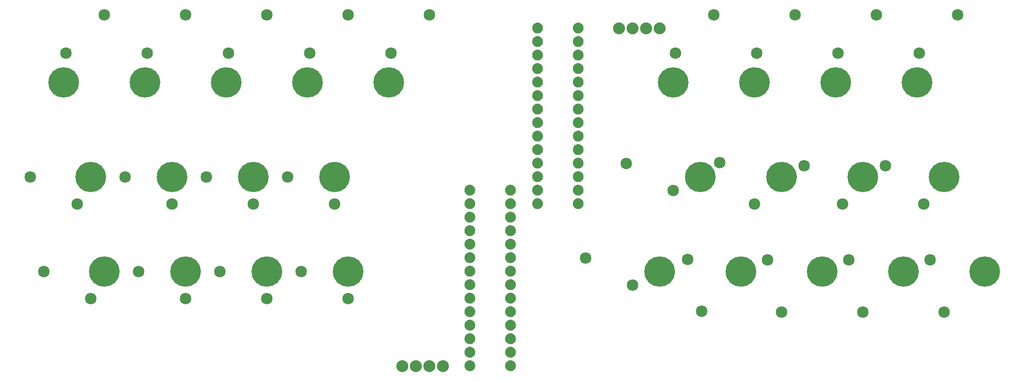
<source format=gts>
G04 MADE WITH FRITZING*
G04 WWW.FRITZING.ORG*
G04 DOUBLE SIDED*
G04 HOLES PLATED*
G04 CONTOUR ON CENTER OF CONTOUR VECTOR*
%ASAXBY*%
%FSLAX23Y23*%
%MOIN*%
%OFA0B0*%
%SFA1.0B1.0*%
%ADD10C,0.085000*%
%ADD11C,0.088000*%
%ADD12C,0.225000*%
%ADD13R,0.001000X0.001000*%
%LNMASK1*%
G90*
G70*
G54D10*
X6750Y1008D03*
X6854Y621D03*
X6150Y1008D03*
X6254Y621D03*
X5550Y1008D03*
X5654Y621D03*
X4961Y1011D03*
X5064Y625D03*
X4207Y1021D03*
X4554Y821D03*
X6421Y1704D03*
X6704Y1421D03*
X5821Y1704D03*
X6104Y1421D03*
X5197Y1728D03*
X5454Y1421D03*
X4507Y1721D03*
X4854Y1521D03*
X2107Y921D03*
X2454Y721D03*
X1507Y921D03*
X1854Y721D03*
X907Y921D03*
X1254Y721D03*
X207Y921D03*
X554Y721D03*
X2007Y1621D03*
X2354Y1421D03*
X1407Y1621D03*
X1754Y1421D03*
X807Y1621D03*
X1154Y1421D03*
X107Y1621D03*
X454Y1421D03*
X6671Y2538D03*
X6954Y2821D03*
X6071Y2538D03*
X6354Y2821D03*
X5471Y2538D03*
X5754Y2821D03*
X4871Y2538D03*
X5154Y2821D03*
X371Y2538D03*
X654Y2821D03*
X971Y2538D03*
X1254Y2821D03*
X1571Y2538D03*
X1854Y2821D03*
X2171Y2538D03*
X2454Y2821D03*
X2771Y2538D03*
X3054Y2821D03*
G54D11*
X4454Y2721D03*
X4554Y2721D03*
X4654Y2721D03*
X4754Y2721D03*
X2854Y221D03*
X2954Y221D03*
X3054Y221D03*
X3154Y221D03*
G54D12*
X5954Y921D03*
X5954Y921D03*
X654Y921D03*
X654Y921D03*
X1854Y921D03*
X1854Y921D03*
X4754Y921D03*
X4754Y921D03*
X6554Y921D03*
X6554Y921D03*
X2454Y921D03*
X2454Y921D03*
X1254Y921D03*
X1254Y921D03*
X7154Y921D03*
X7154Y921D03*
X5354Y921D03*
X5354Y921D03*
X6254Y1621D03*
X6254Y1621D03*
X554Y1621D03*
X554Y1621D03*
X1754Y1621D03*
X1754Y1621D03*
X5054Y1621D03*
X5054Y1621D03*
X6854Y1621D03*
X6854Y1621D03*
X2354Y1621D03*
X2354Y1621D03*
X1154Y1621D03*
X1154Y1621D03*
X5654Y1621D03*
X5654Y1621D03*
X6654Y2321D03*
X6654Y2321D03*
X6054Y2321D03*
X6054Y2321D03*
X5454Y2321D03*
X5454Y2321D03*
X4854Y2321D03*
X4854Y2321D03*
X2754Y2321D03*
X2754Y2321D03*
X2154Y2321D03*
X2154Y2321D03*
X1554Y2321D03*
X1554Y2321D03*
X954Y2321D03*
X954Y2321D03*
X354Y2321D03*
X354Y2321D03*
G54D13*
X3846Y2761D02*
X3861Y2761D01*
X4146Y2761D02*
X4161Y2761D01*
X3842Y2760D02*
X3865Y2760D01*
X4142Y2760D02*
X4165Y2760D01*
X3839Y2759D02*
X3867Y2759D01*
X4139Y2759D02*
X4167Y2759D01*
X3837Y2758D02*
X3870Y2758D01*
X4137Y2758D02*
X4170Y2758D01*
X3835Y2757D02*
X3872Y2757D01*
X4135Y2757D02*
X4172Y2757D01*
X3833Y2756D02*
X3873Y2756D01*
X4133Y2756D02*
X4173Y2756D01*
X3831Y2755D02*
X3875Y2755D01*
X4131Y2755D02*
X4175Y2755D01*
X3830Y2754D02*
X3876Y2754D01*
X4130Y2754D02*
X4176Y2754D01*
X3829Y2753D02*
X3878Y2753D01*
X4129Y2753D02*
X4178Y2753D01*
X3827Y2752D02*
X3879Y2752D01*
X4127Y2752D02*
X4179Y2752D01*
X3826Y2751D02*
X3880Y2751D01*
X4126Y2751D02*
X4180Y2751D01*
X3825Y2750D02*
X3881Y2750D01*
X4125Y2750D02*
X4181Y2750D01*
X3824Y2749D02*
X3882Y2749D01*
X4124Y2749D02*
X4182Y2749D01*
X3823Y2748D02*
X3883Y2748D01*
X4123Y2748D02*
X4183Y2748D01*
X3823Y2747D02*
X3884Y2747D01*
X4123Y2747D02*
X4184Y2747D01*
X3822Y2746D02*
X3884Y2746D01*
X4122Y2746D02*
X4184Y2746D01*
X3821Y2745D02*
X3885Y2745D01*
X4121Y2745D02*
X4185Y2745D01*
X3820Y2744D02*
X3886Y2744D01*
X4120Y2744D02*
X4186Y2744D01*
X3820Y2743D02*
X3887Y2743D01*
X4120Y2743D02*
X4186Y2743D01*
X3819Y2742D02*
X3887Y2742D01*
X4119Y2742D02*
X4187Y2742D01*
X3819Y2741D02*
X3888Y2741D01*
X4119Y2741D02*
X4188Y2741D01*
X3818Y2740D02*
X3888Y2740D01*
X4118Y2740D02*
X4188Y2740D01*
X3818Y2739D02*
X3889Y2739D01*
X4118Y2739D02*
X4189Y2739D01*
X3817Y2738D02*
X3889Y2738D01*
X4117Y2738D02*
X4189Y2738D01*
X3817Y2737D02*
X3890Y2737D01*
X4117Y2737D02*
X4190Y2737D01*
X3816Y2736D02*
X3890Y2736D01*
X4116Y2736D02*
X4190Y2736D01*
X3816Y2735D02*
X3890Y2735D01*
X4116Y2735D02*
X4190Y2735D01*
X3816Y2734D02*
X3891Y2734D01*
X4116Y2734D02*
X4191Y2734D01*
X3815Y2733D02*
X3891Y2733D01*
X4115Y2733D02*
X4191Y2733D01*
X3815Y2732D02*
X3891Y2732D01*
X4115Y2732D02*
X4191Y2732D01*
X3815Y2731D02*
X3892Y2731D01*
X4115Y2731D02*
X4191Y2731D01*
X3815Y2730D02*
X3892Y2730D01*
X4115Y2730D02*
X4192Y2730D01*
X3814Y2729D02*
X3892Y2729D01*
X4114Y2729D02*
X4192Y2729D01*
X3814Y2728D02*
X3892Y2728D01*
X4114Y2728D02*
X4192Y2728D01*
X3814Y2727D02*
X3892Y2727D01*
X4114Y2727D02*
X4192Y2727D01*
X3814Y2726D02*
X3892Y2726D01*
X4114Y2726D02*
X4192Y2726D01*
X3814Y2725D02*
X3892Y2725D01*
X4114Y2725D02*
X4192Y2725D01*
X3814Y2724D02*
X3893Y2724D01*
X4114Y2724D02*
X4193Y2724D01*
X3814Y2723D02*
X3893Y2723D01*
X4114Y2723D02*
X4193Y2723D01*
X3814Y2722D02*
X3893Y2722D01*
X4114Y2722D02*
X4193Y2722D01*
X3814Y2721D02*
X3893Y2721D01*
X4114Y2721D02*
X4193Y2721D01*
X3814Y2720D02*
X3893Y2720D01*
X4114Y2720D02*
X4193Y2720D01*
X3814Y2719D02*
X3893Y2719D01*
X4114Y2719D02*
X4192Y2719D01*
X3814Y2718D02*
X3892Y2718D01*
X4114Y2718D02*
X4192Y2718D01*
X3814Y2717D02*
X3892Y2717D01*
X4114Y2717D02*
X4192Y2717D01*
X3814Y2716D02*
X3892Y2716D01*
X4114Y2716D02*
X4192Y2716D01*
X3814Y2715D02*
X3892Y2715D01*
X4114Y2715D02*
X4192Y2715D01*
X3815Y2714D02*
X3892Y2714D01*
X4115Y2714D02*
X4192Y2714D01*
X3815Y2713D02*
X3892Y2713D01*
X4115Y2713D02*
X4192Y2713D01*
X3815Y2712D02*
X3891Y2712D01*
X4115Y2712D02*
X4191Y2712D01*
X3815Y2711D02*
X3891Y2711D01*
X4115Y2711D02*
X4191Y2711D01*
X3816Y2710D02*
X3891Y2710D01*
X4116Y2710D02*
X4191Y2710D01*
X3816Y2709D02*
X3890Y2709D01*
X4116Y2709D02*
X4190Y2709D01*
X3816Y2708D02*
X3890Y2708D01*
X4116Y2708D02*
X4190Y2708D01*
X3817Y2707D02*
X3890Y2707D01*
X4117Y2707D02*
X4190Y2707D01*
X3817Y2706D02*
X3889Y2706D01*
X4117Y2706D02*
X4189Y2706D01*
X3817Y2705D02*
X3889Y2705D01*
X4117Y2705D02*
X4189Y2705D01*
X3818Y2704D02*
X3888Y2704D01*
X4118Y2704D02*
X4188Y2704D01*
X3818Y2703D02*
X3888Y2703D01*
X4118Y2703D02*
X4188Y2703D01*
X3819Y2702D02*
X3887Y2702D01*
X4119Y2702D02*
X4187Y2702D01*
X3820Y2701D02*
X3887Y2701D01*
X4120Y2701D02*
X4187Y2701D01*
X3820Y2700D02*
X3886Y2700D01*
X4120Y2700D02*
X4186Y2700D01*
X3821Y2699D02*
X3885Y2699D01*
X4121Y2699D02*
X4185Y2699D01*
X3822Y2698D02*
X3885Y2698D01*
X4122Y2698D02*
X4185Y2698D01*
X3822Y2697D02*
X3884Y2697D01*
X4122Y2697D02*
X4184Y2697D01*
X3823Y2696D02*
X3883Y2696D01*
X4123Y2696D02*
X4183Y2696D01*
X3824Y2695D02*
X3882Y2695D01*
X4124Y2695D02*
X4182Y2695D01*
X3825Y2694D02*
X3881Y2694D01*
X4125Y2694D02*
X4181Y2694D01*
X3826Y2693D02*
X3880Y2693D01*
X4126Y2693D02*
X4180Y2693D01*
X3827Y2692D02*
X3879Y2692D01*
X4127Y2692D02*
X4179Y2692D01*
X3828Y2691D02*
X3878Y2691D01*
X4128Y2691D02*
X4178Y2691D01*
X3830Y2690D02*
X3877Y2690D01*
X4130Y2690D02*
X4177Y2690D01*
X3831Y2689D02*
X3875Y2689D01*
X4131Y2689D02*
X4175Y2689D01*
X3833Y2688D02*
X3874Y2688D01*
X4133Y2688D02*
X4174Y2688D01*
X3834Y2687D02*
X3872Y2687D01*
X4134Y2687D02*
X4172Y2687D01*
X3836Y2686D02*
X3870Y2686D01*
X4136Y2686D02*
X4170Y2686D01*
X3838Y2685D02*
X3868Y2685D01*
X4138Y2685D02*
X4168Y2685D01*
X3841Y2684D02*
X3865Y2684D01*
X4141Y2684D02*
X4165Y2684D01*
X3845Y2683D02*
X3862Y2683D01*
X4145Y2683D02*
X4162Y2683D01*
X3852Y2682D02*
X3855Y2682D01*
X4152Y2682D02*
X4155Y2682D01*
X3846Y2661D02*
X3861Y2661D01*
X4146Y2661D02*
X4161Y2661D01*
X3842Y2660D02*
X3865Y2660D01*
X4142Y2660D02*
X4165Y2660D01*
X3839Y2659D02*
X3868Y2659D01*
X4139Y2659D02*
X4168Y2659D01*
X3837Y2658D02*
X3870Y2658D01*
X4137Y2658D02*
X4170Y2658D01*
X3835Y2657D02*
X3872Y2657D01*
X4135Y2657D02*
X4172Y2657D01*
X3833Y2656D02*
X3873Y2656D01*
X4133Y2656D02*
X4173Y2656D01*
X3831Y2655D02*
X3875Y2655D01*
X4131Y2655D02*
X4175Y2655D01*
X3830Y2654D02*
X3876Y2654D01*
X4130Y2654D02*
X4176Y2654D01*
X3829Y2653D02*
X3878Y2653D01*
X4129Y2653D02*
X4178Y2653D01*
X3827Y2652D02*
X3879Y2652D01*
X4127Y2652D02*
X4179Y2652D01*
X3826Y2651D02*
X3880Y2651D01*
X4126Y2651D02*
X4180Y2651D01*
X3825Y2650D02*
X3881Y2650D01*
X4125Y2650D02*
X4181Y2650D01*
X3824Y2649D02*
X3882Y2649D01*
X4124Y2649D02*
X4182Y2649D01*
X3823Y2648D02*
X3883Y2648D01*
X4123Y2648D02*
X4183Y2648D01*
X3823Y2647D02*
X3884Y2647D01*
X4123Y2647D02*
X4184Y2647D01*
X3822Y2646D02*
X3884Y2646D01*
X4122Y2646D02*
X4184Y2646D01*
X3821Y2645D02*
X3885Y2645D01*
X4121Y2645D02*
X4185Y2645D01*
X3820Y2644D02*
X3886Y2644D01*
X4120Y2644D02*
X4186Y2644D01*
X3820Y2643D02*
X3887Y2643D01*
X4120Y2643D02*
X4187Y2643D01*
X3819Y2642D02*
X3887Y2642D01*
X4119Y2642D02*
X4187Y2642D01*
X3819Y2641D02*
X3888Y2641D01*
X4119Y2641D02*
X4188Y2641D01*
X3818Y2640D02*
X3888Y2640D01*
X4118Y2640D02*
X4188Y2640D01*
X3818Y2639D02*
X3889Y2639D01*
X4118Y2639D02*
X4189Y2639D01*
X3817Y2638D02*
X3889Y2638D01*
X4117Y2638D02*
X4189Y2638D01*
X3817Y2637D02*
X3890Y2637D01*
X4117Y2637D02*
X4190Y2637D01*
X3816Y2636D02*
X3890Y2636D01*
X4116Y2636D02*
X4190Y2636D01*
X3816Y2635D02*
X3890Y2635D01*
X4116Y2635D02*
X4190Y2635D01*
X3816Y2634D02*
X3891Y2634D01*
X4116Y2634D02*
X4191Y2634D01*
X3815Y2633D02*
X3891Y2633D01*
X4115Y2633D02*
X4191Y2633D01*
X3815Y2632D02*
X3891Y2632D01*
X4115Y2632D02*
X4191Y2632D01*
X3815Y2631D02*
X3892Y2631D01*
X4115Y2631D02*
X4192Y2631D01*
X3815Y2630D02*
X3892Y2630D01*
X4115Y2630D02*
X4192Y2630D01*
X3814Y2629D02*
X3892Y2629D01*
X4114Y2629D02*
X4192Y2629D01*
X3814Y2628D02*
X3892Y2628D01*
X4114Y2628D02*
X4192Y2628D01*
X3814Y2627D02*
X3892Y2627D01*
X4114Y2627D02*
X4192Y2627D01*
X3814Y2626D02*
X3892Y2626D01*
X4114Y2626D02*
X4192Y2626D01*
X3814Y2625D02*
X3892Y2625D01*
X4114Y2625D02*
X4192Y2625D01*
X3814Y2624D02*
X3893Y2624D01*
X4114Y2624D02*
X4193Y2624D01*
X3814Y2623D02*
X3893Y2623D01*
X4114Y2623D02*
X4193Y2623D01*
X3814Y2622D02*
X3893Y2622D01*
X4114Y2622D02*
X4193Y2622D01*
X3814Y2621D02*
X3893Y2621D01*
X4114Y2621D02*
X4193Y2621D01*
X3814Y2620D02*
X3893Y2620D01*
X4114Y2620D02*
X4193Y2620D01*
X3814Y2619D02*
X3893Y2619D01*
X4114Y2619D02*
X4192Y2619D01*
X3814Y2618D02*
X3892Y2618D01*
X4114Y2618D02*
X4192Y2618D01*
X3814Y2617D02*
X3892Y2617D01*
X4114Y2617D02*
X4192Y2617D01*
X3814Y2616D02*
X3892Y2616D01*
X4114Y2616D02*
X4192Y2616D01*
X3814Y2615D02*
X3892Y2615D01*
X4114Y2615D02*
X4192Y2615D01*
X3815Y2614D02*
X3892Y2614D01*
X4115Y2614D02*
X4192Y2614D01*
X3815Y2613D02*
X3892Y2613D01*
X4115Y2613D02*
X4192Y2613D01*
X3815Y2612D02*
X3891Y2612D01*
X4115Y2612D02*
X4191Y2612D01*
X3815Y2611D02*
X3891Y2611D01*
X4115Y2611D02*
X4191Y2611D01*
X3816Y2610D02*
X3891Y2610D01*
X4116Y2610D02*
X4191Y2610D01*
X3816Y2609D02*
X3890Y2609D01*
X4116Y2609D02*
X4190Y2609D01*
X3816Y2608D02*
X3890Y2608D01*
X4116Y2608D02*
X4190Y2608D01*
X3817Y2607D02*
X3890Y2607D01*
X4117Y2607D02*
X4190Y2607D01*
X3817Y2606D02*
X3889Y2606D01*
X4117Y2606D02*
X4189Y2606D01*
X3817Y2605D02*
X3889Y2605D01*
X4117Y2605D02*
X4189Y2605D01*
X3818Y2604D02*
X3888Y2604D01*
X4118Y2604D02*
X4188Y2604D01*
X3818Y2603D02*
X3888Y2603D01*
X4118Y2603D02*
X4188Y2603D01*
X3819Y2602D02*
X3887Y2602D01*
X4119Y2602D02*
X4187Y2602D01*
X3820Y2601D02*
X3887Y2601D01*
X4120Y2601D02*
X4187Y2601D01*
X3820Y2600D02*
X3886Y2600D01*
X4120Y2600D02*
X4186Y2600D01*
X3821Y2599D02*
X3885Y2599D01*
X4121Y2599D02*
X4185Y2599D01*
X3822Y2598D02*
X3885Y2598D01*
X4122Y2598D02*
X4185Y2598D01*
X3822Y2597D02*
X3884Y2597D01*
X4122Y2597D02*
X4184Y2597D01*
X3823Y2596D02*
X3883Y2596D01*
X4123Y2596D02*
X4183Y2596D01*
X3824Y2595D02*
X3882Y2595D01*
X4124Y2595D02*
X4182Y2595D01*
X3825Y2594D02*
X3881Y2594D01*
X4125Y2594D02*
X4181Y2594D01*
X3826Y2593D02*
X3880Y2593D01*
X4126Y2593D02*
X4180Y2593D01*
X3827Y2592D02*
X3879Y2592D01*
X4127Y2592D02*
X4179Y2592D01*
X3828Y2591D02*
X3878Y2591D01*
X4128Y2591D02*
X4178Y2591D01*
X3830Y2590D02*
X3877Y2590D01*
X4130Y2590D02*
X4177Y2590D01*
X3831Y2589D02*
X3875Y2589D01*
X4131Y2589D02*
X4175Y2589D01*
X3833Y2588D02*
X3874Y2588D01*
X4133Y2588D02*
X4174Y2588D01*
X3834Y2587D02*
X3872Y2587D01*
X4134Y2587D02*
X4172Y2587D01*
X3836Y2586D02*
X3870Y2586D01*
X4136Y2586D02*
X4170Y2586D01*
X3838Y2585D02*
X3868Y2585D01*
X4138Y2585D02*
X4168Y2585D01*
X3841Y2584D02*
X3865Y2584D01*
X4141Y2584D02*
X4165Y2584D01*
X3845Y2583D02*
X3861Y2583D01*
X4145Y2583D02*
X4161Y2583D01*
X3852Y2582D02*
X3854Y2582D01*
X4152Y2582D02*
X4154Y2582D01*
X3845Y2561D02*
X3861Y2561D01*
X4145Y2561D02*
X4161Y2561D01*
X3842Y2560D02*
X3865Y2560D01*
X4142Y2560D02*
X4165Y2560D01*
X3839Y2559D02*
X3868Y2559D01*
X4139Y2559D02*
X4168Y2559D01*
X3836Y2558D02*
X3870Y2558D01*
X4136Y2558D02*
X4170Y2558D01*
X3835Y2557D02*
X3872Y2557D01*
X4135Y2557D02*
X4172Y2557D01*
X3833Y2556D02*
X3873Y2556D01*
X4133Y2556D02*
X4173Y2556D01*
X3831Y2555D02*
X3875Y2555D01*
X4131Y2555D02*
X4175Y2555D01*
X3830Y2554D02*
X3876Y2554D01*
X4130Y2554D02*
X4176Y2554D01*
X3829Y2553D02*
X3878Y2553D01*
X4129Y2553D02*
X4178Y2553D01*
X3827Y2552D02*
X3879Y2552D01*
X4127Y2552D02*
X4179Y2552D01*
X3826Y2551D02*
X3880Y2551D01*
X4126Y2551D02*
X4180Y2551D01*
X3825Y2550D02*
X3881Y2550D01*
X4125Y2550D02*
X4181Y2550D01*
X3824Y2549D02*
X3882Y2549D01*
X4124Y2549D02*
X4182Y2549D01*
X3823Y2548D02*
X3883Y2548D01*
X4123Y2548D02*
X4183Y2548D01*
X3823Y2547D02*
X3884Y2547D01*
X4123Y2547D02*
X4184Y2547D01*
X3822Y2546D02*
X3884Y2546D01*
X4122Y2546D02*
X4184Y2546D01*
X3821Y2545D02*
X3885Y2545D01*
X4121Y2545D02*
X4185Y2545D01*
X3820Y2544D02*
X3886Y2544D01*
X4120Y2544D02*
X4186Y2544D01*
X3820Y2543D02*
X3887Y2543D01*
X4120Y2543D02*
X4187Y2543D01*
X3819Y2542D02*
X3887Y2542D01*
X4119Y2542D02*
X4187Y2542D01*
X3819Y2541D02*
X3888Y2541D01*
X4119Y2541D02*
X4188Y2541D01*
X3818Y2540D02*
X3888Y2540D01*
X4118Y2540D02*
X4188Y2540D01*
X3818Y2539D02*
X3889Y2539D01*
X4118Y2539D02*
X4189Y2539D01*
X3817Y2538D02*
X3889Y2538D01*
X4117Y2538D02*
X4189Y2538D01*
X3817Y2537D02*
X3890Y2537D01*
X4117Y2537D02*
X4190Y2537D01*
X3816Y2536D02*
X3890Y2536D01*
X4116Y2536D02*
X4190Y2536D01*
X3816Y2535D02*
X3890Y2535D01*
X4116Y2535D02*
X4190Y2535D01*
X3816Y2534D02*
X3891Y2534D01*
X4116Y2534D02*
X4191Y2534D01*
X3815Y2533D02*
X3891Y2533D01*
X4115Y2533D02*
X4191Y2533D01*
X3815Y2532D02*
X3891Y2532D01*
X4115Y2532D02*
X4191Y2532D01*
X3815Y2531D02*
X3892Y2531D01*
X4115Y2531D02*
X4192Y2531D01*
X3815Y2530D02*
X3892Y2530D01*
X4115Y2530D02*
X4192Y2530D01*
X3814Y2529D02*
X3892Y2529D01*
X4114Y2529D02*
X4192Y2529D01*
X3814Y2528D02*
X3892Y2528D01*
X4114Y2528D02*
X4192Y2528D01*
X3814Y2527D02*
X3892Y2527D01*
X4114Y2527D02*
X4192Y2527D01*
X3814Y2526D02*
X3892Y2526D01*
X4114Y2526D02*
X4192Y2526D01*
X3814Y2525D02*
X3892Y2525D01*
X4114Y2525D02*
X4192Y2525D01*
X3814Y2524D02*
X3893Y2524D01*
X4114Y2524D02*
X4193Y2524D01*
X3814Y2523D02*
X3893Y2523D01*
X4114Y2523D02*
X4193Y2523D01*
X3814Y2522D02*
X3893Y2522D01*
X4114Y2522D02*
X4193Y2522D01*
X3814Y2521D02*
X3893Y2521D01*
X4114Y2521D02*
X4193Y2521D01*
X3814Y2520D02*
X3893Y2520D01*
X4114Y2520D02*
X4193Y2520D01*
X3814Y2519D02*
X3892Y2519D01*
X4114Y2519D02*
X4192Y2519D01*
X3814Y2518D02*
X3892Y2518D01*
X4114Y2518D02*
X4192Y2518D01*
X3814Y2517D02*
X3892Y2517D01*
X4114Y2517D02*
X4192Y2517D01*
X3814Y2516D02*
X3892Y2516D01*
X4114Y2516D02*
X4192Y2516D01*
X3814Y2515D02*
X3892Y2515D01*
X4114Y2515D02*
X4192Y2515D01*
X3815Y2514D02*
X3892Y2514D01*
X4115Y2514D02*
X4192Y2514D01*
X3815Y2513D02*
X3892Y2513D01*
X4115Y2513D02*
X4192Y2513D01*
X3815Y2512D02*
X3891Y2512D01*
X4115Y2512D02*
X4191Y2512D01*
X3815Y2511D02*
X3891Y2511D01*
X4115Y2511D02*
X4191Y2511D01*
X3816Y2510D02*
X3891Y2510D01*
X4116Y2510D02*
X4191Y2510D01*
X3816Y2509D02*
X3890Y2509D01*
X4116Y2509D02*
X4190Y2509D01*
X3816Y2508D02*
X3890Y2508D01*
X4116Y2508D02*
X4190Y2508D01*
X3817Y2507D02*
X3890Y2507D01*
X4117Y2507D02*
X4190Y2507D01*
X3817Y2506D02*
X3889Y2506D01*
X4117Y2506D02*
X4189Y2506D01*
X3817Y2505D02*
X3889Y2505D01*
X4117Y2505D02*
X4189Y2505D01*
X3818Y2504D02*
X3888Y2504D01*
X4118Y2504D02*
X4188Y2504D01*
X3818Y2503D02*
X3888Y2503D01*
X4118Y2503D02*
X4188Y2503D01*
X3819Y2502D02*
X3887Y2502D01*
X4119Y2502D02*
X4187Y2502D01*
X3820Y2501D02*
X3887Y2501D01*
X4120Y2501D02*
X4187Y2501D01*
X3820Y2500D02*
X3886Y2500D01*
X4120Y2500D02*
X4186Y2500D01*
X3821Y2499D02*
X3885Y2499D01*
X4121Y2499D02*
X4185Y2499D01*
X3822Y2498D02*
X3885Y2498D01*
X4122Y2498D02*
X4185Y2498D01*
X3822Y2497D02*
X3884Y2497D01*
X4122Y2497D02*
X4184Y2497D01*
X3823Y2496D02*
X3883Y2496D01*
X4123Y2496D02*
X4183Y2496D01*
X3824Y2495D02*
X3882Y2495D01*
X4124Y2495D02*
X4182Y2495D01*
X3825Y2494D02*
X3881Y2494D01*
X4125Y2494D02*
X4181Y2494D01*
X3826Y2493D02*
X3880Y2493D01*
X4126Y2493D02*
X4180Y2493D01*
X3827Y2492D02*
X3879Y2492D01*
X4127Y2492D02*
X4179Y2492D01*
X3828Y2491D02*
X3878Y2491D01*
X4128Y2491D02*
X4178Y2491D01*
X3830Y2490D02*
X3877Y2490D01*
X4130Y2490D02*
X4177Y2490D01*
X3831Y2489D02*
X3875Y2489D01*
X4131Y2489D02*
X4175Y2489D01*
X3833Y2488D02*
X3874Y2488D01*
X4133Y2488D02*
X4174Y2488D01*
X3834Y2487D02*
X3872Y2487D01*
X4134Y2487D02*
X4172Y2487D01*
X3836Y2486D02*
X3870Y2486D01*
X4136Y2486D02*
X4170Y2486D01*
X3838Y2485D02*
X3868Y2485D01*
X4138Y2485D02*
X4168Y2485D01*
X3841Y2484D02*
X3865Y2484D01*
X4141Y2484D02*
X4165Y2484D01*
X3845Y2483D02*
X3861Y2483D01*
X4145Y2483D02*
X4161Y2483D01*
X3853Y2482D02*
X3853Y2482D01*
X4153Y2482D02*
X4153Y2482D01*
X3845Y2461D02*
X3861Y2461D01*
X4145Y2461D02*
X4161Y2461D01*
X3841Y2460D02*
X3865Y2460D01*
X4141Y2460D02*
X4165Y2460D01*
X3839Y2459D02*
X3868Y2459D01*
X4139Y2459D02*
X4168Y2459D01*
X3836Y2458D02*
X3870Y2458D01*
X4136Y2458D02*
X4170Y2458D01*
X3835Y2457D02*
X3872Y2457D01*
X4134Y2457D02*
X4172Y2457D01*
X3833Y2456D02*
X3873Y2456D01*
X4133Y2456D02*
X4173Y2456D01*
X3831Y2455D02*
X3875Y2455D01*
X4131Y2455D02*
X4175Y2455D01*
X3830Y2454D02*
X3876Y2454D01*
X4130Y2454D02*
X4176Y2454D01*
X3829Y2453D02*
X3878Y2453D01*
X4129Y2453D02*
X4178Y2453D01*
X3827Y2452D02*
X3879Y2452D01*
X4127Y2452D02*
X4179Y2452D01*
X3826Y2451D02*
X3880Y2451D01*
X4126Y2451D02*
X4180Y2451D01*
X3825Y2450D02*
X3881Y2450D01*
X4125Y2450D02*
X4181Y2450D01*
X3824Y2449D02*
X3882Y2449D01*
X4124Y2449D02*
X4182Y2449D01*
X3823Y2448D02*
X3883Y2448D01*
X4123Y2448D02*
X4183Y2448D01*
X3823Y2447D02*
X3884Y2447D01*
X4123Y2447D02*
X4184Y2447D01*
X3822Y2446D02*
X3885Y2446D01*
X4122Y2446D02*
X4184Y2446D01*
X3821Y2445D02*
X3885Y2445D01*
X4121Y2445D02*
X4185Y2445D01*
X3820Y2444D02*
X3886Y2444D01*
X4120Y2444D02*
X4186Y2444D01*
X3820Y2443D02*
X3887Y2443D01*
X4120Y2443D02*
X4187Y2443D01*
X3819Y2442D02*
X3887Y2442D01*
X4119Y2442D02*
X4187Y2442D01*
X3819Y2441D02*
X3888Y2441D01*
X4119Y2441D02*
X4188Y2441D01*
X3818Y2440D02*
X3888Y2440D01*
X4118Y2440D02*
X4188Y2440D01*
X3818Y2439D02*
X3889Y2439D01*
X4118Y2439D02*
X4189Y2439D01*
X3817Y2438D02*
X3889Y2438D01*
X4117Y2438D02*
X4189Y2438D01*
X3817Y2437D02*
X3890Y2437D01*
X4117Y2437D02*
X4190Y2437D01*
X3816Y2436D02*
X3890Y2436D01*
X4116Y2436D02*
X4190Y2436D01*
X3816Y2435D02*
X3890Y2435D01*
X4116Y2435D02*
X4190Y2435D01*
X3816Y2434D02*
X3891Y2434D01*
X4116Y2434D02*
X4191Y2434D01*
X3815Y2433D02*
X3891Y2433D01*
X4115Y2433D02*
X4191Y2433D01*
X3815Y2432D02*
X3891Y2432D01*
X4115Y2432D02*
X4191Y2432D01*
X3815Y2431D02*
X3892Y2431D01*
X4115Y2431D02*
X4192Y2431D01*
X3815Y2430D02*
X3892Y2430D01*
X4115Y2430D02*
X4192Y2430D01*
X3814Y2429D02*
X3892Y2429D01*
X4114Y2429D02*
X4192Y2429D01*
X3814Y2428D02*
X3892Y2428D01*
X4114Y2428D02*
X4192Y2428D01*
X3814Y2427D02*
X3892Y2427D01*
X4114Y2427D02*
X4192Y2427D01*
X3814Y2426D02*
X3892Y2426D01*
X4114Y2426D02*
X4192Y2426D01*
X3814Y2425D02*
X3892Y2425D01*
X4114Y2425D02*
X4192Y2425D01*
X3814Y2424D02*
X3893Y2424D01*
X4114Y2424D02*
X4193Y2424D01*
X3814Y2423D02*
X3893Y2423D01*
X4114Y2423D02*
X4193Y2423D01*
X3814Y2422D02*
X3893Y2422D01*
X4114Y2422D02*
X4193Y2422D01*
X3814Y2421D02*
X3893Y2421D01*
X4114Y2421D02*
X4193Y2421D01*
X3814Y2420D02*
X3893Y2420D01*
X4114Y2420D02*
X4193Y2420D01*
X3814Y2419D02*
X3892Y2419D01*
X4114Y2419D02*
X4192Y2419D01*
X3814Y2418D02*
X3892Y2418D01*
X4114Y2418D02*
X4192Y2418D01*
X3814Y2417D02*
X3892Y2417D01*
X4114Y2417D02*
X4192Y2417D01*
X3814Y2416D02*
X3892Y2416D01*
X4114Y2416D02*
X4192Y2416D01*
X3814Y2415D02*
X3892Y2415D01*
X4114Y2415D02*
X4192Y2415D01*
X3815Y2414D02*
X3892Y2414D01*
X4115Y2414D02*
X4192Y2414D01*
X3815Y2413D02*
X3892Y2413D01*
X4115Y2413D02*
X4192Y2413D01*
X3815Y2412D02*
X3891Y2412D01*
X4115Y2412D02*
X4191Y2412D01*
X3815Y2411D02*
X3891Y2411D01*
X4115Y2411D02*
X4191Y2411D01*
X3816Y2410D02*
X3891Y2410D01*
X4116Y2410D02*
X4191Y2410D01*
X3816Y2409D02*
X3890Y2409D01*
X4116Y2409D02*
X4190Y2409D01*
X3816Y2408D02*
X3890Y2408D01*
X4116Y2408D02*
X4190Y2408D01*
X3817Y2407D02*
X3890Y2407D01*
X4117Y2407D02*
X4190Y2407D01*
X3817Y2406D02*
X3889Y2406D01*
X4117Y2406D02*
X4189Y2406D01*
X3818Y2405D02*
X3889Y2405D01*
X4117Y2405D02*
X4189Y2405D01*
X3818Y2404D02*
X3888Y2404D01*
X4118Y2404D02*
X4188Y2404D01*
X3819Y2403D02*
X3888Y2403D01*
X4118Y2403D02*
X4188Y2403D01*
X3819Y2402D02*
X3887Y2402D01*
X4119Y2402D02*
X4187Y2402D01*
X3820Y2401D02*
X3887Y2401D01*
X4120Y2401D02*
X4187Y2401D01*
X3820Y2400D02*
X3886Y2400D01*
X4120Y2400D02*
X4186Y2400D01*
X3821Y2399D02*
X3885Y2399D01*
X4121Y2399D02*
X4185Y2399D01*
X3822Y2398D02*
X3885Y2398D01*
X4122Y2398D02*
X4185Y2398D01*
X3823Y2397D02*
X3884Y2397D01*
X4123Y2397D02*
X4184Y2397D01*
X3823Y2396D02*
X3883Y2396D01*
X4123Y2396D02*
X4183Y2396D01*
X3824Y2395D02*
X3882Y2395D01*
X4124Y2395D02*
X4182Y2395D01*
X3825Y2394D02*
X3881Y2394D01*
X4125Y2394D02*
X4181Y2394D01*
X3826Y2393D02*
X3880Y2393D01*
X4126Y2393D02*
X4180Y2393D01*
X3827Y2392D02*
X3879Y2392D01*
X4127Y2392D02*
X4179Y2392D01*
X3828Y2391D02*
X3878Y2391D01*
X4128Y2391D02*
X4178Y2391D01*
X3830Y2390D02*
X3877Y2390D01*
X4130Y2390D02*
X4177Y2390D01*
X3831Y2389D02*
X3875Y2389D01*
X4131Y2389D02*
X4175Y2389D01*
X3833Y2388D02*
X3874Y2388D01*
X4133Y2388D02*
X4174Y2388D01*
X3834Y2387D02*
X3872Y2387D01*
X4134Y2387D02*
X4172Y2387D01*
X3836Y2386D02*
X3870Y2386D01*
X4136Y2386D02*
X4170Y2386D01*
X3838Y2385D02*
X3868Y2385D01*
X4138Y2385D02*
X4168Y2385D01*
X3841Y2384D02*
X3865Y2384D01*
X4141Y2384D02*
X4165Y2384D01*
X3845Y2383D02*
X3861Y2383D01*
X4145Y2383D02*
X4161Y2383D01*
X3853Y2382D02*
X3853Y2382D01*
X4153Y2382D02*
X4153Y2382D01*
X3845Y2361D02*
X3861Y2361D01*
X4145Y2361D02*
X4161Y2361D01*
X3841Y2360D02*
X3865Y2360D01*
X4141Y2360D02*
X4165Y2360D01*
X3839Y2359D02*
X3868Y2359D01*
X4139Y2359D02*
X4168Y2359D01*
X3836Y2358D02*
X3870Y2358D01*
X4136Y2358D02*
X4170Y2358D01*
X3834Y2357D02*
X3872Y2357D01*
X4134Y2357D02*
X4172Y2357D01*
X3833Y2356D02*
X3874Y2356D01*
X4133Y2356D02*
X4174Y2356D01*
X3831Y2355D02*
X3875Y2355D01*
X4131Y2355D02*
X4175Y2355D01*
X3830Y2354D02*
X3876Y2354D01*
X4130Y2354D02*
X4176Y2354D01*
X3829Y2353D02*
X3878Y2353D01*
X4129Y2353D02*
X4178Y2353D01*
X3827Y2352D02*
X3879Y2352D01*
X4127Y2352D02*
X4179Y2352D01*
X3826Y2351D02*
X3880Y2351D01*
X4126Y2351D02*
X4180Y2351D01*
X3825Y2350D02*
X3881Y2350D01*
X4125Y2350D02*
X4181Y2350D01*
X3824Y2349D02*
X3882Y2349D01*
X4124Y2349D02*
X4182Y2349D01*
X3823Y2348D02*
X3883Y2348D01*
X4123Y2348D02*
X4183Y2348D01*
X3823Y2347D02*
X3884Y2347D01*
X4123Y2347D02*
X4184Y2347D01*
X3822Y2346D02*
X3885Y2346D01*
X4122Y2346D02*
X4185Y2346D01*
X3821Y2345D02*
X3885Y2345D01*
X4121Y2345D02*
X4185Y2345D01*
X3820Y2344D02*
X3886Y2344D01*
X4120Y2344D02*
X4186Y2344D01*
X3820Y2343D02*
X3887Y2343D01*
X4120Y2343D02*
X4187Y2343D01*
X3819Y2342D02*
X3887Y2342D01*
X4119Y2342D02*
X4187Y2342D01*
X3819Y2341D02*
X3888Y2341D01*
X4119Y2341D02*
X4188Y2341D01*
X3818Y2340D02*
X3888Y2340D01*
X4118Y2340D02*
X4188Y2340D01*
X3818Y2339D02*
X3889Y2339D01*
X4118Y2339D02*
X4189Y2339D01*
X3817Y2338D02*
X3889Y2338D01*
X4117Y2338D02*
X4189Y2338D01*
X3817Y2337D02*
X3890Y2337D01*
X4117Y2337D02*
X4190Y2337D01*
X3816Y2336D02*
X3890Y2336D01*
X4116Y2336D02*
X4190Y2336D01*
X3816Y2335D02*
X3890Y2335D01*
X4116Y2335D02*
X4190Y2335D01*
X3816Y2334D02*
X3891Y2334D01*
X4116Y2334D02*
X4191Y2334D01*
X3815Y2333D02*
X3891Y2333D01*
X4115Y2333D02*
X4191Y2333D01*
X3815Y2332D02*
X3891Y2332D01*
X4115Y2332D02*
X4191Y2332D01*
X3815Y2331D02*
X3892Y2331D01*
X4115Y2331D02*
X4192Y2331D01*
X3815Y2330D02*
X3892Y2330D01*
X4115Y2330D02*
X4192Y2330D01*
X3814Y2329D02*
X3892Y2329D01*
X4114Y2329D02*
X4192Y2329D01*
X3814Y2328D02*
X3892Y2328D01*
X4114Y2328D02*
X4192Y2328D01*
X3814Y2327D02*
X3892Y2327D01*
X4114Y2327D02*
X4192Y2327D01*
X3814Y2326D02*
X3892Y2326D01*
X4114Y2326D02*
X4192Y2326D01*
X3814Y2325D02*
X3892Y2325D01*
X4114Y2325D02*
X4192Y2325D01*
X3814Y2324D02*
X3893Y2324D01*
X4114Y2324D02*
X4193Y2324D01*
X3814Y2323D02*
X3893Y2323D01*
X4114Y2323D02*
X4193Y2323D01*
X3814Y2322D02*
X3893Y2322D01*
X4114Y2322D02*
X4193Y2322D01*
X3814Y2321D02*
X3893Y2321D01*
X4114Y2321D02*
X4193Y2321D01*
X3814Y2320D02*
X3893Y2320D01*
X4114Y2320D02*
X4193Y2320D01*
X3814Y2319D02*
X3892Y2319D01*
X4114Y2319D02*
X4192Y2319D01*
X3814Y2318D02*
X3892Y2318D01*
X4114Y2318D02*
X4192Y2318D01*
X3814Y2317D02*
X3892Y2317D01*
X4114Y2317D02*
X4192Y2317D01*
X3814Y2316D02*
X3892Y2316D01*
X4114Y2316D02*
X4192Y2316D01*
X3814Y2315D02*
X3892Y2315D01*
X4114Y2315D02*
X4192Y2315D01*
X3815Y2314D02*
X3892Y2314D01*
X4115Y2314D02*
X4192Y2314D01*
X3815Y2313D02*
X3892Y2313D01*
X4115Y2313D02*
X4192Y2313D01*
X3815Y2312D02*
X3891Y2312D01*
X4115Y2312D02*
X4191Y2312D01*
X3815Y2311D02*
X3891Y2311D01*
X4115Y2311D02*
X4191Y2311D01*
X3816Y2310D02*
X3891Y2310D01*
X4116Y2310D02*
X4191Y2310D01*
X3816Y2309D02*
X3890Y2309D01*
X4116Y2309D02*
X4190Y2309D01*
X3816Y2308D02*
X3890Y2308D01*
X4116Y2308D02*
X4190Y2308D01*
X3817Y2307D02*
X3890Y2307D01*
X4117Y2307D02*
X4190Y2307D01*
X3817Y2306D02*
X3889Y2306D01*
X4117Y2306D02*
X4189Y2306D01*
X3818Y2305D02*
X3889Y2305D01*
X4118Y2305D02*
X4189Y2305D01*
X3818Y2304D02*
X3888Y2304D01*
X4118Y2304D02*
X4188Y2304D01*
X3819Y2303D02*
X3888Y2303D01*
X4119Y2303D02*
X4188Y2303D01*
X3819Y2302D02*
X3887Y2302D01*
X4119Y2302D02*
X4187Y2302D01*
X3820Y2301D02*
X3887Y2301D01*
X4120Y2301D02*
X4187Y2301D01*
X3820Y2300D02*
X3886Y2300D01*
X4120Y2300D02*
X4186Y2300D01*
X3821Y2299D02*
X3885Y2299D01*
X4121Y2299D02*
X4185Y2299D01*
X3822Y2298D02*
X3885Y2298D01*
X4122Y2298D02*
X4185Y2298D01*
X3823Y2297D02*
X3884Y2297D01*
X4123Y2297D02*
X4184Y2297D01*
X3823Y2296D02*
X3883Y2296D01*
X4123Y2296D02*
X4183Y2296D01*
X3824Y2295D02*
X3882Y2295D01*
X4124Y2295D02*
X4182Y2295D01*
X3825Y2294D02*
X3881Y2294D01*
X4125Y2294D02*
X4181Y2294D01*
X3826Y2293D02*
X3880Y2293D01*
X4126Y2293D02*
X4180Y2293D01*
X3827Y2292D02*
X3879Y2292D01*
X4127Y2292D02*
X4179Y2292D01*
X3828Y2291D02*
X3878Y2291D01*
X4128Y2291D02*
X4178Y2291D01*
X3830Y2290D02*
X3876Y2290D01*
X4130Y2290D02*
X4176Y2290D01*
X3831Y2289D02*
X3875Y2289D01*
X4131Y2289D02*
X4175Y2289D01*
X3833Y2288D02*
X3874Y2288D01*
X4133Y2288D02*
X4174Y2288D01*
X3834Y2287D02*
X3872Y2287D01*
X4134Y2287D02*
X4172Y2287D01*
X3836Y2286D02*
X3870Y2286D01*
X4136Y2286D02*
X4170Y2286D01*
X3839Y2285D02*
X3868Y2285D01*
X4139Y2285D02*
X4168Y2285D01*
X3841Y2284D02*
X3865Y2284D01*
X4141Y2284D02*
X4165Y2284D01*
X3845Y2283D02*
X3861Y2283D01*
X4145Y2283D02*
X4161Y2283D01*
X3853Y2262D02*
X3853Y2262D01*
X4153Y2262D02*
X4153Y2262D01*
X3845Y2261D02*
X3861Y2261D01*
X4145Y2261D02*
X4161Y2261D01*
X3841Y2260D02*
X3865Y2260D01*
X4141Y2260D02*
X4165Y2260D01*
X3838Y2259D02*
X3868Y2259D01*
X4138Y2259D02*
X4168Y2259D01*
X3836Y2258D02*
X3870Y2258D01*
X4136Y2258D02*
X4170Y2258D01*
X3834Y2257D02*
X3872Y2257D01*
X4134Y2257D02*
X4172Y2257D01*
X3833Y2256D02*
X3874Y2256D01*
X4133Y2256D02*
X4174Y2256D01*
X3831Y2255D02*
X3875Y2255D01*
X4131Y2255D02*
X4175Y2255D01*
X3830Y2254D02*
X3877Y2254D01*
X4130Y2254D02*
X4177Y2254D01*
X3828Y2253D02*
X3878Y2253D01*
X4128Y2253D02*
X4178Y2253D01*
X3827Y2252D02*
X3879Y2252D01*
X4127Y2252D02*
X4179Y2252D01*
X3826Y2251D02*
X3880Y2251D01*
X4126Y2251D02*
X4180Y2251D01*
X3825Y2250D02*
X3881Y2250D01*
X4125Y2250D02*
X4181Y2250D01*
X3824Y2249D02*
X3882Y2249D01*
X4124Y2249D02*
X4182Y2249D01*
X3823Y2248D02*
X3883Y2248D01*
X4123Y2248D02*
X4183Y2248D01*
X3823Y2247D02*
X3884Y2247D01*
X4123Y2247D02*
X4184Y2247D01*
X3822Y2246D02*
X3885Y2246D01*
X4122Y2246D02*
X4185Y2246D01*
X3821Y2245D02*
X3885Y2245D01*
X4121Y2245D02*
X4185Y2245D01*
X3820Y2244D02*
X3886Y2244D01*
X4120Y2244D02*
X4186Y2244D01*
X3820Y2243D02*
X3887Y2243D01*
X4120Y2243D02*
X4187Y2243D01*
X3819Y2242D02*
X3887Y2242D01*
X4119Y2242D02*
X4187Y2242D01*
X3819Y2241D02*
X3888Y2241D01*
X4119Y2241D02*
X4188Y2241D01*
X3818Y2240D02*
X3888Y2240D01*
X4118Y2240D02*
X4188Y2240D01*
X3818Y2239D02*
X3889Y2239D01*
X4118Y2239D02*
X4189Y2239D01*
X3817Y2238D02*
X3889Y2238D01*
X4117Y2238D02*
X4189Y2238D01*
X3817Y2237D02*
X3890Y2237D01*
X4117Y2237D02*
X4190Y2237D01*
X3816Y2236D02*
X3890Y2236D01*
X4116Y2236D02*
X4190Y2236D01*
X3816Y2235D02*
X3890Y2235D01*
X4116Y2235D02*
X4190Y2235D01*
X3816Y2234D02*
X3891Y2234D01*
X4116Y2234D02*
X4191Y2234D01*
X3815Y2233D02*
X3891Y2233D01*
X4115Y2233D02*
X4191Y2233D01*
X3815Y2232D02*
X3891Y2232D01*
X4115Y2232D02*
X4191Y2232D01*
X3815Y2231D02*
X3892Y2231D01*
X4115Y2231D02*
X4192Y2231D01*
X3815Y2230D02*
X3892Y2230D01*
X4115Y2230D02*
X4192Y2230D01*
X3814Y2229D02*
X3892Y2229D01*
X4114Y2229D02*
X4192Y2229D01*
X3814Y2228D02*
X3892Y2228D01*
X4114Y2228D02*
X4192Y2228D01*
X3814Y2227D02*
X3892Y2227D01*
X4114Y2227D02*
X4192Y2227D01*
X3814Y2226D02*
X3892Y2226D01*
X4114Y2226D02*
X4192Y2226D01*
X3814Y2225D02*
X3892Y2225D01*
X4114Y2225D02*
X4192Y2225D01*
X3814Y2224D02*
X3893Y2224D01*
X4114Y2224D02*
X4193Y2224D01*
X3814Y2223D02*
X3893Y2223D01*
X4114Y2223D02*
X4193Y2223D01*
X3814Y2222D02*
X3893Y2222D01*
X4114Y2222D02*
X4193Y2222D01*
X3814Y2221D02*
X3893Y2221D01*
X4114Y2221D02*
X4193Y2221D01*
X3814Y2220D02*
X3893Y2220D01*
X4114Y2220D02*
X4193Y2220D01*
X3814Y2219D02*
X3892Y2219D01*
X4114Y2219D02*
X4192Y2219D01*
X3814Y2218D02*
X3892Y2218D01*
X4114Y2218D02*
X4192Y2218D01*
X3814Y2217D02*
X3892Y2217D01*
X4114Y2217D02*
X4192Y2217D01*
X3814Y2216D02*
X3892Y2216D01*
X4114Y2216D02*
X4192Y2216D01*
X3814Y2215D02*
X3892Y2215D01*
X4114Y2215D02*
X4192Y2215D01*
X3815Y2214D02*
X3892Y2214D01*
X4115Y2214D02*
X4192Y2214D01*
X3815Y2213D02*
X3892Y2213D01*
X4115Y2213D02*
X4192Y2213D01*
X3815Y2212D02*
X3891Y2212D01*
X4115Y2212D02*
X4191Y2212D01*
X3815Y2211D02*
X3891Y2211D01*
X4115Y2211D02*
X4191Y2211D01*
X3816Y2210D02*
X3891Y2210D01*
X4116Y2210D02*
X4191Y2210D01*
X3816Y2209D02*
X3890Y2209D01*
X4116Y2209D02*
X4190Y2209D01*
X3816Y2208D02*
X3890Y2208D01*
X4116Y2208D02*
X4190Y2208D01*
X3817Y2207D02*
X3890Y2207D01*
X4117Y2207D02*
X4190Y2207D01*
X3817Y2206D02*
X3889Y2206D01*
X4117Y2206D02*
X4189Y2206D01*
X3818Y2205D02*
X3889Y2205D01*
X4118Y2205D02*
X4189Y2205D01*
X3818Y2204D02*
X3888Y2204D01*
X4118Y2204D02*
X4188Y2204D01*
X3819Y2203D02*
X3888Y2203D01*
X4119Y2203D02*
X4188Y2203D01*
X3819Y2202D02*
X3887Y2202D01*
X4119Y2202D02*
X4187Y2202D01*
X3820Y2201D02*
X3887Y2201D01*
X4120Y2201D02*
X4187Y2201D01*
X3820Y2200D02*
X3886Y2200D01*
X4120Y2200D02*
X4186Y2200D01*
X3821Y2199D02*
X3885Y2199D01*
X4121Y2199D02*
X4185Y2199D01*
X3822Y2198D02*
X3885Y2198D01*
X4122Y2198D02*
X4185Y2198D01*
X3823Y2197D02*
X3884Y2197D01*
X4123Y2197D02*
X4184Y2197D01*
X3823Y2196D02*
X3883Y2196D01*
X4123Y2196D02*
X4183Y2196D01*
X3824Y2195D02*
X3882Y2195D01*
X4124Y2195D02*
X4182Y2195D01*
X3825Y2194D02*
X3881Y2194D01*
X4125Y2194D02*
X4181Y2194D01*
X3826Y2193D02*
X3880Y2193D01*
X4126Y2193D02*
X4180Y2193D01*
X3827Y2192D02*
X3879Y2192D01*
X4127Y2192D02*
X4179Y2192D01*
X3829Y2191D02*
X3878Y2191D01*
X4129Y2191D02*
X4178Y2191D01*
X3830Y2190D02*
X3876Y2190D01*
X4130Y2190D02*
X4176Y2190D01*
X3831Y2189D02*
X3875Y2189D01*
X4131Y2189D02*
X4175Y2189D01*
X3833Y2188D02*
X3873Y2188D01*
X4133Y2188D02*
X4173Y2188D01*
X3834Y2187D02*
X3872Y2187D01*
X4134Y2187D02*
X4172Y2187D01*
X3836Y2186D02*
X3870Y2186D01*
X4136Y2186D02*
X4170Y2186D01*
X3839Y2185D02*
X3868Y2185D01*
X4139Y2185D02*
X4168Y2185D01*
X3841Y2184D02*
X3865Y2184D01*
X4141Y2184D02*
X4165Y2184D01*
X3845Y2183D02*
X3861Y2183D01*
X4145Y2183D02*
X4161Y2183D01*
X3853Y2162D02*
X3853Y2162D01*
X4153Y2162D02*
X4153Y2162D01*
X3845Y2161D02*
X3861Y2161D01*
X4145Y2161D02*
X4161Y2161D01*
X3841Y2160D02*
X3865Y2160D01*
X4141Y2160D02*
X4165Y2160D01*
X3838Y2159D02*
X3868Y2159D01*
X4138Y2159D02*
X4168Y2159D01*
X3836Y2158D02*
X3870Y2158D01*
X4136Y2158D02*
X4170Y2158D01*
X3834Y2157D02*
X3872Y2157D01*
X4134Y2157D02*
X4172Y2157D01*
X3833Y2156D02*
X3874Y2156D01*
X4133Y2156D02*
X4174Y2156D01*
X3831Y2155D02*
X3875Y2155D01*
X4131Y2155D02*
X4175Y2155D01*
X3830Y2154D02*
X3877Y2154D01*
X4130Y2154D02*
X4177Y2154D01*
X3828Y2153D02*
X3878Y2153D01*
X4128Y2153D02*
X4178Y2153D01*
X3827Y2152D02*
X3879Y2152D01*
X4127Y2152D02*
X4179Y2152D01*
X3826Y2151D02*
X3880Y2151D01*
X4126Y2151D02*
X4180Y2151D01*
X3825Y2150D02*
X3881Y2150D01*
X4125Y2150D02*
X4181Y2150D01*
X3824Y2149D02*
X3882Y2149D01*
X4124Y2149D02*
X4182Y2149D01*
X3823Y2148D02*
X3883Y2148D01*
X4123Y2148D02*
X4183Y2148D01*
X3823Y2147D02*
X3884Y2147D01*
X4122Y2147D02*
X4184Y2147D01*
X3822Y2146D02*
X3885Y2146D01*
X4122Y2146D02*
X4185Y2146D01*
X3821Y2145D02*
X3885Y2145D01*
X4121Y2145D02*
X4185Y2145D01*
X3820Y2144D02*
X3886Y2144D01*
X4120Y2144D02*
X4186Y2144D01*
X3820Y2143D02*
X3887Y2143D01*
X4120Y2143D02*
X4187Y2143D01*
X3819Y2142D02*
X3887Y2142D01*
X4119Y2142D02*
X4187Y2142D01*
X3819Y2141D02*
X3888Y2141D01*
X4118Y2141D02*
X4188Y2141D01*
X3818Y2140D02*
X3888Y2140D01*
X4118Y2140D02*
X4188Y2140D01*
X3818Y2139D02*
X3889Y2139D01*
X4117Y2139D02*
X4189Y2139D01*
X3817Y2138D02*
X3889Y2138D01*
X4117Y2138D02*
X4189Y2138D01*
X3817Y2137D02*
X3890Y2137D01*
X4117Y2137D02*
X4190Y2137D01*
X3816Y2136D02*
X3890Y2136D01*
X4116Y2136D02*
X4190Y2136D01*
X3816Y2135D02*
X3890Y2135D01*
X4116Y2135D02*
X4190Y2135D01*
X3816Y2134D02*
X3891Y2134D01*
X4116Y2134D02*
X4191Y2134D01*
X3815Y2133D02*
X3891Y2133D01*
X4115Y2133D02*
X4191Y2133D01*
X3815Y2132D02*
X3891Y2132D01*
X4115Y2132D02*
X4191Y2132D01*
X3815Y2131D02*
X3892Y2131D01*
X4115Y2131D02*
X4192Y2131D01*
X3815Y2130D02*
X3892Y2130D01*
X4115Y2130D02*
X4192Y2130D01*
X3814Y2129D02*
X3892Y2129D01*
X4114Y2129D02*
X4192Y2129D01*
X3814Y2128D02*
X3892Y2128D01*
X4114Y2128D02*
X4192Y2128D01*
X3814Y2127D02*
X3892Y2127D01*
X4114Y2127D02*
X4192Y2127D01*
X3814Y2126D02*
X3892Y2126D01*
X4114Y2126D02*
X4192Y2126D01*
X3814Y2125D02*
X3892Y2125D01*
X4114Y2125D02*
X4192Y2125D01*
X3814Y2124D02*
X3893Y2124D01*
X4114Y2124D02*
X4193Y2124D01*
X3814Y2123D02*
X3893Y2123D01*
X4114Y2123D02*
X4193Y2123D01*
X3814Y2122D02*
X3893Y2122D01*
X4114Y2122D02*
X4193Y2122D01*
X3814Y2121D02*
X3893Y2121D01*
X4114Y2121D02*
X4193Y2121D01*
X3814Y2120D02*
X3893Y2120D01*
X4114Y2120D02*
X4193Y2120D01*
X3814Y2119D02*
X3892Y2119D01*
X4114Y2119D02*
X4192Y2119D01*
X3814Y2118D02*
X3892Y2118D01*
X4114Y2118D02*
X4192Y2118D01*
X3814Y2117D02*
X3892Y2117D01*
X4114Y2117D02*
X4192Y2117D01*
X3814Y2116D02*
X3892Y2116D01*
X4114Y2116D02*
X4192Y2116D01*
X3814Y2115D02*
X3892Y2115D01*
X4114Y2115D02*
X4192Y2115D01*
X3815Y2114D02*
X3892Y2114D01*
X4115Y2114D02*
X4192Y2114D01*
X3815Y2113D02*
X3892Y2113D01*
X4115Y2113D02*
X4192Y2113D01*
X3815Y2112D02*
X3891Y2112D01*
X4115Y2112D02*
X4191Y2112D01*
X3815Y2111D02*
X3891Y2111D01*
X4115Y2111D02*
X4191Y2111D01*
X3816Y2110D02*
X3891Y2110D01*
X4116Y2110D02*
X4191Y2110D01*
X3816Y2109D02*
X3890Y2109D01*
X4116Y2109D02*
X4190Y2109D01*
X3816Y2108D02*
X3890Y2108D01*
X4116Y2108D02*
X4190Y2108D01*
X3817Y2107D02*
X3890Y2107D01*
X4117Y2107D02*
X4190Y2107D01*
X3817Y2106D02*
X3889Y2106D01*
X4117Y2106D02*
X4189Y2106D01*
X3818Y2105D02*
X3889Y2105D01*
X4118Y2105D02*
X4189Y2105D01*
X3818Y2104D02*
X3888Y2104D01*
X4118Y2104D02*
X4188Y2104D01*
X3819Y2103D02*
X3888Y2103D01*
X4119Y2103D02*
X4188Y2103D01*
X3819Y2102D02*
X3887Y2102D01*
X4119Y2102D02*
X4187Y2102D01*
X3820Y2101D02*
X3887Y2101D01*
X4120Y2101D02*
X4187Y2101D01*
X3820Y2100D02*
X3886Y2100D01*
X4120Y2100D02*
X4186Y2100D01*
X3821Y2099D02*
X3885Y2099D01*
X4121Y2099D02*
X4185Y2099D01*
X3822Y2098D02*
X3885Y2098D01*
X4122Y2098D02*
X4184Y2098D01*
X3823Y2097D02*
X3884Y2097D01*
X4123Y2097D02*
X4184Y2097D01*
X3823Y2096D02*
X3883Y2096D01*
X4123Y2096D02*
X4183Y2096D01*
X3824Y2095D02*
X3882Y2095D01*
X4124Y2095D02*
X4182Y2095D01*
X3825Y2094D02*
X3881Y2094D01*
X4125Y2094D02*
X4181Y2094D01*
X3826Y2093D02*
X3880Y2093D01*
X4126Y2093D02*
X4180Y2093D01*
X3827Y2092D02*
X3879Y2092D01*
X4127Y2092D02*
X4179Y2092D01*
X3829Y2091D02*
X3878Y2091D01*
X4129Y2091D02*
X4178Y2091D01*
X3830Y2090D02*
X3876Y2090D01*
X4130Y2090D02*
X4176Y2090D01*
X3831Y2089D02*
X3875Y2089D01*
X4131Y2089D02*
X4175Y2089D01*
X3833Y2088D02*
X3873Y2088D01*
X4133Y2088D02*
X4173Y2088D01*
X3835Y2087D02*
X3872Y2087D01*
X4134Y2087D02*
X4172Y2087D01*
X3836Y2086D02*
X3870Y2086D01*
X4136Y2086D02*
X4170Y2086D01*
X3839Y2085D02*
X3868Y2085D01*
X4139Y2085D02*
X4168Y2085D01*
X3842Y2084D02*
X3865Y2084D01*
X4142Y2084D02*
X4165Y2084D01*
X3845Y2083D02*
X3861Y2083D01*
X4145Y2083D02*
X4161Y2083D01*
X3853Y2062D02*
X3854Y2062D01*
X4153Y2062D02*
X4154Y2062D01*
X3845Y2061D02*
X3861Y2061D01*
X4145Y2061D02*
X4161Y2061D01*
X3841Y2060D02*
X3865Y2060D01*
X4141Y2060D02*
X4165Y2060D01*
X3838Y2059D02*
X3868Y2059D01*
X4138Y2059D02*
X4168Y2059D01*
X3836Y2058D02*
X3870Y2058D01*
X4136Y2058D02*
X4170Y2058D01*
X3834Y2057D02*
X3872Y2057D01*
X4134Y2057D02*
X4172Y2057D01*
X3833Y2056D02*
X3874Y2056D01*
X4133Y2056D02*
X4174Y2056D01*
X3831Y2055D02*
X3875Y2055D01*
X4131Y2055D02*
X4175Y2055D01*
X3830Y2054D02*
X3877Y2054D01*
X4130Y2054D02*
X4177Y2054D01*
X3828Y2053D02*
X3878Y2053D01*
X4128Y2053D02*
X4178Y2053D01*
X3827Y2052D02*
X3879Y2052D01*
X4127Y2052D02*
X4179Y2052D01*
X3826Y2051D02*
X3880Y2051D01*
X4126Y2051D02*
X4180Y2051D01*
X3825Y2050D02*
X3881Y2050D01*
X4125Y2050D02*
X4181Y2050D01*
X3824Y2049D02*
X3882Y2049D01*
X4124Y2049D02*
X4182Y2049D01*
X3823Y2048D02*
X3883Y2048D01*
X4123Y2048D02*
X4183Y2048D01*
X3822Y2047D02*
X3884Y2047D01*
X4122Y2047D02*
X4184Y2047D01*
X3822Y2046D02*
X3885Y2046D01*
X4122Y2046D02*
X4185Y2046D01*
X3821Y2045D02*
X3885Y2045D01*
X4121Y2045D02*
X4185Y2045D01*
X3820Y2044D02*
X3886Y2044D01*
X4120Y2044D02*
X4186Y2044D01*
X3820Y2043D02*
X3887Y2043D01*
X4120Y2043D02*
X4187Y2043D01*
X3819Y2042D02*
X3887Y2042D01*
X4119Y2042D02*
X4187Y2042D01*
X3818Y2041D02*
X3888Y2041D01*
X4118Y2041D02*
X4188Y2041D01*
X3818Y2040D02*
X3888Y2040D01*
X4118Y2040D02*
X4188Y2040D01*
X3817Y2039D02*
X3889Y2039D01*
X4117Y2039D02*
X4189Y2039D01*
X3817Y2038D02*
X3889Y2038D01*
X4117Y2038D02*
X4189Y2038D01*
X3817Y2037D02*
X3890Y2037D01*
X4117Y2037D02*
X4190Y2037D01*
X3816Y2036D02*
X3890Y2036D01*
X4116Y2036D02*
X4190Y2036D01*
X3816Y2035D02*
X3890Y2035D01*
X4116Y2035D02*
X4190Y2035D01*
X3816Y2034D02*
X3891Y2034D01*
X4116Y2034D02*
X4191Y2034D01*
X3815Y2033D02*
X3891Y2033D01*
X4115Y2033D02*
X4191Y2033D01*
X3815Y2032D02*
X3891Y2032D01*
X4115Y2032D02*
X4191Y2032D01*
X3815Y2031D02*
X3892Y2031D01*
X4115Y2031D02*
X4192Y2031D01*
X3815Y2030D02*
X3892Y2030D01*
X4115Y2030D02*
X4192Y2030D01*
X3814Y2029D02*
X3892Y2029D01*
X4114Y2029D02*
X4192Y2029D01*
X3814Y2028D02*
X3892Y2028D01*
X4114Y2028D02*
X4192Y2028D01*
X3814Y2027D02*
X3892Y2027D01*
X4114Y2027D02*
X4192Y2027D01*
X3814Y2026D02*
X3892Y2026D01*
X4114Y2026D02*
X4192Y2026D01*
X3814Y2025D02*
X3893Y2025D01*
X4114Y2025D02*
X4192Y2025D01*
X3814Y2024D02*
X3893Y2024D01*
X4114Y2024D02*
X4193Y2024D01*
X3814Y2023D02*
X3893Y2023D01*
X4114Y2023D02*
X4193Y2023D01*
X3814Y2022D02*
X3893Y2022D01*
X4114Y2022D02*
X4193Y2022D01*
X3814Y2021D02*
X3893Y2021D01*
X4114Y2021D02*
X4193Y2021D01*
X3814Y2020D02*
X3893Y2020D01*
X4114Y2020D02*
X4193Y2020D01*
X3814Y2019D02*
X3892Y2019D01*
X4114Y2019D02*
X4192Y2019D01*
X3814Y2018D02*
X3892Y2018D01*
X4114Y2018D02*
X4192Y2018D01*
X3814Y2017D02*
X3892Y2017D01*
X4114Y2017D02*
X4192Y2017D01*
X3814Y2016D02*
X3892Y2016D01*
X4114Y2016D02*
X4192Y2016D01*
X3814Y2015D02*
X3892Y2015D01*
X4114Y2015D02*
X4192Y2015D01*
X3815Y2014D02*
X3892Y2014D01*
X4115Y2014D02*
X4192Y2014D01*
X3815Y2013D02*
X3892Y2013D01*
X4115Y2013D02*
X4192Y2013D01*
X3815Y2012D02*
X3891Y2012D01*
X4115Y2012D02*
X4191Y2012D01*
X3815Y2011D02*
X3891Y2011D01*
X4115Y2011D02*
X4191Y2011D01*
X3816Y2010D02*
X3891Y2010D01*
X4116Y2010D02*
X4191Y2010D01*
X3816Y2009D02*
X3890Y2009D01*
X4116Y2009D02*
X4190Y2009D01*
X3816Y2008D02*
X3890Y2008D01*
X4116Y2008D02*
X4190Y2008D01*
X3817Y2007D02*
X3890Y2007D01*
X4117Y2007D02*
X4190Y2007D01*
X3817Y2006D02*
X3889Y2006D01*
X4117Y2006D02*
X4189Y2006D01*
X3818Y2005D02*
X3889Y2005D01*
X4118Y2005D02*
X4189Y2005D01*
X3818Y2004D02*
X3888Y2004D01*
X4118Y2004D02*
X4188Y2004D01*
X3819Y2003D02*
X3888Y2003D01*
X4119Y2003D02*
X4188Y2003D01*
X3819Y2002D02*
X3887Y2002D01*
X4119Y2002D02*
X4187Y2002D01*
X3820Y2001D02*
X3887Y2001D01*
X4120Y2001D02*
X4187Y2001D01*
X3820Y2000D02*
X3886Y2000D01*
X4120Y2000D02*
X4186Y2000D01*
X3821Y1999D02*
X3885Y1999D01*
X4121Y1999D02*
X4185Y1999D01*
X3822Y1998D02*
X3884Y1998D01*
X4122Y1998D02*
X4184Y1998D01*
X3823Y1997D02*
X3884Y1997D01*
X4123Y1997D02*
X4184Y1997D01*
X3823Y1996D02*
X3883Y1996D01*
X4123Y1996D02*
X4183Y1996D01*
X3824Y1995D02*
X3882Y1995D01*
X4124Y1995D02*
X4182Y1995D01*
X3825Y1994D02*
X3881Y1994D01*
X4125Y1994D02*
X4181Y1994D01*
X3826Y1993D02*
X3880Y1993D01*
X4126Y1993D02*
X4180Y1993D01*
X3827Y1992D02*
X3879Y1992D01*
X4127Y1992D02*
X4179Y1992D01*
X3829Y1991D02*
X3878Y1991D01*
X4129Y1991D02*
X4178Y1991D01*
X3830Y1990D02*
X3876Y1990D01*
X4130Y1990D02*
X4176Y1990D01*
X3831Y1989D02*
X3875Y1989D01*
X4131Y1989D02*
X4175Y1989D01*
X3833Y1988D02*
X3873Y1988D01*
X4133Y1988D02*
X4173Y1988D01*
X3835Y1987D02*
X3872Y1987D01*
X4135Y1987D02*
X4172Y1987D01*
X3837Y1986D02*
X3870Y1986D01*
X4137Y1986D02*
X4170Y1986D01*
X3839Y1985D02*
X3868Y1985D01*
X4139Y1985D02*
X4168Y1985D01*
X3842Y1984D02*
X3865Y1984D01*
X4142Y1984D02*
X4165Y1984D01*
X3846Y1983D02*
X3861Y1983D01*
X4146Y1983D02*
X4161Y1983D01*
X3852Y1962D02*
X3854Y1962D01*
X4152Y1962D02*
X4154Y1962D01*
X3845Y1961D02*
X3862Y1961D01*
X4145Y1961D02*
X4162Y1961D01*
X3841Y1960D02*
X3865Y1960D01*
X4141Y1960D02*
X4165Y1960D01*
X3838Y1959D02*
X3868Y1959D01*
X4138Y1959D02*
X4168Y1959D01*
X3836Y1958D02*
X3870Y1958D01*
X4136Y1958D02*
X4170Y1958D01*
X3834Y1957D02*
X3872Y1957D01*
X4134Y1957D02*
X4172Y1957D01*
X3833Y1956D02*
X3874Y1956D01*
X4133Y1956D02*
X4174Y1956D01*
X3831Y1955D02*
X3875Y1955D01*
X4131Y1955D02*
X4175Y1955D01*
X3830Y1954D02*
X3877Y1954D01*
X4130Y1954D02*
X4177Y1954D01*
X3828Y1953D02*
X3878Y1953D01*
X4128Y1953D02*
X4178Y1953D01*
X3827Y1952D02*
X3879Y1952D01*
X4127Y1952D02*
X4179Y1952D01*
X3826Y1951D02*
X3880Y1951D01*
X4126Y1951D02*
X4180Y1951D01*
X3825Y1950D02*
X3881Y1950D01*
X4125Y1950D02*
X4181Y1950D01*
X3824Y1949D02*
X3882Y1949D01*
X4124Y1949D02*
X4182Y1949D01*
X3823Y1948D02*
X3883Y1948D01*
X4123Y1948D02*
X4183Y1948D01*
X3822Y1947D02*
X3884Y1947D01*
X4122Y1947D02*
X4184Y1947D01*
X3822Y1946D02*
X3885Y1946D01*
X4122Y1946D02*
X4185Y1946D01*
X3821Y1945D02*
X3885Y1945D01*
X4121Y1945D02*
X4185Y1945D01*
X3820Y1944D02*
X3886Y1944D01*
X4120Y1944D02*
X4186Y1944D01*
X3820Y1943D02*
X3887Y1943D01*
X4120Y1943D02*
X4187Y1943D01*
X3819Y1942D02*
X3887Y1942D01*
X4119Y1942D02*
X4187Y1942D01*
X3818Y1941D02*
X3888Y1941D01*
X4118Y1941D02*
X4188Y1941D01*
X3818Y1940D02*
X3888Y1940D01*
X4118Y1940D02*
X4188Y1940D01*
X3817Y1939D02*
X3889Y1939D01*
X4117Y1939D02*
X4189Y1939D01*
X3817Y1938D02*
X3889Y1938D01*
X4117Y1938D02*
X4189Y1938D01*
X3817Y1937D02*
X3890Y1937D01*
X4117Y1937D02*
X4190Y1937D01*
X3816Y1936D02*
X3890Y1936D01*
X4116Y1936D02*
X4190Y1936D01*
X3816Y1935D02*
X3890Y1935D01*
X4116Y1935D02*
X4190Y1935D01*
X3816Y1934D02*
X3891Y1934D01*
X4116Y1934D02*
X4191Y1934D01*
X3815Y1933D02*
X3891Y1933D01*
X4115Y1933D02*
X4191Y1933D01*
X3815Y1932D02*
X3891Y1932D01*
X4115Y1932D02*
X4191Y1932D01*
X3815Y1931D02*
X3892Y1931D01*
X4115Y1931D02*
X4192Y1931D01*
X3815Y1930D02*
X3892Y1930D01*
X4115Y1930D02*
X4192Y1930D01*
X3814Y1929D02*
X3892Y1929D01*
X4114Y1929D02*
X4192Y1929D01*
X3814Y1928D02*
X3892Y1928D01*
X4114Y1928D02*
X4192Y1928D01*
X3814Y1927D02*
X3892Y1927D01*
X4114Y1927D02*
X4192Y1927D01*
X3814Y1926D02*
X3892Y1926D01*
X4114Y1926D02*
X4192Y1926D01*
X3814Y1925D02*
X3893Y1925D01*
X4114Y1925D02*
X4192Y1925D01*
X3814Y1924D02*
X3893Y1924D01*
X4114Y1924D02*
X4193Y1924D01*
X3814Y1923D02*
X3893Y1923D01*
X4114Y1923D02*
X4193Y1923D01*
X3814Y1922D02*
X3893Y1922D01*
X4114Y1922D02*
X4193Y1922D01*
X3814Y1921D02*
X3893Y1921D01*
X4114Y1921D02*
X4193Y1921D01*
X3814Y1920D02*
X3893Y1920D01*
X4114Y1920D02*
X4193Y1920D01*
X3814Y1919D02*
X3892Y1919D01*
X4114Y1919D02*
X4192Y1919D01*
X3814Y1918D02*
X3892Y1918D01*
X4114Y1918D02*
X4192Y1918D01*
X3814Y1917D02*
X3892Y1917D01*
X4114Y1917D02*
X4192Y1917D01*
X3814Y1916D02*
X3892Y1916D01*
X4114Y1916D02*
X4192Y1916D01*
X3814Y1915D02*
X3892Y1915D01*
X4114Y1915D02*
X4192Y1915D01*
X3815Y1914D02*
X3892Y1914D01*
X4115Y1914D02*
X4192Y1914D01*
X3815Y1913D02*
X3892Y1913D01*
X4115Y1913D02*
X4192Y1913D01*
X3815Y1912D02*
X3891Y1912D01*
X4115Y1912D02*
X4191Y1912D01*
X3815Y1911D02*
X3891Y1911D01*
X4115Y1911D02*
X4191Y1911D01*
X3816Y1910D02*
X3891Y1910D01*
X4116Y1910D02*
X4191Y1910D01*
X3816Y1909D02*
X3890Y1909D01*
X4116Y1909D02*
X4190Y1909D01*
X3816Y1908D02*
X3890Y1908D01*
X4116Y1908D02*
X4190Y1908D01*
X3817Y1907D02*
X3890Y1907D01*
X4117Y1907D02*
X4190Y1907D01*
X3817Y1906D02*
X3889Y1906D01*
X4117Y1906D02*
X4189Y1906D01*
X3818Y1905D02*
X3889Y1905D01*
X4118Y1905D02*
X4189Y1905D01*
X3818Y1904D02*
X3888Y1904D01*
X4118Y1904D02*
X4188Y1904D01*
X3819Y1903D02*
X3888Y1903D01*
X4119Y1903D02*
X4188Y1903D01*
X3819Y1902D02*
X3887Y1902D01*
X4119Y1902D02*
X4187Y1902D01*
X3820Y1901D02*
X3887Y1901D01*
X4120Y1901D02*
X4187Y1901D01*
X3820Y1900D02*
X3886Y1900D01*
X4120Y1900D02*
X4186Y1900D01*
X3821Y1899D02*
X3885Y1899D01*
X4121Y1899D02*
X4185Y1899D01*
X3822Y1898D02*
X3884Y1898D01*
X4122Y1898D02*
X4184Y1898D01*
X3823Y1897D02*
X3884Y1897D01*
X4123Y1897D02*
X4184Y1897D01*
X3823Y1896D02*
X3883Y1896D01*
X4123Y1896D02*
X4183Y1896D01*
X3824Y1895D02*
X3882Y1895D01*
X4124Y1895D02*
X4182Y1895D01*
X3825Y1894D02*
X3881Y1894D01*
X4125Y1894D02*
X4181Y1894D01*
X3826Y1893D02*
X3880Y1893D01*
X4126Y1893D02*
X4180Y1893D01*
X3827Y1892D02*
X3879Y1892D01*
X4127Y1892D02*
X4179Y1892D01*
X3829Y1891D02*
X3878Y1891D01*
X4129Y1891D02*
X4178Y1891D01*
X3830Y1890D02*
X3876Y1890D01*
X4130Y1890D02*
X4176Y1890D01*
X3831Y1889D02*
X3875Y1889D01*
X4131Y1889D02*
X4175Y1889D01*
X3833Y1888D02*
X3873Y1888D01*
X4133Y1888D02*
X4173Y1888D01*
X3835Y1887D02*
X3872Y1887D01*
X4135Y1887D02*
X4172Y1887D01*
X3837Y1886D02*
X3870Y1886D01*
X4137Y1886D02*
X4170Y1886D01*
X3839Y1885D02*
X3868Y1885D01*
X4139Y1885D02*
X4167Y1885D01*
X3842Y1884D02*
X3865Y1884D01*
X4142Y1884D02*
X4165Y1884D01*
X3846Y1883D02*
X3861Y1883D01*
X4146Y1883D02*
X4161Y1883D01*
X3851Y1862D02*
X3855Y1862D01*
X4151Y1862D02*
X4155Y1862D01*
X3845Y1861D02*
X3862Y1861D01*
X4145Y1861D02*
X4162Y1861D01*
X3841Y1860D02*
X3865Y1860D01*
X4141Y1860D02*
X4165Y1860D01*
X3838Y1859D02*
X3868Y1859D01*
X4138Y1859D02*
X4168Y1859D01*
X3836Y1858D02*
X3870Y1858D01*
X4136Y1858D02*
X4170Y1858D01*
X3834Y1857D02*
X3872Y1857D01*
X4134Y1857D02*
X4172Y1857D01*
X3833Y1856D02*
X3874Y1856D01*
X4133Y1856D02*
X4174Y1856D01*
X3831Y1855D02*
X3875Y1855D01*
X4131Y1855D02*
X4175Y1855D01*
X3830Y1854D02*
X3877Y1854D01*
X4130Y1854D02*
X4177Y1854D01*
X3828Y1853D02*
X3878Y1853D01*
X4128Y1853D02*
X4178Y1853D01*
X3827Y1852D02*
X3879Y1852D01*
X4127Y1852D02*
X4179Y1852D01*
X3826Y1851D02*
X3880Y1851D01*
X4126Y1851D02*
X4180Y1851D01*
X3825Y1850D02*
X3881Y1850D01*
X4125Y1850D02*
X4181Y1850D01*
X3824Y1849D02*
X3882Y1849D01*
X4124Y1849D02*
X4182Y1849D01*
X3823Y1848D02*
X3883Y1848D01*
X4123Y1848D02*
X4183Y1848D01*
X3822Y1847D02*
X3884Y1847D01*
X4122Y1847D02*
X4184Y1847D01*
X3822Y1846D02*
X3885Y1846D01*
X4122Y1846D02*
X4185Y1846D01*
X3821Y1845D02*
X3885Y1845D01*
X4121Y1845D02*
X4185Y1845D01*
X3820Y1844D02*
X3886Y1844D01*
X4120Y1844D02*
X4186Y1844D01*
X3820Y1843D02*
X3887Y1843D01*
X4120Y1843D02*
X4187Y1843D01*
X3819Y1842D02*
X3887Y1842D01*
X4119Y1842D02*
X4187Y1842D01*
X3818Y1841D02*
X3888Y1841D01*
X4118Y1841D02*
X4188Y1841D01*
X3818Y1840D02*
X3888Y1840D01*
X4118Y1840D02*
X4188Y1840D01*
X3817Y1839D02*
X3889Y1839D01*
X4117Y1839D02*
X4189Y1839D01*
X3817Y1838D02*
X3889Y1838D01*
X4117Y1838D02*
X4189Y1838D01*
X3817Y1837D02*
X3890Y1837D01*
X4117Y1837D02*
X4190Y1837D01*
X3816Y1836D02*
X3890Y1836D01*
X4116Y1836D02*
X4190Y1836D01*
X3816Y1835D02*
X3890Y1835D01*
X4116Y1835D02*
X4190Y1835D01*
X3816Y1834D02*
X3891Y1834D01*
X4116Y1834D02*
X4191Y1834D01*
X3815Y1833D02*
X3891Y1833D01*
X4115Y1833D02*
X4191Y1833D01*
X3815Y1832D02*
X3891Y1832D01*
X4115Y1832D02*
X4191Y1832D01*
X3815Y1831D02*
X3892Y1831D01*
X4115Y1831D02*
X4192Y1831D01*
X3815Y1830D02*
X3892Y1830D01*
X4115Y1830D02*
X4192Y1830D01*
X3814Y1829D02*
X3892Y1829D01*
X4114Y1829D02*
X4192Y1829D01*
X3814Y1828D02*
X3892Y1828D01*
X4114Y1828D02*
X4192Y1828D01*
X3814Y1827D02*
X3892Y1827D01*
X4114Y1827D02*
X4192Y1827D01*
X3814Y1826D02*
X3892Y1826D01*
X4114Y1826D02*
X4192Y1826D01*
X3814Y1825D02*
X3893Y1825D01*
X4114Y1825D02*
X4192Y1825D01*
X3814Y1824D02*
X3893Y1824D01*
X4114Y1824D02*
X4193Y1824D01*
X3814Y1823D02*
X3893Y1823D01*
X4114Y1823D02*
X4193Y1823D01*
X3814Y1822D02*
X3893Y1822D01*
X4114Y1822D02*
X4193Y1822D01*
X3814Y1821D02*
X3893Y1821D01*
X4114Y1821D02*
X4193Y1821D01*
X3814Y1820D02*
X3893Y1820D01*
X4114Y1820D02*
X4193Y1820D01*
X3814Y1819D02*
X3892Y1819D01*
X4114Y1819D02*
X4192Y1819D01*
X3814Y1818D02*
X3892Y1818D01*
X4114Y1818D02*
X4192Y1818D01*
X3814Y1817D02*
X3892Y1817D01*
X4114Y1817D02*
X4192Y1817D01*
X3814Y1816D02*
X3892Y1816D01*
X4114Y1816D02*
X4192Y1816D01*
X3814Y1815D02*
X3892Y1815D01*
X4114Y1815D02*
X4192Y1815D01*
X3815Y1814D02*
X3892Y1814D01*
X4115Y1814D02*
X4192Y1814D01*
X3815Y1813D02*
X3892Y1813D01*
X4115Y1813D02*
X4191Y1813D01*
X3815Y1812D02*
X3891Y1812D01*
X4115Y1812D02*
X4191Y1812D01*
X3815Y1811D02*
X3891Y1811D01*
X4115Y1811D02*
X4191Y1811D01*
X3816Y1810D02*
X3891Y1810D01*
X4116Y1810D02*
X4191Y1810D01*
X3816Y1809D02*
X3890Y1809D01*
X4116Y1809D02*
X4190Y1809D01*
X3816Y1808D02*
X3890Y1808D01*
X4116Y1808D02*
X4190Y1808D01*
X3817Y1807D02*
X3890Y1807D01*
X4117Y1807D02*
X4190Y1807D01*
X3817Y1806D02*
X3889Y1806D01*
X4117Y1806D02*
X4189Y1806D01*
X3818Y1805D02*
X3889Y1805D01*
X4118Y1805D02*
X4189Y1805D01*
X3818Y1804D02*
X3888Y1804D01*
X4118Y1804D02*
X4188Y1804D01*
X3819Y1803D02*
X3888Y1803D01*
X4119Y1803D02*
X4188Y1803D01*
X3819Y1802D02*
X3887Y1802D01*
X4119Y1802D02*
X4187Y1802D01*
X3820Y1801D02*
X3887Y1801D01*
X4120Y1801D02*
X4186Y1801D01*
X3820Y1800D02*
X3886Y1800D01*
X4120Y1800D02*
X4186Y1800D01*
X3821Y1799D02*
X3885Y1799D01*
X4121Y1799D02*
X4185Y1799D01*
X3822Y1798D02*
X3884Y1798D01*
X4122Y1798D02*
X4184Y1798D01*
X3823Y1797D02*
X3884Y1797D01*
X4123Y1797D02*
X4184Y1797D01*
X3823Y1796D02*
X3883Y1796D01*
X4123Y1796D02*
X4183Y1796D01*
X3824Y1795D02*
X3882Y1795D01*
X4124Y1795D02*
X4182Y1795D01*
X3825Y1794D02*
X3881Y1794D01*
X4125Y1794D02*
X4181Y1794D01*
X3826Y1793D02*
X3880Y1793D01*
X4126Y1793D02*
X4180Y1793D01*
X3827Y1792D02*
X3879Y1792D01*
X4127Y1792D02*
X4179Y1792D01*
X3829Y1791D02*
X3878Y1791D01*
X4129Y1791D02*
X4178Y1791D01*
X3830Y1790D02*
X3876Y1790D01*
X4130Y1790D02*
X4176Y1790D01*
X3831Y1789D02*
X3875Y1789D01*
X4131Y1789D02*
X4175Y1789D01*
X3833Y1788D02*
X3873Y1788D01*
X4133Y1788D02*
X4173Y1788D01*
X3835Y1787D02*
X3872Y1787D01*
X4135Y1787D02*
X4172Y1787D01*
X3837Y1786D02*
X3870Y1786D01*
X4137Y1786D02*
X4170Y1786D01*
X3839Y1785D02*
X3867Y1785D01*
X4139Y1785D02*
X4167Y1785D01*
X3842Y1784D02*
X3865Y1784D01*
X4142Y1784D02*
X4165Y1784D01*
X3846Y1783D02*
X3861Y1783D01*
X4146Y1783D02*
X4161Y1783D01*
X3851Y1762D02*
X3855Y1762D01*
X4151Y1762D02*
X4155Y1762D01*
X3845Y1761D02*
X3862Y1761D01*
X4145Y1761D02*
X4162Y1761D01*
X3841Y1760D02*
X3865Y1760D01*
X4141Y1760D02*
X4165Y1760D01*
X3838Y1759D02*
X3868Y1759D01*
X4138Y1759D02*
X4168Y1759D01*
X3836Y1758D02*
X3870Y1758D01*
X4136Y1758D02*
X4170Y1758D01*
X3834Y1757D02*
X3872Y1757D01*
X4134Y1757D02*
X4172Y1757D01*
X3833Y1756D02*
X3874Y1756D01*
X4133Y1756D02*
X4174Y1756D01*
X3831Y1755D02*
X3875Y1755D01*
X4131Y1755D02*
X4175Y1755D01*
X3830Y1754D02*
X3877Y1754D01*
X4130Y1754D02*
X4177Y1754D01*
X3828Y1753D02*
X3878Y1753D01*
X4128Y1753D02*
X4178Y1753D01*
X3827Y1752D02*
X3879Y1752D01*
X4127Y1752D02*
X4179Y1752D01*
X3826Y1751D02*
X3880Y1751D01*
X4126Y1751D02*
X4180Y1751D01*
X3825Y1750D02*
X3881Y1750D01*
X4125Y1750D02*
X4181Y1750D01*
X3824Y1749D02*
X3882Y1749D01*
X4124Y1749D02*
X4182Y1749D01*
X3823Y1748D02*
X3883Y1748D01*
X4123Y1748D02*
X4183Y1748D01*
X3822Y1747D02*
X3884Y1747D01*
X4122Y1747D02*
X4184Y1747D01*
X3822Y1746D02*
X3885Y1746D01*
X4122Y1746D02*
X4185Y1746D01*
X3821Y1745D02*
X3885Y1745D01*
X4121Y1745D02*
X4185Y1745D01*
X3820Y1744D02*
X3886Y1744D01*
X4120Y1744D02*
X4186Y1744D01*
X3820Y1743D02*
X3887Y1743D01*
X4120Y1743D02*
X4187Y1743D01*
X3819Y1742D02*
X3887Y1742D01*
X4119Y1742D02*
X4187Y1742D01*
X3818Y1741D02*
X3888Y1741D01*
X4118Y1741D02*
X4188Y1741D01*
X3818Y1740D02*
X3888Y1740D01*
X4118Y1740D02*
X4188Y1740D01*
X3817Y1739D02*
X3889Y1739D01*
X4117Y1739D02*
X4189Y1739D01*
X3817Y1738D02*
X3889Y1738D01*
X4117Y1738D02*
X4189Y1738D01*
X3817Y1737D02*
X3890Y1737D01*
X4117Y1737D02*
X4190Y1737D01*
X3816Y1736D02*
X3890Y1736D01*
X4116Y1736D02*
X4190Y1736D01*
X3816Y1735D02*
X3890Y1735D01*
X4116Y1735D02*
X4190Y1735D01*
X3816Y1734D02*
X3891Y1734D01*
X4115Y1734D02*
X4191Y1734D01*
X3815Y1733D02*
X3891Y1733D01*
X4115Y1733D02*
X4191Y1733D01*
X3815Y1732D02*
X3891Y1732D01*
X4115Y1732D02*
X4191Y1732D01*
X3815Y1731D02*
X3892Y1731D01*
X4115Y1731D02*
X4192Y1731D01*
X3815Y1730D02*
X3892Y1730D01*
X4115Y1730D02*
X4192Y1730D01*
X3814Y1729D02*
X3892Y1729D01*
X4114Y1729D02*
X4192Y1729D01*
X3814Y1728D02*
X3892Y1728D01*
X4114Y1728D02*
X4192Y1728D01*
X3814Y1727D02*
X3892Y1727D01*
X4114Y1727D02*
X4192Y1727D01*
X3814Y1726D02*
X3892Y1726D01*
X4114Y1726D02*
X4192Y1726D01*
X3814Y1725D02*
X3893Y1725D01*
X4114Y1725D02*
X4192Y1725D01*
X3814Y1724D02*
X3893Y1724D01*
X4114Y1724D02*
X4193Y1724D01*
X3814Y1723D02*
X3893Y1723D01*
X4114Y1723D02*
X4193Y1723D01*
X3814Y1722D02*
X3893Y1722D01*
X4114Y1722D02*
X4193Y1722D01*
X3814Y1721D02*
X3893Y1721D01*
X4114Y1721D02*
X4193Y1721D01*
X3814Y1720D02*
X3893Y1720D01*
X4114Y1720D02*
X4193Y1720D01*
X3814Y1719D02*
X3892Y1719D01*
X4114Y1719D02*
X4192Y1719D01*
X3814Y1718D02*
X3892Y1718D01*
X4114Y1718D02*
X4192Y1718D01*
X3814Y1717D02*
X3892Y1717D01*
X4114Y1717D02*
X4192Y1717D01*
X3814Y1716D02*
X3892Y1716D01*
X4114Y1716D02*
X4192Y1716D01*
X3814Y1715D02*
X3892Y1715D01*
X4114Y1715D02*
X4192Y1715D01*
X3815Y1714D02*
X3892Y1714D01*
X4115Y1714D02*
X4192Y1714D01*
X3815Y1713D02*
X3892Y1713D01*
X4115Y1713D02*
X4191Y1713D01*
X3815Y1712D02*
X3891Y1712D01*
X4115Y1712D02*
X4191Y1712D01*
X3815Y1711D02*
X3891Y1711D01*
X4115Y1711D02*
X4191Y1711D01*
X3816Y1710D02*
X3891Y1710D01*
X4116Y1710D02*
X4191Y1710D01*
X3816Y1709D02*
X3890Y1709D01*
X4116Y1709D02*
X4190Y1709D01*
X3816Y1708D02*
X3890Y1708D01*
X4116Y1708D02*
X4190Y1708D01*
X3817Y1707D02*
X3890Y1707D01*
X4117Y1707D02*
X4190Y1707D01*
X3817Y1706D02*
X3889Y1706D01*
X4117Y1706D02*
X4189Y1706D01*
X3818Y1705D02*
X3889Y1705D01*
X4118Y1705D02*
X4189Y1705D01*
X3818Y1704D02*
X3888Y1704D01*
X4118Y1704D02*
X4188Y1704D01*
X3819Y1703D02*
X3888Y1703D01*
X4119Y1703D02*
X4188Y1703D01*
X3819Y1702D02*
X3887Y1702D01*
X4119Y1702D02*
X4187Y1702D01*
X3820Y1701D02*
X3886Y1701D01*
X4120Y1701D02*
X4186Y1701D01*
X3820Y1700D02*
X3886Y1700D01*
X4120Y1700D02*
X4186Y1700D01*
X3821Y1699D02*
X3885Y1699D01*
X4121Y1699D02*
X4185Y1699D01*
X3822Y1698D02*
X3884Y1698D01*
X4122Y1698D02*
X4184Y1698D01*
X3823Y1697D02*
X3884Y1697D01*
X4123Y1697D02*
X4184Y1697D01*
X3824Y1696D02*
X3883Y1696D01*
X4123Y1696D02*
X4183Y1696D01*
X3824Y1695D02*
X3882Y1695D01*
X4124Y1695D02*
X4182Y1695D01*
X3825Y1694D02*
X3881Y1694D01*
X4125Y1694D02*
X4181Y1694D01*
X3826Y1693D02*
X3880Y1693D01*
X4126Y1693D02*
X4180Y1693D01*
X3828Y1692D02*
X3879Y1692D01*
X4127Y1692D02*
X4179Y1692D01*
X3829Y1691D02*
X3878Y1691D01*
X4129Y1691D02*
X4178Y1691D01*
X3830Y1690D02*
X3876Y1690D01*
X4130Y1690D02*
X4176Y1690D01*
X3831Y1689D02*
X3875Y1689D01*
X4131Y1689D02*
X4175Y1689D01*
X3833Y1688D02*
X3873Y1688D01*
X4133Y1688D02*
X4173Y1688D01*
X3835Y1687D02*
X3872Y1687D01*
X4135Y1687D02*
X4172Y1687D01*
X3837Y1686D02*
X3870Y1686D01*
X4137Y1686D02*
X4170Y1686D01*
X3839Y1685D02*
X3867Y1685D01*
X4139Y1685D02*
X4167Y1685D01*
X3842Y1684D02*
X3864Y1684D01*
X4142Y1684D02*
X4164Y1684D01*
X3846Y1683D02*
X3860Y1683D01*
X4146Y1683D02*
X4160Y1683D01*
X3851Y1662D02*
X3856Y1662D01*
X4151Y1662D02*
X4156Y1662D01*
X3844Y1661D02*
X3862Y1661D01*
X4144Y1661D02*
X4162Y1661D01*
X3841Y1660D02*
X3866Y1660D01*
X4141Y1660D02*
X4166Y1660D01*
X3838Y1659D02*
X3868Y1659D01*
X4138Y1659D02*
X4168Y1659D01*
X3836Y1658D02*
X3870Y1658D01*
X4136Y1658D02*
X4170Y1658D01*
X3834Y1657D02*
X3872Y1657D01*
X4134Y1657D02*
X4172Y1657D01*
X3832Y1656D02*
X3874Y1656D01*
X4132Y1656D02*
X4174Y1656D01*
X3831Y1655D02*
X3875Y1655D01*
X4131Y1655D02*
X4175Y1655D01*
X3830Y1654D02*
X3877Y1654D01*
X4130Y1654D02*
X4177Y1654D01*
X3828Y1653D02*
X3878Y1653D01*
X4128Y1653D02*
X4178Y1653D01*
X3827Y1652D02*
X3879Y1652D01*
X4127Y1652D02*
X4179Y1652D01*
X3826Y1651D02*
X3880Y1651D01*
X4126Y1651D02*
X4180Y1651D01*
X3825Y1650D02*
X3881Y1650D01*
X4125Y1650D02*
X4181Y1650D01*
X3824Y1649D02*
X3882Y1649D01*
X4124Y1649D02*
X4182Y1649D01*
X3823Y1648D02*
X3883Y1648D01*
X4123Y1648D02*
X4183Y1648D01*
X3822Y1647D02*
X3884Y1647D01*
X4122Y1647D02*
X4184Y1647D01*
X3822Y1646D02*
X3885Y1646D01*
X4122Y1646D02*
X4185Y1646D01*
X3821Y1645D02*
X3885Y1645D01*
X4121Y1645D02*
X4185Y1645D01*
X3820Y1644D02*
X3886Y1644D01*
X4120Y1644D02*
X4186Y1644D01*
X3820Y1643D02*
X3887Y1643D01*
X4120Y1643D02*
X4187Y1643D01*
X3819Y1642D02*
X3887Y1642D01*
X4119Y1642D02*
X4187Y1642D01*
X3818Y1641D02*
X3888Y1641D01*
X4118Y1641D02*
X4188Y1641D01*
X3818Y1640D02*
X3888Y1640D01*
X4118Y1640D02*
X4188Y1640D01*
X3817Y1639D02*
X3889Y1639D01*
X4117Y1639D02*
X4189Y1639D01*
X3817Y1638D02*
X3889Y1638D01*
X4117Y1638D02*
X4189Y1638D01*
X3817Y1637D02*
X3890Y1637D01*
X4117Y1637D02*
X4190Y1637D01*
X3816Y1636D02*
X3890Y1636D01*
X4116Y1636D02*
X4190Y1636D01*
X3816Y1635D02*
X3891Y1635D01*
X4116Y1635D02*
X4190Y1635D01*
X3816Y1634D02*
X3891Y1634D01*
X4115Y1634D02*
X4191Y1634D01*
X3815Y1633D02*
X3891Y1633D01*
X4115Y1633D02*
X4191Y1633D01*
X3815Y1632D02*
X3891Y1632D01*
X4115Y1632D02*
X4191Y1632D01*
X3815Y1631D02*
X3892Y1631D01*
X4115Y1631D02*
X4192Y1631D01*
X3815Y1630D02*
X3892Y1630D01*
X4115Y1630D02*
X4192Y1630D01*
X3814Y1629D02*
X3892Y1629D01*
X4114Y1629D02*
X4192Y1629D01*
X3814Y1628D02*
X3892Y1628D01*
X4114Y1628D02*
X4192Y1628D01*
X3814Y1627D02*
X3892Y1627D01*
X4114Y1627D02*
X4192Y1627D01*
X3814Y1626D02*
X3892Y1626D01*
X4114Y1626D02*
X4192Y1626D01*
X3814Y1625D02*
X3893Y1625D01*
X4114Y1625D02*
X4192Y1625D01*
X3814Y1624D02*
X3893Y1624D01*
X4114Y1624D02*
X4193Y1624D01*
X3814Y1623D02*
X3893Y1623D01*
X4114Y1623D02*
X4193Y1623D01*
X3814Y1622D02*
X3893Y1622D01*
X4114Y1622D02*
X4193Y1622D01*
X3814Y1621D02*
X3893Y1621D01*
X4114Y1621D02*
X4193Y1621D01*
X3814Y1620D02*
X3893Y1620D01*
X4114Y1620D02*
X4193Y1620D01*
X3814Y1619D02*
X3892Y1619D01*
X4114Y1619D02*
X4192Y1619D01*
X3814Y1618D02*
X3892Y1618D01*
X4114Y1618D02*
X4192Y1618D01*
X3814Y1617D02*
X3892Y1617D01*
X4114Y1617D02*
X4192Y1617D01*
X3814Y1616D02*
X3892Y1616D01*
X4114Y1616D02*
X4192Y1616D01*
X3814Y1615D02*
X3892Y1615D01*
X4114Y1615D02*
X4192Y1615D01*
X3815Y1614D02*
X3892Y1614D01*
X4115Y1614D02*
X4192Y1614D01*
X3815Y1613D02*
X3891Y1613D01*
X4115Y1613D02*
X4191Y1613D01*
X3815Y1612D02*
X3891Y1612D01*
X4115Y1612D02*
X4191Y1612D01*
X3815Y1611D02*
X3891Y1611D01*
X4115Y1611D02*
X4191Y1611D01*
X3816Y1610D02*
X3891Y1610D01*
X4116Y1610D02*
X4191Y1610D01*
X3816Y1609D02*
X3890Y1609D01*
X4116Y1609D02*
X4190Y1609D01*
X3816Y1608D02*
X3890Y1608D01*
X4116Y1608D02*
X4190Y1608D01*
X3817Y1607D02*
X3890Y1607D01*
X4117Y1607D02*
X4190Y1607D01*
X3817Y1606D02*
X3889Y1606D01*
X4117Y1606D02*
X4189Y1606D01*
X3818Y1605D02*
X3889Y1605D01*
X4118Y1605D02*
X4189Y1605D01*
X3818Y1604D02*
X3888Y1604D01*
X4118Y1604D02*
X4188Y1604D01*
X3819Y1603D02*
X3888Y1603D01*
X4119Y1603D02*
X4188Y1603D01*
X3819Y1602D02*
X3887Y1602D01*
X4119Y1602D02*
X4187Y1602D01*
X3820Y1601D02*
X3886Y1601D01*
X4120Y1601D02*
X4186Y1601D01*
X3820Y1600D02*
X3886Y1600D01*
X4120Y1600D02*
X4186Y1600D01*
X3821Y1599D02*
X3885Y1599D01*
X4121Y1599D02*
X4185Y1599D01*
X3822Y1598D02*
X3884Y1598D01*
X4122Y1598D02*
X4184Y1598D01*
X3823Y1597D02*
X3884Y1597D01*
X4123Y1597D02*
X4184Y1597D01*
X3824Y1596D02*
X3883Y1596D01*
X4124Y1596D02*
X4183Y1596D01*
X3824Y1595D02*
X3882Y1595D01*
X4124Y1595D02*
X4182Y1595D01*
X3825Y1594D02*
X3881Y1594D01*
X4125Y1594D02*
X4181Y1594D01*
X3826Y1593D02*
X3880Y1593D01*
X4126Y1593D02*
X4180Y1593D01*
X3828Y1592D02*
X3879Y1592D01*
X4128Y1592D02*
X4179Y1592D01*
X3829Y1591D02*
X3878Y1591D01*
X4129Y1591D02*
X4178Y1591D01*
X3830Y1590D02*
X3876Y1590D01*
X4130Y1590D02*
X4176Y1590D01*
X3831Y1589D02*
X3875Y1589D01*
X4131Y1589D02*
X4175Y1589D01*
X3833Y1588D02*
X3873Y1588D01*
X4133Y1588D02*
X4173Y1588D01*
X3835Y1587D02*
X3872Y1587D01*
X4135Y1587D02*
X4172Y1587D01*
X3837Y1586D02*
X3870Y1586D01*
X4137Y1586D02*
X4170Y1586D01*
X3839Y1585D02*
X3867Y1585D01*
X4139Y1585D02*
X4167Y1585D01*
X3842Y1584D02*
X3864Y1584D01*
X4142Y1584D02*
X4164Y1584D01*
X3846Y1583D02*
X3860Y1583D01*
X4146Y1583D02*
X4160Y1583D01*
X3350Y1562D02*
X3356Y1562D01*
X3650Y1562D02*
X3656Y1562D01*
X3850Y1562D02*
X3856Y1562D01*
X4150Y1562D02*
X4156Y1562D01*
X3344Y1561D02*
X3362Y1561D01*
X3644Y1561D02*
X3662Y1561D01*
X3844Y1561D02*
X3862Y1561D01*
X4144Y1561D02*
X4162Y1561D01*
X3341Y1560D02*
X3366Y1560D01*
X3641Y1560D02*
X3666Y1560D01*
X3841Y1560D02*
X3866Y1560D01*
X4141Y1560D02*
X4166Y1560D01*
X3338Y1559D02*
X3368Y1559D01*
X3638Y1559D02*
X3668Y1559D01*
X3838Y1559D02*
X3868Y1559D01*
X4138Y1559D02*
X4168Y1559D01*
X3336Y1558D02*
X3370Y1558D01*
X3636Y1558D02*
X3670Y1558D01*
X3836Y1558D02*
X3870Y1558D01*
X4136Y1558D02*
X4170Y1558D01*
X3334Y1557D02*
X3372Y1557D01*
X3634Y1557D02*
X3672Y1557D01*
X3834Y1557D02*
X3872Y1557D01*
X4134Y1557D02*
X4172Y1557D01*
X3332Y1556D02*
X3374Y1556D01*
X3632Y1556D02*
X3674Y1556D01*
X3832Y1556D02*
X3874Y1556D01*
X4132Y1556D02*
X4174Y1556D01*
X3331Y1555D02*
X3375Y1555D01*
X3631Y1555D02*
X3675Y1555D01*
X3831Y1555D02*
X3875Y1555D01*
X4131Y1555D02*
X4175Y1555D01*
X3330Y1554D02*
X3377Y1554D01*
X3630Y1554D02*
X3677Y1554D01*
X3830Y1554D02*
X3877Y1554D01*
X4130Y1554D02*
X4177Y1554D01*
X3328Y1553D02*
X3378Y1553D01*
X3628Y1553D02*
X3678Y1553D01*
X3828Y1553D02*
X3878Y1553D01*
X4128Y1553D02*
X4178Y1553D01*
X3327Y1552D02*
X3379Y1552D01*
X3627Y1552D02*
X3679Y1552D01*
X3827Y1552D02*
X3879Y1552D01*
X4127Y1552D02*
X4179Y1552D01*
X3326Y1551D02*
X3380Y1551D01*
X3626Y1551D02*
X3680Y1551D01*
X3826Y1551D02*
X3880Y1551D01*
X4126Y1551D02*
X4180Y1551D01*
X3325Y1550D02*
X3381Y1550D01*
X3625Y1550D02*
X3681Y1550D01*
X3825Y1550D02*
X3881Y1550D01*
X4125Y1550D02*
X4181Y1550D01*
X3324Y1549D02*
X3382Y1549D01*
X3624Y1549D02*
X3682Y1549D01*
X3824Y1549D02*
X3882Y1549D01*
X4124Y1549D02*
X4182Y1549D01*
X3323Y1548D02*
X3383Y1548D01*
X3623Y1548D02*
X3683Y1548D01*
X3823Y1548D02*
X3883Y1548D01*
X4123Y1548D02*
X4183Y1548D01*
X3322Y1547D02*
X3384Y1547D01*
X3622Y1547D02*
X3684Y1547D01*
X3822Y1547D02*
X3884Y1547D01*
X4122Y1547D02*
X4184Y1547D01*
X3322Y1546D02*
X3385Y1546D01*
X3622Y1546D02*
X3685Y1546D01*
X3822Y1546D02*
X3885Y1546D01*
X4122Y1546D02*
X4185Y1546D01*
X3321Y1545D02*
X3385Y1545D01*
X3621Y1545D02*
X3685Y1545D01*
X3821Y1545D02*
X3885Y1545D01*
X4121Y1545D02*
X4185Y1545D01*
X3320Y1544D02*
X3386Y1544D01*
X3620Y1544D02*
X3686Y1544D01*
X3820Y1544D02*
X3886Y1544D01*
X4120Y1544D02*
X4186Y1544D01*
X3320Y1543D02*
X3387Y1543D01*
X3620Y1543D02*
X3687Y1543D01*
X3820Y1543D02*
X3887Y1543D01*
X4120Y1543D02*
X4187Y1543D01*
X3319Y1542D02*
X3387Y1542D01*
X3619Y1542D02*
X3687Y1542D01*
X3819Y1542D02*
X3887Y1542D01*
X4119Y1542D02*
X4187Y1542D01*
X3318Y1541D02*
X3388Y1541D01*
X3618Y1541D02*
X3688Y1541D01*
X3818Y1541D02*
X3888Y1541D01*
X4118Y1541D02*
X4188Y1541D01*
X3318Y1540D02*
X3388Y1540D01*
X3618Y1540D02*
X3688Y1540D01*
X3818Y1540D02*
X3888Y1540D01*
X4118Y1540D02*
X4188Y1540D01*
X3317Y1539D02*
X3389Y1539D01*
X3617Y1539D02*
X3689Y1539D01*
X3817Y1539D02*
X3889Y1539D01*
X4117Y1539D02*
X4189Y1539D01*
X3317Y1538D02*
X3389Y1538D01*
X3617Y1538D02*
X3689Y1538D01*
X3817Y1538D02*
X3889Y1538D01*
X4117Y1538D02*
X4189Y1538D01*
X3317Y1537D02*
X3390Y1537D01*
X3617Y1537D02*
X3690Y1537D01*
X3817Y1537D02*
X3890Y1537D01*
X4117Y1537D02*
X4190Y1537D01*
X3316Y1536D02*
X3390Y1536D01*
X3616Y1536D02*
X3690Y1536D01*
X3816Y1536D02*
X3890Y1536D01*
X4116Y1536D02*
X4190Y1536D01*
X3316Y1535D02*
X3391Y1535D01*
X3616Y1535D02*
X3691Y1535D01*
X3816Y1535D02*
X3891Y1535D01*
X4116Y1535D02*
X4190Y1535D01*
X3316Y1534D02*
X3391Y1534D01*
X3615Y1534D02*
X3691Y1534D01*
X3815Y1534D02*
X3891Y1534D01*
X4115Y1534D02*
X4191Y1534D01*
X3315Y1533D02*
X3391Y1533D01*
X3615Y1533D02*
X3691Y1533D01*
X3815Y1533D02*
X3891Y1533D01*
X4115Y1533D02*
X4191Y1533D01*
X3315Y1532D02*
X3391Y1532D01*
X3615Y1532D02*
X3691Y1532D01*
X3815Y1532D02*
X3891Y1532D01*
X4115Y1532D02*
X4191Y1532D01*
X3315Y1531D02*
X3392Y1531D01*
X3615Y1531D02*
X3692Y1531D01*
X3815Y1531D02*
X3892Y1531D01*
X4115Y1531D02*
X4192Y1531D01*
X3315Y1530D02*
X3392Y1530D01*
X3615Y1530D02*
X3692Y1530D01*
X3815Y1530D02*
X3892Y1530D01*
X4115Y1530D02*
X4192Y1530D01*
X3314Y1529D02*
X3392Y1529D01*
X3614Y1529D02*
X3692Y1529D01*
X3814Y1529D02*
X3892Y1529D01*
X4114Y1529D02*
X4192Y1529D01*
X3314Y1528D02*
X3392Y1528D01*
X3614Y1528D02*
X3692Y1528D01*
X3814Y1528D02*
X3892Y1528D01*
X4114Y1528D02*
X4192Y1528D01*
X3314Y1527D02*
X3392Y1527D01*
X3614Y1527D02*
X3692Y1527D01*
X3814Y1527D02*
X3892Y1527D01*
X4114Y1527D02*
X4192Y1527D01*
X3314Y1526D02*
X3392Y1526D01*
X3614Y1526D02*
X3692Y1526D01*
X3814Y1526D02*
X3892Y1526D01*
X4114Y1526D02*
X4192Y1526D01*
X3314Y1525D02*
X3393Y1525D01*
X3614Y1525D02*
X3693Y1525D01*
X3814Y1525D02*
X3893Y1525D01*
X4114Y1525D02*
X4192Y1525D01*
X3314Y1524D02*
X3393Y1524D01*
X3614Y1524D02*
X3693Y1524D01*
X3814Y1524D02*
X3893Y1524D01*
X4114Y1524D02*
X4193Y1524D01*
X3314Y1523D02*
X3393Y1523D01*
X3614Y1523D02*
X3693Y1523D01*
X3814Y1523D02*
X3893Y1523D01*
X4114Y1523D02*
X4193Y1523D01*
X3314Y1522D02*
X3393Y1522D01*
X3614Y1522D02*
X3693Y1522D01*
X3814Y1522D02*
X3893Y1522D01*
X4114Y1522D02*
X4193Y1522D01*
X3314Y1521D02*
X3393Y1521D01*
X3614Y1521D02*
X3693Y1521D01*
X3814Y1521D02*
X3893Y1521D01*
X4114Y1521D02*
X4193Y1521D01*
X3314Y1520D02*
X3393Y1520D01*
X3614Y1520D02*
X3693Y1520D01*
X3814Y1520D02*
X3893Y1520D01*
X4114Y1520D02*
X4193Y1520D01*
X3314Y1519D02*
X3392Y1519D01*
X3614Y1519D02*
X3692Y1519D01*
X3814Y1519D02*
X3892Y1519D01*
X4114Y1519D02*
X4192Y1519D01*
X3314Y1518D02*
X3392Y1518D01*
X3614Y1518D02*
X3692Y1518D01*
X3814Y1518D02*
X3892Y1518D01*
X4114Y1518D02*
X4192Y1518D01*
X3314Y1517D02*
X3392Y1517D01*
X3614Y1517D02*
X3692Y1517D01*
X3814Y1517D02*
X3892Y1517D01*
X4114Y1517D02*
X4192Y1517D01*
X3314Y1516D02*
X3392Y1516D01*
X3614Y1516D02*
X3692Y1516D01*
X3814Y1516D02*
X3892Y1516D01*
X4114Y1516D02*
X4192Y1516D01*
X3314Y1515D02*
X3392Y1515D01*
X3614Y1515D02*
X3692Y1515D01*
X3814Y1515D02*
X3892Y1515D01*
X4114Y1515D02*
X4192Y1515D01*
X3315Y1514D02*
X3392Y1514D01*
X3615Y1514D02*
X3692Y1514D01*
X3815Y1514D02*
X3892Y1514D01*
X4115Y1514D02*
X4192Y1514D01*
X3315Y1513D02*
X3392Y1513D01*
X3615Y1513D02*
X3691Y1513D01*
X3815Y1513D02*
X3891Y1513D01*
X4115Y1513D02*
X4191Y1513D01*
X3315Y1512D02*
X3391Y1512D01*
X3615Y1512D02*
X3691Y1512D01*
X3815Y1512D02*
X3891Y1512D01*
X4115Y1512D02*
X4191Y1512D01*
X3315Y1511D02*
X3391Y1511D01*
X3615Y1511D02*
X3691Y1511D01*
X3815Y1511D02*
X3891Y1511D01*
X4115Y1511D02*
X4191Y1511D01*
X3316Y1510D02*
X3391Y1510D01*
X3616Y1510D02*
X3691Y1510D01*
X3816Y1510D02*
X3891Y1510D01*
X4116Y1510D02*
X4191Y1510D01*
X3316Y1509D02*
X3390Y1509D01*
X3616Y1509D02*
X3690Y1509D01*
X3816Y1509D02*
X3890Y1509D01*
X4116Y1509D02*
X4190Y1509D01*
X3316Y1508D02*
X3390Y1508D01*
X3616Y1508D02*
X3690Y1508D01*
X3816Y1508D02*
X3890Y1508D01*
X4116Y1508D02*
X4190Y1508D01*
X3317Y1507D02*
X3390Y1507D01*
X3617Y1507D02*
X3690Y1507D01*
X3817Y1507D02*
X3890Y1507D01*
X4117Y1507D02*
X4190Y1507D01*
X3317Y1506D02*
X3389Y1506D01*
X3617Y1506D02*
X3689Y1506D01*
X3817Y1506D02*
X3889Y1506D01*
X4117Y1506D02*
X4189Y1506D01*
X3318Y1505D02*
X3389Y1505D01*
X3618Y1505D02*
X3689Y1505D01*
X3818Y1505D02*
X3889Y1505D01*
X4118Y1505D02*
X4189Y1505D01*
X3318Y1504D02*
X3388Y1504D01*
X3618Y1504D02*
X3688Y1504D01*
X3818Y1504D02*
X3888Y1504D01*
X4118Y1504D02*
X4188Y1504D01*
X3319Y1503D02*
X3388Y1503D01*
X3619Y1503D02*
X3688Y1503D01*
X3819Y1503D02*
X3888Y1503D01*
X4119Y1503D02*
X4188Y1503D01*
X3319Y1502D02*
X3387Y1502D01*
X3619Y1502D02*
X3687Y1502D01*
X3819Y1502D02*
X3887Y1502D01*
X4119Y1502D02*
X4187Y1502D01*
X3320Y1501D02*
X3386Y1501D01*
X3620Y1501D02*
X3686Y1501D01*
X3820Y1501D02*
X3886Y1501D01*
X4120Y1501D02*
X4186Y1501D01*
X3321Y1500D02*
X3386Y1500D01*
X3621Y1500D02*
X3686Y1500D01*
X3821Y1500D02*
X3886Y1500D01*
X4120Y1500D02*
X4186Y1500D01*
X3321Y1499D02*
X3385Y1499D01*
X3621Y1499D02*
X3685Y1499D01*
X3821Y1499D02*
X3885Y1499D01*
X4121Y1499D02*
X4185Y1499D01*
X3322Y1498D02*
X3384Y1498D01*
X3622Y1498D02*
X3684Y1498D01*
X3822Y1498D02*
X3884Y1498D01*
X4122Y1498D02*
X4184Y1498D01*
X3323Y1497D02*
X3384Y1497D01*
X3623Y1497D02*
X3684Y1497D01*
X3823Y1497D02*
X3884Y1497D01*
X4123Y1497D02*
X4184Y1497D01*
X3324Y1496D02*
X3383Y1496D01*
X3624Y1496D02*
X3683Y1496D01*
X3824Y1496D02*
X3883Y1496D01*
X4124Y1496D02*
X4183Y1496D01*
X3324Y1495D02*
X3382Y1495D01*
X3624Y1495D02*
X3682Y1495D01*
X3824Y1495D02*
X3882Y1495D01*
X4124Y1495D02*
X4182Y1495D01*
X3325Y1494D02*
X3381Y1494D01*
X3625Y1494D02*
X3681Y1494D01*
X3825Y1494D02*
X3881Y1494D01*
X4125Y1494D02*
X4181Y1494D01*
X3326Y1493D02*
X3380Y1493D01*
X3626Y1493D02*
X3680Y1493D01*
X3826Y1493D02*
X3880Y1493D01*
X4126Y1493D02*
X4180Y1493D01*
X3328Y1492D02*
X3379Y1492D01*
X3628Y1492D02*
X3679Y1492D01*
X3828Y1492D02*
X3879Y1492D01*
X4128Y1492D02*
X4179Y1492D01*
X3329Y1491D02*
X3378Y1491D01*
X3629Y1491D02*
X3678Y1491D01*
X3829Y1491D02*
X3878Y1491D01*
X4129Y1491D02*
X4178Y1491D01*
X3330Y1490D02*
X3376Y1490D01*
X3630Y1490D02*
X3676Y1490D01*
X3830Y1490D02*
X3876Y1490D01*
X4130Y1490D02*
X4176Y1490D01*
X3332Y1489D02*
X3375Y1489D01*
X3632Y1489D02*
X3675Y1489D01*
X3832Y1489D02*
X3875Y1489D01*
X4132Y1489D02*
X4175Y1489D01*
X3333Y1488D02*
X3373Y1488D01*
X3633Y1488D02*
X3673Y1488D01*
X3833Y1488D02*
X3873Y1488D01*
X4133Y1488D02*
X4173Y1488D01*
X3335Y1487D02*
X3372Y1487D01*
X3635Y1487D02*
X3672Y1487D01*
X3835Y1487D02*
X3872Y1487D01*
X4135Y1487D02*
X4172Y1487D01*
X3337Y1486D02*
X3370Y1486D01*
X3637Y1486D02*
X3670Y1486D01*
X3837Y1486D02*
X3870Y1486D01*
X4137Y1486D02*
X4170Y1486D01*
X3339Y1485D02*
X3367Y1485D01*
X3639Y1485D02*
X3667Y1485D01*
X3839Y1485D02*
X3867Y1485D01*
X4139Y1485D02*
X4167Y1485D01*
X3342Y1484D02*
X3364Y1484D01*
X3642Y1484D02*
X3664Y1484D01*
X3842Y1484D02*
X3864Y1484D01*
X4142Y1484D02*
X4164Y1484D01*
X3346Y1483D02*
X3360Y1483D01*
X3646Y1483D02*
X3660Y1483D01*
X3846Y1483D02*
X3860Y1483D01*
X4146Y1483D02*
X4160Y1483D01*
X3350Y1462D02*
X3357Y1462D01*
X3650Y1462D02*
X3657Y1462D01*
X3850Y1462D02*
X3857Y1462D01*
X4150Y1462D02*
X4157Y1462D01*
X3344Y1461D02*
X3362Y1461D01*
X3644Y1461D02*
X3662Y1461D01*
X3844Y1461D02*
X3862Y1461D01*
X4144Y1461D02*
X4162Y1461D01*
X3341Y1460D02*
X3366Y1460D01*
X3641Y1460D02*
X3666Y1460D01*
X3841Y1460D02*
X3866Y1460D01*
X4141Y1460D02*
X4166Y1460D01*
X3338Y1459D02*
X3368Y1459D01*
X3638Y1459D02*
X3668Y1459D01*
X3838Y1459D02*
X3868Y1459D01*
X4138Y1459D02*
X4168Y1459D01*
X3336Y1458D02*
X3370Y1458D01*
X3636Y1458D02*
X3670Y1458D01*
X3836Y1458D02*
X3870Y1458D01*
X4136Y1458D02*
X4170Y1458D01*
X3334Y1457D02*
X3372Y1457D01*
X3634Y1457D02*
X3672Y1457D01*
X3834Y1457D02*
X3872Y1457D01*
X4134Y1457D02*
X4172Y1457D01*
X3332Y1456D02*
X3374Y1456D01*
X3632Y1456D02*
X3674Y1456D01*
X3832Y1456D02*
X3874Y1456D01*
X4132Y1456D02*
X4174Y1456D01*
X3331Y1455D02*
X3375Y1455D01*
X3631Y1455D02*
X3675Y1455D01*
X3831Y1455D02*
X3875Y1455D01*
X4131Y1455D02*
X4175Y1455D01*
X3330Y1454D02*
X3377Y1454D01*
X3630Y1454D02*
X3677Y1454D01*
X3830Y1454D02*
X3877Y1454D01*
X4129Y1454D02*
X4177Y1454D01*
X3328Y1453D02*
X3378Y1453D01*
X3628Y1453D02*
X3678Y1453D01*
X3828Y1453D02*
X3878Y1453D01*
X4128Y1453D02*
X4178Y1453D01*
X3327Y1452D02*
X3379Y1452D01*
X3627Y1452D02*
X3679Y1452D01*
X3827Y1452D02*
X3879Y1452D01*
X4127Y1452D02*
X4179Y1452D01*
X3326Y1451D02*
X3380Y1451D01*
X3626Y1451D02*
X3680Y1451D01*
X3826Y1451D02*
X3880Y1451D01*
X4126Y1451D02*
X4180Y1451D01*
X3325Y1450D02*
X3381Y1450D01*
X3625Y1450D02*
X3681Y1450D01*
X3825Y1450D02*
X3881Y1450D01*
X4125Y1450D02*
X4181Y1450D01*
X3324Y1449D02*
X3382Y1449D01*
X3624Y1449D02*
X3682Y1449D01*
X3824Y1449D02*
X3882Y1449D01*
X4124Y1449D02*
X4182Y1449D01*
X3323Y1448D02*
X3383Y1448D01*
X3623Y1448D02*
X3683Y1448D01*
X3823Y1448D02*
X3883Y1448D01*
X4123Y1448D02*
X4183Y1448D01*
X3322Y1447D02*
X3384Y1447D01*
X3622Y1447D02*
X3684Y1447D01*
X3822Y1447D02*
X3884Y1447D01*
X4122Y1447D02*
X4184Y1447D01*
X3322Y1446D02*
X3385Y1446D01*
X3622Y1446D02*
X3685Y1446D01*
X3822Y1446D02*
X3885Y1446D01*
X4122Y1446D02*
X4185Y1446D01*
X3321Y1445D02*
X3385Y1445D01*
X3621Y1445D02*
X3685Y1445D01*
X3821Y1445D02*
X3885Y1445D01*
X4121Y1445D02*
X4185Y1445D01*
X3320Y1444D02*
X3386Y1444D01*
X3620Y1444D02*
X3686Y1444D01*
X3820Y1444D02*
X3886Y1444D01*
X4120Y1444D02*
X4186Y1444D01*
X3320Y1443D02*
X3387Y1443D01*
X3620Y1443D02*
X3687Y1443D01*
X3820Y1443D02*
X3887Y1443D01*
X4120Y1443D02*
X4187Y1443D01*
X3319Y1442D02*
X3387Y1442D01*
X3619Y1442D02*
X3687Y1442D01*
X3819Y1442D02*
X3887Y1442D01*
X4119Y1442D02*
X4187Y1442D01*
X3318Y1441D02*
X3388Y1441D01*
X3618Y1441D02*
X3688Y1441D01*
X3818Y1441D02*
X3888Y1441D01*
X4118Y1441D02*
X4188Y1441D01*
X3318Y1440D02*
X3388Y1440D01*
X3618Y1440D02*
X3688Y1440D01*
X3818Y1440D02*
X3888Y1440D01*
X4118Y1440D02*
X4188Y1440D01*
X3317Y1439D02*
X3389Y1439D01*
X3617Y1439D02*
X3689Y1439D01*
X3817Y1439D02*
X3889Y1439D01*
X4117Y1439D02*
X4189Y1439D01*
X3317Y1438D02*
X3389Y1438D01*
X3617Y1438D02*
X3689Y1438D01*
X3817Y1438D02*
X3889Y1438D01*
X4117Y1438D02*
X4189Y1438D01*
X3317Y1437D02*
X3390Y1437D01*
X3617Y1437D02*
X3690Y1437D01*
X3817Y1437D02*
X3890Y1437D01*
X4117Y1437D02*
X4190Y1437D01*
X3316Y1436D02*
X3390Y1436D01*
X3616Y1436D02*
X3690Y1436D01*
X3816Y1436D02*
X3890Y1436D01*
X4116Y1436D02*
X4190Y1436D01*
X3316Y1435D02*
X3391Y1435D01*
X3616Y1435D02*
X3691Y1435D01*
X3816Y1435D02*
X3891Y1435D01*
X4116Y1435D02*
X4191Y1435D01*
X3316Y1434D02*
X3391Y1434D01*
X3615Y1434D02*
X3691Y1434D01*
X3815Y1434D02*
X3891Y1434D01*
X4115Y1434D02*
X4191Y1434D01*
X3315Y1433D02*
X3391Y1433D01*
X3615Y1433D02*
X3691Y1433D01*
X3815Y1433D02*
X3891Y1433D01*
X4115Y1433D02*
X4191Y1433D01*
X3315Y1432D02*
X3391Y1432D01*
X3615Y1432D02*
X3691Y1432D01*
X3815Y1432D02*
X3891Y1432D01*
X4115Y1432D02*
X4191Y1432D01*
X3315Y1431D02*
X3392Y1431D01*
X3615Y1431D02*
X3692Y1431D01*
X3815Y1431D02*
X3892Y1431D01*
X4115Y1431D02*
X4192Y1431D01*
X3315Y1430D02*
X3392Y1430D01*
X3615Y1430D02*
X3692Y1430D01*
X3815Y1430D02*
X3892Y1430D01*
X4114Y1430D02*
X4192Y1430D01*
X3314Y1429D02*
X3392Y1429D01*
X3614Y1429D02*
X3692Y1429D01*
X3814Y1429D02*
X3892Y1429D01*
X4114Y1429D02*
X4192Y1429D01*
X3314Y1428D02*
X3392Y1428D01*
X3614Y1428D02*
X3692Y1428D01*
X3814Y1428D02*
X3892Y1428D01*
X4114Y1428D02*
X4192Y1428D01*
X3314Y1427D02*
X3392Y1427D01*
X3614Y1427D02*
X3692Y1427D01*
X3814Y1427D02*
X3892Y1427D01*
X4114Y1427D02*
X4192Y1427D01*
X3314Y1426D02*
X3392Y1426D01*
X3614Y1426D02*
X3692Y1426D01*
X3814Y1426D02*
X3892Y1426D01*
X4114Y1426D02*
X4192Y1426D01*
X3314Y1425D02*
X3393Y1425D01*
X3614Y1425D02*
X3693Y1425D01*
X3814Y1425D02*
X3893Y1425D01*
X4114Y1425D02*
X4192Y1425D01*
X3314Y1424D02*
X3393Y1424D01*
X3614Y1424D02*
X3693Y1424D01*
X3814Y1424D02*
X3893Y1424D01*
X4114Y1424D02*
X4193Y1424D01*
X3314Y1423D02*
X3393Y1423D01*
X3614Y1423D02*
X3693Y1423D01*
X3814Y1423D02*
X3893Y1423D01*
X4114Y1423D02*
X4193Y1423D01*
X3314Y1422D02*
X3393Y1422D01*
X3614Y1422D02*
X3693Y1422D01*
X3814Y1422D02*
X3893Y1422D01*
X4114Y1422D02*
X4193Y1422D01*
X3314Y1421D02*
X3393Y1421D01*
X3614Y1421D02*
X3693Y1421D01*
X3814Y1421D02*
X3893Y1421D01*
X4114Y1421D02*
X4193Y1421D01*
X3314Y1420D02*
X3393Y1420D01*
X3614Y1420D02*
X3693Y1420D01*
X3814Y1420D02*
X3893Y1420D01*
X4114Y1420D02*
X4193Y1420D01*
X3314Y1419D02*
X3392Y1419D01*
X3614Y1419D02*
X3692Y1419D01*
X3814Y1419D02*
X3892Y1419D01*
X4114Y1419D02*
X4192Y1419D01*
X3314Y1418D02*
X3392Y1418D01*
X3614Y1418D02*
X3692Y1418D01*
X3814Y1418D02*
X3892Y1418D01*
X4114Y1418D02*
X4192Y1418D01*
X3314Y1417D02*
X3392Y1417D01*
X3614Y1417D02*
X3692Y1417D01*
X3814Y1417D02*
X3892Y1417D01*
X4114Y1417D02*
X4192Y1417D01*
X3314Y1416D02*
X3392Y1416D01*
X3614Y1416D02*
X3692Y1416D01*
X3814Y1416D02*
X3892Y1416D01*
X4114Y1416D02*
X4192Y1416D01*
X3314Y1415D02*
X3392Y1415D01*
X3614Y1415D02*
X3692Y1415D01*
X3814Y1415D02*
X3892Y1415D01*
X4114Y1415D02*
X4192Y1415D01*
X3315Y1414D02*
X3392Y1414D01*
X3615Y1414D02*
X3692Y1414D01*
X3815Y1414D02*
X3892Y1414D01*
X4115Y1414D02*
X4192Y1414D01*
X3315Y1413D02*
X3391Y1413D01*
X3615Y1413D02*
X3691Y1413D01*
X3815Y1413D02*
X3891Y1413D01*
X4115Y1413D02*
X4191Y1413D01*
X3315Y1412D02*
X3391Y1412D01*
X3615Y1412D02*
X3691Y1412D01*
X3815Y1412D02*
X3891Y1412D01*
X4115Y1412D02*
X4191Y1412D01*
X3315Y1411D02*
X3391Y1411D01*
X3615Y1411D02*
X3691Y1411D01*
X3815Y1411D02*
X3891Y1411D01*
X4115Y1411D02*
X4191Y1411D01*
X3316Y1410D02*
X3391Y1410D01*
X3616Y1410D02*
X3691Y1410D01*
X3816Y1410D02*
X3891Y1410D01*
X4116Y1410D02*
X4191Y1410D01*
X3316Y1409D02*
X3390Y1409D01*
X3616Y1409D02*
X3690Y1409D01*
X3816Y1409D02*
X3890Y1409D01*
X4116Y1409D02*
X4190Y1409D01*
X3316Y1408D02*
X3390Y1408D01*
X3616Y1408D02*
X3690Y1408D01*
X3816Y1408D02*
X3890Y1408D01*
X4116Y1408D02*
X4190Y1408D01*
X3317Y1407D02*
X3390Y1407D01*
X3617Y1407D02*
X3690Y1407D01*
X3817Y1407D02*
X3890Y1407D01*
X4117Y1407D02*
X4190Y1407D01*
X3317Y1406D02*
X3389Y1406D01*
X3617Y1406D02*
X3689Y1406D01*
X3817Y1406D02*
X3889Y1406D01*
X4117Y1406D02*
X4189Y1406D01*
X3318Y1405D02*
X3389Y1405D01*
X3618Y1405D02*
X3689Y1405D01*
X3818Y1405D02*
X3889Y1405D01*
X4118Y1405D02*
X4189Y1405D01*
X3318Y1404D02*
X3388Y1404D01*
X3618Y1404D02*
X3688Y1404D01*
X3818Y1404D02*
X3888Y1404D01*
X4118Y1404D02*
X4188Y1404D01*
X3319Y1403D02*
X3388Y1403D01*
X3619Y1403D02*
X3688Y1403D01*
X3819Y1403D02*
X3888Y1403D01*
X4119Y1403D02*
X4188Y1403D01*
X3319Y1402D02*
X3387Y1402D01*
X3619Y1402D02*
X3687Y1402D01*
X3819Y1402D02*
X3887Y1402D01*
X4119Y1402D02*
X4187Y1402D01*
X3320Y1401D02*
X3386Y1401D01*
X3620Y1401D02*
X3686Y1401D01*
X3820Y1401D02*
X3886Y1401D01*
X4120Y1401D02*
X4186Y1401D01*
X3321Y1400D02*
X3386Y1400D01*
X3621Y1400D02*
X3686Y1400D01*
X3821Y1400D02*
X3886Y1400D01*
X4121Y1400D02*
X4186Y1400D01*
X3321Y1399D02*
X3385Y1399D01*
X3621Y1399D02*
X3685Y1399D01*
X3821Y1399D02*
X3885Y1399D01*
X4121Y1399D02*
X4185Y1399D01*
X3322Y1398D02*
X3384Y1398D01*
X3622Y1398D02*
X3684Y1398D01*
X3822Y1398D02*
X3884Y1398D01*
X4122Y1398D02*
X4184Y1398D01*
X3323Y1397D02*
X3384Y1397D01*
X3623Y1397D02*
X3684Y1397D01*
X3823Y1397D02*
X3884Y1397D01*
X4123Y1397D02*
X4184Y1397D01*
X3324Y1396D02*
X3383Y1396D01*
X3624Y1396D02*
X3683Y1396D01*
X3824Y1396D02*
X3883Y1396D01*
X4124Y1396D02*
X4183Y1396D01*
X3324Y1395D02*
X3382Y1395D01*
X3624Y1395D02*
X3682Y1395D01*
X3824Y1395D02*
X3882Y1395D01*
X4124Y1395D02*
X4182Y1395D01*
X3325Y1394D02*
X3381Y1394D01*
X3625Y1394D02*
X3681Y1394D01*
X3825Y1394D02*
X3881Y1394D01*
X4125Y1394D02*
X4181Y1394D01*
X3326Y1393D02*
X3380Y1393D01*
X3626Y1393D02*
X3680Y1393D01*
X3826Y1393D02*
X3880Y1393D01*
X4126Y1393D02*
X4180Y1393D01*
X3328Y1392D02*
X3379Y1392D01*
X3628Y1392D02*
X3679Y1392D01*
X3828Y1392D02*
X3879Y1392D01*
X4128Y1392D02*
X4179Y1392D01*
X3329Y1391D02*
X3378Y1391D01*
X3629Y1391D02*
X3678Y1391D01*
X3829Y1391D02*
X3878Y1391D01*
X4129Y1391D02*
X4177Y1391D01*
X3330Y1390D02*
X3376Y1390D01*
X3630Y1390D02*
X3676Y1390D01*
X3830Y1390D02*
X3876Y1390D01*
X4130Y1390D02*
X4176Y1390D01*
X3332Y1389D02*
X3375Y1389D01*
X3632Y1389D02*
X3675Y1389D01*
X3832Y1389D02*
X3875Y1389D01*
X4132Y1389D02*
X4175Y1389D01*
X3333Y1388D02*
X3373Y1388D01*
X3633Y1388D02*
X3673Y1388D01*
X3833Y1388D02*
X3873Y1388D01*
X4133Y1388D02*
X4173Y1388D01*
X3335Y1387D02*
X3371Y1387D01*
X3635Y1387D02*
X3671Y1387D01*
X3835Y1387D02*
X3871Y1387D01*
X4135Y1387D02*
X4171Y1387D01*
X3337Y1386D02*
X3369Y1386D01*
X3637Y1386D02*
X3669Y1386D01*
X3837Y1386D02*
X3869Y1386D01*
X4137Y1386D02*
X4169Y1386D01*
X3339Y1385D02*
X3367Y1385D01*
X3639Y1385D02*
X3667Y1385D01*
X3839Y1385D02*
X3867Y1385D01*
X4139Y1385D02*
X4167Y1385D01*
X3342Y1384D02*
X3364Y1384D01*
X3642Y1384D02*
X3664Y1384D01*
X3842Y1384D02*
X3864Y1384D01*
X4142Y1384D02*
X4164Y1384D01*
X3347Y1383D02*
X3360Y1383D01*
X3647Y1383D02*
X3660Y1383D01*
X3847Y1383D02*
X3860Y1383D01*
X4147Y1383D02*
X4160Y1383D01*
X3350Y1362D02*
X3357Y1362D01*
X3650Y1362D02*
X3657Y1362D01*
X3344Y1361D02*
X3362Y1361D01*
X3644Y1361D02*
X3662Y1361D01*
X3341Y1360D02*
X3366Y1360D01*
X3641Y1360D02*
X3666Y1360D01*
X3338Y1359D02*
X3368Y1359D01*
X3638Y1359D02*
X3668Y1359D01*
X3336Y1358D02*
X3371Y1358D01*
X3636Y1358D02*
X3671Y1358D01*
X3334Y1357D02*
X3372Y1357D01*
X3634Y1357D02*
X3672Y1357D01*
X3332Y1356D02*
X3374Y1356D01*
X3632Y1356D02*
X3674Y1356D01*
X3331Y1355D02*
X3376Y1355D01*
X3631Y1355D02*
X3676Y1355D01*
X3329Y1354D02*
X3377Y1354D01*
X3629Y1354D02*
X3677Y1354D01*
X3328Y1353D02*
X3378Y1353D01*
X3628Y1353D02*
X3678Y1353D01*
X3327Y1352D02*
X3379Y1352D01*
X3627Y1352D02*
X3679Y1352D01*
X3326Y1351D02*
X3380Y1351D01*
X3626Y1351D02*
X3680Y1351D01*
X3325Y1350D02*
X3381Y1350D01*
X3625Y1350D02*
X3681Y1350D01*
X3324Y1349D02*
X3382Y1349D01*
X3624Y1349D02*
X3682Y1349D01*
X3323Y1348D02*
X3383Y1348D01*
X3623Y1348D02*
X3683Y1348D01*
X3322Y1347D02*
X3384Y1347D01*
X3622Y1347D02*
X3684Y1347D01*
X3322Y1346D02*
X3385Y1346D01*
X3622Y1346D02*
X3685Y1346D01*
X3321Y1345D02*
X3386Y1345D01*
X3621Y1345D02*
X3685Y1345D01*
X3320Y1344D02*
X3386Y1344D01*
X3620Y1344D02*
X3686Y1344D01*
X3320Y1343D02*
X3387Y1343D01*
X3620Y1343D02*
X3687Y1343D01*
X3319Y1342D02*
X3387Y1342D01*
X3619Y1342D02*
X3687Y1342D01*
X3318Y1341D02*
X3388Y1341D01*
X3618Y1341D02*
X3688Y1341D01*
X3318Y1340D02*
X3388Y1340D01*
X3618Y1340D02*
X3688Y1340D01*
X3317Y1339D02*
X3389Y1339D01*
X3617Y1339D02*
X3689Y1339D01*
X3317Y1338D02*
X3389Y1338D01*
X3617Y1338D02*
X3689Y1338D01*
X3317Y1337D02*
X3390Y1337D01*
X3617Y1337D02*
X3690Y1337D01*
X3316Y1336D02*
X3390Y1336D01*
X3616Y1336D02*
X3690Y1336D01*
X3316Y1335D02*
X3391Y1335D01*
X3616Y1335D02*
X3691Y1335D01*
X3316Y1334D02*
X3391Y1334D01*
X3615Y1334D02*
X3691Y1334D01*
X3315Y1333D02*
X3391Y1333D01*
X3615Y1333D02*
X3691Y1333D01*
X3315Y1332D02*
X3391Y1332D01*
X3615Y1332D02*
X3691Y1332D01*
X3315Y1331D02*
X3392Y1331D01*
X3615Y1331D02*
X3692Y1331D01*
X3315Y1330D02*
X3392Y1330D01*
X3615Y1330D02*
X3692Y1330D01*
X3314Y1329D02*
X3392Y1329D01*
X3614Y1329D02*
X3692Y1329D01*
X3314Y1328D02*
X3392Y1328D01*
X3614Y1328D02*
X3692Y1328D01*
X3314Y1327D02*
X3392Y1327D01*
X3614Y1327D02*
X3692Y1327D01*
X3314Y1326D02*
X3392Y1326D01*
X3614Y1326D02*
X3692Y1326D01*
X3314Y1325D02*
X3393Y1325D01*
X3614Y1325D02*
X3693Y1325D01*
X3314Y1324D02*
X3393Y1324D01*
X3614Y1324D02*
X3693Y1324D01*
X3314Y1323D02*
X3393Y1323D01*
X3614Y1323D02*
X3693Y1323D01*
X3314Y1322D02*
X3393Y1322D01*
X3614Y1322D02*
X3693Y1322D01*
X3314Y1321D02*
X3393Y1321D01*
X3614Y1321D02*
X3693Y1321D01*
X3314Y1320D02*
X3393Y1320D01*
X3614Y1320D02*
X3693Y1320D01*
X3314Y1319D02*
X3392Y1319D01*
X3614Y1319D02*
X3692Y1319D01*
X3314Y1318D02*
X3392Y1318D01*
X3614Y1318D02*
X3692Y1318D01*
X3314Y1317D02*
X3392Y1317D01*
X3614Y1317D02*
X3692Y1317D01*
X3314Y1316D02*
X3392Y1316D01*
X3614Y1316D02*
X3692Y1316D01*
X3314Y1315D02*
X3392Y1315D01*
X3614Y1315D02*
X3692Y1315D01*
X3315Y1314D02*
X3392Y1314D01*
X3615Y1314D02*
X3692Y1314D01*
X3315Y1313D02*
X3391Y1313D01*
X3615Y1313D02*
X3691Y1313D01*
X3315Y1312D02*
X3391Y1312D01*
X3615Y1312D02*
X3691Y1312D01*
X3315Y1311D02*
X3391Y1311D01*
X3615Y1311D02*
X3691Y1311D01*
X3316Y1310D02*
X3391Y1310D01*
X3616Y1310D02*
X3691Y1310D01*
X3316Y1309D02*
X3390Y1309D01*
X3616Y1309D02*
X3690Y1309D01*
X3316Y1308D02*
X3390Y1308D01*
X3616Y1308D02*
X3690Y1308D01*
X3317Y1307D02*
X3390Y1307D01*
X3617Y1307D02*
X3690Y1307D01*
X3317Y1306D02*
X3389Y1306D01*
X3617Y1306D02*
X3689Y1306D01*
X3318Y1305D02*
X3389Y1305D01*
X3618Y1305D02*
X3689Y1305D01*
X3318Y1304D02*
X3388Y1304D01*
X3618Y1304D02*
X3688Y1304D01*
X3319Y1303D02*
X3388Y1303D01*
X3619Y1303D02*
X3688Y1303D01*
X3319Y1302D02*
X3387Y1302D01*
X3619Y1302D02*
X3687Y1302D01*
X3320Y1301D02*
X3386Y1301D01*
X3620Y1301D02*
X3686Y1301D01*
X3321Y1300D02*
X3386Y1300D01*
X3621Y1300D02*
X3686Y1300D01*
X3321Y1299D02*
X3385Y1299D01*
X3621Y1299D02*
X3685Y1299D01*
X3322Y1298D02*
X3384Y1298D01*
X3622Y1298D02*
X3684Y1298D01*
X3323Y1297D02*
X3384Y1297D01*
X3623Y1297D02*
X3684Y1297D01*
X3324Y1296D02*
X3383Y1296D01*
X3624Y1296D02*
X3683Y1296D01*
X3325Y1295D02*
X3382Y1295D01*
X3624Y1295D02*
X3682Y1295D01*
X3325Y1294D02*
X3381Y1294D01*
X3625Y1294D02*
X3681Y1294D01*
X3327Y1293D02*
X3380Y1293D01*
X3627Y1293D02*
X3680Y1293D01*
X3328Y1292D02*
X3379Y1292D01*
X3628Y1292D02*
X3679Y1292D01*
X3329Y1291D02*
X3377Y1291D01*
X3629Y1291D02*
X3677Y1291D01*
X3330Y1290D02*
X3376Y1290D01*
X3630Y1290D02*
X3676Y1290D01*
X3332Y1289D02*
X3375Y1289D01*
X3632Y1289D02*
X3675Y1289D01*
X3333Y1288D02*
X3373Y1288D01*
X3633Y1288D02*
X3673Y1288D01*
X3335Y1287D02*
X3371Y1287D01*
X3635Y1287D02*
X3671Y1287D01*
X3337Y1286D02*
X3369Y1286D01*
X3637Y1286D02*
X3669Y1286D01*
X3339Y1285D02*
X3367Y1285D01*
X3639Y1285D02*
X3667Y1285D01*
X3342Y1284D02*
X3364Y1284D01*
X3642Y1284D02*
X3664Y1284D01*
X3347Y1283D02*
X3360Y1283D01*
X3647Y1283D02*
X3660Y1283D01*
X3349Y1262D02*
X3357Y1262D01*
X3649Y1262D02*
X3657Y1262D01*
X3344Y1261D02*
X3362Y1261D01*
X3644Y1261D02*
X3662Y1261D01*
X3341Y1260D02*
X3366Y1260D01*
X3641Y1260D02*
X3666Y1260D01*
X3338Y1259D02*
X3369Y1259D01*
X3638Y1259D02*
X3669Y1259D01*
X3336Y1258D02*
X3371Y1258D01*
X3636Y1258D02*
X3671Y1258D01*
X3334Y1257D02*
X3372Y1257D01*
X3634Y1257D02*
X3672Y1257D01*
X3332Y1256D02*
X3374Y1256D01*
X3632Y1256D02*
X3674Y1256D01*
X3331Y1255D02*
X3376Y1255D01*
X3631Y1255D02*
X3676Y1255D01*
X3329Y1254D02*
X3377Y1254D01*
X3629Y1254D02*
X3677Y1254D01*
X3328Y1253D02*
X3378Y1253D01*
X3628Y1253D02*
X3678Y1253D01*
X3327Y1252D02*
X3379Y1252D01*
X3627Y1252D02*
X3679Y1252D01*
X3326Y1251D02*
X3380Y1251D01*
X3626Y1251D02*
X3680Y1251D01*
X3325Y1250D02*
X3381Y1250D01*
X3625Y1250D02*
X3681Y1250D01*
X3324Y1249D02*
X3382Y1249D01*
X3624Y1249D02*
X3682Y1249D01*
X3323Y1248D02*
X3383Y1248D01*
X3623Y1248D02*
X3683Y1248D01*
X3322Y1247D02*
X3384Y1247D01*
X3622Y1247D02*
X3684Y1247D01*
X3322Y1246D02*
X3385Y1246D01*
X3622Y1246D02*
X3685Y1246D01*
X3321Y1245D02*
X3386Y1245D01*
X3621Y1245D02*
X3686Y1245D01*
X3320Y1244D02*
X3386Y1244D01*
X3620Y1244D02*
X3686Y1244D01*
X3320Y1243D02*
X3387Y1243D01*
X3620Y1243D02*
X3687Y1243D01*
X3319Y1242D02*
X3387Y1242D01*
X3619Y1242D02*
X3687Y1242D01*
X3318Y1241D02*
X3388Y1241D01*
X3618Y1241D02*
X3688Y1241D01*
X3318Y1240D02*
X3388Y1240D01*
X3618Y1240D02*
X3688Y1240D01*
X3317Y1239D02*
X3389Y1239D01*
X3617Y1239D02*
X3689Y1239D01*
X3317Y1238D02*
X3389Y1238D01*
X3617Y1238D02*
X3689Y1238D01*
X3317Y1237D02*
X3390Y1237D01*
X3617Y1237D02*
X3690Y1237D01*
X3316Y1236D02*
X3390Y1236D01*
X3616Y1236D02*
X3690Y1236D01*
X3316Y1235D02*
X3391Y1235D01*
X3616Y1235D02*
X3691Y1235D01*
X3315Y1234D02*
X3391Y1234D01*
X3615Y1234D02*
X3691Y1234D01*
X3315Y1233D02*
X3391Y1233D01*
X3615Y1233D02*
X3691Y1233D01*
X3315Y1232D02*
X3391Y1232D01*
X3615Y1232D02*
X3691Y1232D01*
X3315Y1231D02*
X3392Y1231D01*
X3615Y1231D02*
X3692Y1231D01*
X3315Y1230D02*
X3392Y1230D01*
X3615Y1230D02*
X3692Y1230D01*
X3314Y1229D02*
X3392Y1229D01*
X3614Y1229D02*
X3692Y1229D01*
X3314Y1228D02*
X3392Y1228D01*
X3614Y1228D02*
X3692Y1228D01*
X3314Y1227D02*
X3392Y1227D01*
X3614Y1227D02*
X3692Y1227D01*
X3314Y1226D02*
X3392Y1226D01*
X3614Y1226D02*
X3692Y1226D01*
X3314Y1225D02*
X3393Y1225D01*
X3614Y1225D02*
X3693Y1225D01*
X3314Y1224D02*
X3393Y1224D01*
X3614Y1224D02*
X3693Y1224D01*
X3314Y1223D02*
X3393Y1223D01*
X3614Y1223D02*
X3693Y1223D01*
X3314Y1222D02*
X3393Y1222D01*
X3614Y1222D02*
X3693Y1222D01*
X3314Y1221D02*
X3393Y1221D01*
X3614Y1221D02*
X3693Y1221D01*
X3314Y1220D02*
X3393Y1220D01*
X3614Y1220D02*
X3693Y1220D01*
X3314Y1219D02*
X3392Y1219D01*
X3614Y1219D02*
X3692Y1219D01*
X3314Y1218D02*
X3392Y1218D01*
X3614Y1218D02*
X3692Y1218D01*
X3314Y1217D02*
X3392Y1217D01*
X3614Y1217D02*
X3692Y1217D01*
X3314Y1216D02*
X3392Y1216D01*
X3614Y1216D02*
X3692Y1216D01*
X3314Y1215D02*
X3392Y1215D01*
X3614Y1215D02*
X3692Y1215D01*
X3315Y1214D02*
X3392Y1214D01*
X3615Y1214D02*
X3692Y1214D01*
X3315Y1213D02*
X3391Y1213D01*
X3615Y1213D02*
X3691Y1213D01*
X3315Y1212D02*
X3391Y1212D01*
X3615Y1212D02*
X3691Y1212D01*
X3315Y1211D02*
X3391Y1211D01*
X3615Y1211D02*
X3691Y1211D01*
X3316Y1210D02*
X3391Y1210D01*
X3616Y1210D02*
X3691Y1210D01*
X3316Y1209D02*
X3390Y1209D01*
X3616Y1209D02*
X3690Y1209D01*
X3316Y1208D02*
X3390Y1208D01*
X3616Y1208D02*
X3690Y1208D01*
X3317Y1207D02*
X3390Y1207D01*
X3617Y1207D02*
X3690Y1207D01*
X3317Y1206D02*
X3389Y1206D01*
X3617Y1206D02*
X3689Y1206D01*
X3318Y1205D02*
X3389Y1205D01*
X3618Y1205D02*
X3689Y1205D01*
X3318Y1204D02*
X3388Y1204D01*
X3618Y1204D02*
X3688Y1204D01*
X3319Y1203D02*
X3388Y1203D01*
X3619Y1203D02*
X3688Y1203D01*
X3319Y1202D02*
X3387Y1202D01*
X3619Y1202D02*
X3687Y1202D01*
X3320Y1201D02*
X3386Y1201D01*
X3620Y1201D02*
X3686Y1201D01*
X3321Y1200D02*
X3386Y1200D01*
X3621Y1200D02*
X3686Y1200D01*
X3321Y1199D02*
X3385Y1199D01*
X3621Y1199D02*
X3685Y1199D01*
X3322Y1198D02*
X3384Y1198D01*
X3622Y1198D02*
X3684Y1198D01*
X3323Y1197D02*
X3384Y1197D01*
X3623Y1197D02*
X3684Y1197D01*
X3324Y1196D02*
X3383Y1196D01*
X3624Y1196D02*
X3683Y1196D01*
X3325Y1195D02*
X3382Y1195D01*
X3625Y1195D02*
X3682Y1195D01*
X3325Y1194D02*
X3381Y1194D01*
X3625Y1194D02*
X3681Y1194D01*
X3327Y1193D02*
X3380Y1193D01*
X3627Y1193D02*
X3680Y1193D01*
X3328Y1192D02*
X3379Y1192D01*
X3628Y1192D02*
X3679Y1192D01*
X3329Y1191D02*
X3377Y1191D01*
X3629Y1191D02*
X3677Y1191D01*
X3330Y1190D02*
X3376Y1190D01*
X3630Y1190D02*
X3676Y1190D01*
X3332Y1189D02*
X3375Y1189D01*
X3632Y1189D02*
X3675Y1189D01*
X3333Y1188D02*
X3373Y1188D01*
X3633Y1188D02*
X3673Y1188D01*
X3335Y1187D02*
X3371Y1187D01*
X3635Y1187D02*
X3671Y1187D01*
X3337Y1186D02*
X3369Y1186D01*
X3637Y1186D02*
X3669Y1186D01*
X3339Y1185D02*
X3367Y1185D01*
X3639Y1185D02*
X3667Y1185D01*
X3342Y1184D02*
X3364Y1184D01*
X3642Y1184D02*
X3664Y1184D01*
X3347Y1183D02*
X3359Y1183D01*
X3647Y1183D02*
X3659Y1183D01*
X3349Y1162D02*
X3357Y1162D01*
X3649Y1162D02*
X3657Y1162D01*
X3344Y1161D02*
X3363Y1161D01*
X3644Y1161D02*
X3662Y1161D01*
X3340Y1160D02*
X3366Y1160D01*
X3640Y1160D02*
X3666Y1160D01*
X3338Y1159D02*
X3369Y1159D01*
X3638Y1159D02*
X3669Y1159D01*
X3336Y1158D02*
X3371Y1158D01*
X3636Y1158D02*
X3671Y1158D01*
X3334Y1157D02*
X3372Y1157D01*
X3634Y1157D02*
X3672Y1157D01*
X3332Y1156D02*
X3374Y1156D01*
X3632Y1156D02*
X3674Y1156D01*
X3331Y1155D02*
X3376Y1155D01*
X3631Y1155D02*
X3676Y1155D01*
X3329Y1154D02*
X3377Y1154D01*
X3629Y1154D02*
X3677Y1154D01*
X3328Y1153D02*
X3378Y1153D01*
X3628Y1153D02*
X3678Y1153D01*
X3327Y1152D02*
X3379Y1152D01*
X3627Y1152D02*
X3679Y1152D01*
X3326Y1151D02*
X3381Y1151D01*
X3626Y1151D02*
X3681Y1151D01*
X3325Y1150D02*
X3382Y1150D01*
X3625Y1150D02*
X3682Y1150D01*
X3324Y1149D02*
X3382Y1149D01*
X3624Y1149D02*
X3682Y1149D01*
X3323Y1148D02*
X3383Y1148D01*
X3623Y1148D02*
X3683Y1148D01*
X3322Y1147D02*
X3384Y1147D01*
X3622Y1147D02*
X3684Y1147D01*
X3322Y1146D02*
X3385Y1146D01*
X3622Y1146D02*
X3685Y1146D01*
X3321Y1145D02*
X3386Y1145D01*
X3621Y1145D02*
X3686Y1145D01*
X3320Y1144D02*
X3386Y1144D01*
X3620Y1144D02*
X3686Y1144D01*
X3320Y1143D02*
X3387Y1143D01*
X3620Y1143D02*
X3687Y1143D01*
X3319Y1142D02*
X3387Y1142D01*
X3619Y1142D02*
X3687Y1142D01*
X3318Y1141D02*
X3388Y1141D01*
X3618Y1141D02*
X3688Y1141D01*
X3318Y1140D02*
X3389Y1140D01*
X3618Y1140D02*
X3688Y1140D01*
X3317Y1139D02*
X3389Y1139D01*
X3617Y1139D02*
X3689Y1139D01*
X3317Y1138D02*
X3389Y1138D01*
X3617Y1138D02*
X3689Y1138D01*
X3317Y1137D02*
X3390Y1137D01*
X3616Y1137D02*
X3690Y1137D01*
X3316Y1136D02*
X3390Y1136D01*
X3616Y1136D02*
X3690Y1136D01*
X3316Y1135D02*
X3391Y1135D01*
X3616Y1135D02*
X3691Y1135D01*
X3315Y1134D02*
X3391Y1134D01*
X3615Y1134D02*
X3691Y1134D01*
X3315Y1133D02*
X3391Y1133D01*
X3615Y1133D02*
X3691Y1133D01*
X3315Y1132D02*
X3391Y1132D01*
X3615Y1132D02*
X3691Y1132D01*
X3315Y1131D02*
X3392Y1131D01*
X3615Y1131D02*
X3692Y1131D01*
X3315Y1130D02*
X3392Y1130D01*
X3615Y1130D02*
X3692Y1130D01*
X3314Y1129D02*
X3392Y1129D01*
X3614Y1129D02*
X3692Y1129D01*
X3314Y1128D02*
X3392Y1128D01*
X3614Y1128D02*
X3692Y1128D01*
X3314Y1127D02*
X3392Y1127D01*
X3614Y1127D02*
X3692Y1127D01*
X3314Y1126D02*
X3392Y1126D01*
X3614Y1126D02*
X3692Y1126D01*
X3314Y1125D02*
X3393Y1125D01*
X3614Y1125D02*
X3693Y1125D01*
X3314Y1124D02*
X3393Y1124D01*
X3614Y1124D02*
X3693Y1124D01*
X3314Y1123D02*
X3393Y1123D01*
X3614Y1123D02*
X3693Y1123D01*
X3314Y1122D02*
X3393Y1122D01*
X3614Y1122D02*
X3693Y1122D01*
X3314Y1121D02*
X3393Y1121D01*
X3614Y1121D02*
X3693Y1121D01*
X3314Y1120D02*
X3393Y1120D01*
X3614Y1120D02*
X3693Y1120D01*
X3314Y1119D02*
X3392Y1119D01*
X3614Y1119D02*
X3692Y1119D01*
X3314Y1118D02*
X3392Y1118D01*
X3614Y1118D02*
X3692Y1118D01*
X3314Y1117D02*
X3392Y1117D01*
X3614Y1117D02*
X3692Y1117D01*
X3314Y1116D02*
X3392Y1116D01*
X3614Y1116D02*
X3692Y1116D01*
X3314Y1115D02*
X3392Y1115D01*
X3614Y1115D02*
X3692Y1115D01*
X3315Y1114D02*
X3392Y1114D01*
X3615Y1114D02*
X3692Y1114D01*
X3315Y1113D02*
X3391Y1113D01*
X3615Y1113D02*
X3691Y1113D01*
X3315Y1112D02*
X3391Y1112D01*
X3615Y1112D02*
X3691Y1112D01*
X3315Y1111D02*
X3391Y1111D01*
X3615Y1111D02*
X3691Y1111D01*
X3316Y1110D02*
X3391Y1110D01*
X3616Y1110D02*
X3691Y1110D01*
X3316Y1109D02*
X3390Y1109D01*
X3616Y1109D02*
X3690Y1109D01*
X3316Y1108D02*
X3390Y1108D01*
X3616Y1108D02*
X3690Y1108D01*
X3317Y1107D02*
X3390Y1107D01*
X3617Y1107D02*
X3690Y1107D01*
X3317Y1106D02*
X3389Y1106D01*
X3617Y1106D02*
X3689Y1106D01*
X3318Y1105D02*
X3389Y1105D01*
X3618Y1105D02*
X3689Y1105D01*
X3318Y1104D02*
X3388Y1104D01*
X3618Y1104D02*
X3688Y1104D01*
X3319Y1103D02*
X3388Y1103D01*
X3619Y1103D02*
X3688Y1103D01*
X3319Y1102D02*
X3387Y1102D01*
X3619Y1102D02*
X3687Y1102D01*
X3320Y1101D02*
X3386Y1101D01*
X3620Y1101D02*
X3686Y1101D01*
X3321Y1100D02*
X3386Y1100D01*
X3621Y1100D02*
X3686Y1100D01*
X3321Y1099D02*
X3385Y1099D01*
X3621Y1099D02*
X3685Y1099D01*
X3322Y1098D02*
X3384Y1098D01*
X3622Y1098D02*
X3684Y1098D01*
X3323Y1097D02*
X3384Y1097D01*
X3623Y1097D02*
X3684Y1097D01*
X3324Y1096D02*
X3383Y1096D01*
X3624Y1096D02*
X3683Y1096D01*
X3325Y1095D02*
X3382Y1095D01*
X3625Y1095D02*
X3682Y1095D01*
X3325Y1094D02*
X3381Y1094D01*
X3625Y1094D02*
X3681Y1094D01*
X3327Y1093D02*
X3380Y1093D01*
X3627Y1093D02*
X3680Y1093D01*
X3328Y1092D02*
X3379Y1092D01*
X3628Y1092D02*
X3679Y1092D01*
X3329Y1091D02*
X3377Y1091D01*
X3629Y1091D02*
X3677Y1091D01*
X3330Y1090D02*
X3376Y1090D01*
X3630Y1090D02*
X3676Y1090D01*
X3332Y1089D02*
X3375Y1089D01*
X3632Y1089D02*
X3675Y1089D01*
X3333Y1088D02*
X3373Y1088D01*
X3633Y1088D02*
X3673Y1088D01*
X3335Y1087D02*
X3371Y1087D01*
X3635Y1087D02*
X3671Y1087D01*
X3337Y1086D02*
X3369Y1086D01*
X3637Y1086D02*
X3669Y1086D01*
X3340Y1085D02*
X3367Y1085D01*
X3640Y1085D02*
X3667Y1085D01*
X3343Y1084D02*
X3364Y1084D01*
X3643Y1084D02*
X3664Y1084D01*
X3347Y1083D02*
X3359Y1083D01*
X3647Y1083D02*
X3659Y1083D01*
X3349Y1062D02*
X3357Y1062D01*
X3649Y1062D02*
X3657Y1062D01*
X3344Y1061D02*
X3363Y1061D01*
X3644Y1061D02*
X3663Y1061D01*
X3340Y1060D02*
X3366Y1060D01*
X3640Y1060D02*
X3666Y1060D01*
X3338Y1059D02*
X3369Y1059D01*
X3638Y1059D02*
X3669Y1059D01*
X3336Y1058D02*
X3371Y1058D01*
X3636Y1058D02*
X3671Y1058D01*
X3334Y1057D02*
X3373Y1057D01*
X3634Y1057D02*
X3673Y1057D01*
X3332Y1056D02*
X3374Y1056D01*
X3632Y1056D02*
X3674Y1056D01*
X3331Y1055D02*
X3376Y1055D01*
X3631Y1055D02*
X3676Y1055D01*
X3329Y1054D02*
X3377Y1054D01*
X3629Y1054D02*
X3677Y1054D01*
X3328Y1053D02*
X3378Y1053D01*
X3628Y1053D02*
X3678Y1053D01*
X3327Y1052D02*
X3379Y1052D01*
X3627Y1052D02*
X3679Y1052D01*
X3326Y1051D02*
X3381Y1051D01*
X3626Y1051D02*
X3681Y1051D01*
X3325Y1050D02*
X3382Y1050D01*
X3625Y1050D02*
X3682Y1050D01*
X3324Y1049D02*
X3382Y1049D01*
X3624Y1049D02*
X3682Y1049D01*
X3323Y1048D02*
X3383Y1048D01*
X3623Y1048D02*
X3683Y1048D01*
X3322Y1047D02*
X3384Y1047D01*
X3622Y1047D02*
X3684Y1047D01*
X3322Y1046D02*
X3385Y1046D01*
X3622Y1046D02*
X3685Y1046D01*
X3321Y1045D02*
X3386Y1045D01*
X3621Y1045D02*
X3686Y1045D01*
X3320Y1044D02*
X3386Y1044D01*
X3620Y1044D02*
X3686Y1044D01*
X3320Y1043D02*
X3387Y1043D01*
X3620Y1043D02*
X3687Y1043D01*
X3319Y1042D02*
X3387Y1042D01*
X3619Y1042D02*
X3687Y1042D01*
X3318Y1041D02*
X3388Y1041D01*
X3618Y1041D02*
X3688Y1041D01*
X3318Y1040D02*
X3389Y1040D01*
X3618Y1040D02*
X3689Y1040D01*
X3317Y1039D02*
X3389Y1039D01*
X3617Y1039D02*
X3689Y1039D01*
X3317Y1038D02*
X3390Y1038D01*
X3617Y1038D02*
X3689Y1038D01*
X3317Y1037D02*
X3390Y1037D01*
X3616Y1037D02*
X3690Y1037D01*
X3316Y1036D02*
X3390Y1036D01*
X3616Y1036D02*
X3690Y1036D01*
X3316Y1035D02*
X3391Y1035D01*
X3616Y1035D02*
X3691Y1035D01*
X3315Y1034D02*
X3391Y1034D01*
X3615Y1034D02*
X3691Y1034D01*
X3315Y1033D02*
X3391Y1033D01*
X3615Y1033D02*
X3691Y1033D01*
X3315Y1032D02*
X3391Y1032D01*
X3615Y1032D02*
X3691Y1032D01*
X3315Y1031D02*
X3392Y1031D01*
X3615Y1031D02*
X3692Y1031D01*
X3315Y1030D02*
X3392Y1030D01*
X3615Y1030D02*
X3692Y1030D01*
X3314Y1029D02*
X3392Y1029D01*
X3614Y1029D02*
X3692Y1029D01*
X3314Y1028D02*
X3392Y1028D01*
X3614Y1028D02*
X3692Y1028D01*
X3314Y1027D02*
X3392Y1027D01*
X3614Y1027D02*
X3692Y1027D01*
X3314Y1026D02*
X3392Y1026D01*
X3614Y1026D02*
X3692Y1026D01*
X3314Y1025D02*
X3393Y1025D01*
X3614Y1025D02*
X3693Y1025D01*
X3314Y1024D02*
X3393Y1024D01*
X3614Y1024D02*
X3693Y1024D01*
X3314Y1023D02*
X3393Y1023D01*
X3614Y1023D02*
X3693Y1023D01*
X3314Y1022D02*
X3393Y1022D01*
X3614Y1022D02*
X3693Y1022D01*
X3314Y1021D02*
X3393Y1021D01*
X3614Y1021D02*
X3693Y1021D01*
X3314Y1020D02*
X3393Y1020D01*
X3614Y1020D02*
X3693Y1020D01*
X3314Y1019D02*
X3392Y1019D01*
X3614Y1019D02*
X3692Y1019D01*
X3314Y1018D02*
X3392Y1018D01*
X3614Y1018D02*
X3692Y1018D01*
X3314Y1017D02*
X3392Y1017D01*
X3614Y1017D02*
X3692Y1017D01*
X3314Y1016D02*
X3392Y1016D01*
X3614Y1016D02*
X3692Y1016D01*
X3314Y1015D02*
X3392Y1015D01*
X3614Y1015D02*
X3692Y1015D01*
X3315Y1014D02*
X3392Y1014D01*
X3615Y1014D02*
X3692Y1014D01*
X3315Y1013D02*
X3391Y1013D01*
X3615Y1013D02*
X3691Y1013D01*
X3315Y1012D02*
X3391Y1012D01*
X3615Y1012D02*
X3691Y1012D01*
X3315Y1011D02*
X3391Y1011D01*
X3615Y1011D02*
X3691Y1011D01*
X3316Y1010D02*
X3391Y1010D01*
X3616Y1010D02*
X3691Y1010D01*
X3316Y1009D02*
X3390Y1009D01*
X3616Y1009D02*
X3690Y1009D01*
X3316Y1008D02*
X3390Y1008D01*
X3616Y1008D02*
X3690Y1008D01*
X3317Y1007D02*
X3390Y1007D01*
X3617Y1007D02*
X3690Y1007D01*
X3317Y1006D02*
X3389Y1006D01*
X3617Y1006D02*
X3689Y1006D01*
X3318Y1005D02*
X3389Y1005D01*
X3618Y1005D02*
X3689Y1005D01*
X3318Y1004D02*
X3388Y1004D01*
X3618Y1004D02*
X3688Y1004D01*
X3319Y1003D02*
X3388Y1003D01*
X3619Y1003D02*
X3688Y1003D01*
X3319Y1002D02*
X3387Y1002D01*
X3619Y1002D02*
X3687Y1002D01*
X3320Y1001D02*
X3386Y1001D01*
X3620Y1001D02*
X3686Y1001D01*
X3321Y1000D02*
X3386Y1000D01*
X3621Y1000D02*
X3686Y1000D01*
X3321Y999D02*
X3385Y999D01*
X3621Y999D02*
X3685Y999D01*
X3322Y998D02*
X3384Y998D01*
X3622Y998D02*
X3684Y998D01*
X3323Y997D02*
X3384Y997D01*
X3623Y997D02*
X3684Y997D01*
X3324Y996D02*
X3383Y996D01*
X3624Y996D02*
X3683Y996D01*
X3325Y995D02*
X3382Y995D01*
X3625Y995D02*
X3682Y995D01*
X3326Y994D02*
X3381Y994D01*
X3625Y994D02*
X3681Y994D01*
X3327Y993D02*
X3380Y993D01*
X3627Y993D02*
X3680Y993D01*
X3328Y992D02*
X3379Y992D01*
X3628Y992D02*
X3679Y992D01*
X3329Y991D02*
X3377Y991D01*
X3629Y991D02*
X3677Y991D01*
X3330Y990D02*
X3376Y990D01*
X3630Y990D02*
X3676Y990D01*
X3332Y989D02*
X3375Y989D01*
X3632Y989D02*
X3675Y989D01*
X3333Y988D02*
X3373Y988D01*
X3633Y988D02*
X3673Y988D01*
X3335Y987D02*
X3371Y987D01*
X3635Y987D02*
X3671Y987D01*
X3337Y986D02*
X3369Y986D01*
X3637Y986D02*
X3669Y986D01*
X3340Y985D02*
X3367Y985D01*
X3640Y985D02*
X3667Y985D01*
X3343Y984D02*
X3364Y984D01*
X3643Y984D02*
X3664Y984D01*
X3347Y983D02*
X3359Y983D01*
X3647Y983D02*
X3659Y983D01*
X3349Y962D02*
X3358Y962D01*
X3649Y962D02*
X3658Y962D01*
X3344Y961D02*
X3363Y961D01*
X3644Y961D02*
X3663Y961D01*
X3340Y960D02*
X3366Y960D01*
X3640Y960D02*
X3666Y960D01*
X3338Y959D02*
X3369Y959D01*
X3638Y959D02*
X3669Y959D01*
X3336Y958D02*
X3371Y958D01*
X3636Y958D02*
X3671Y958D01*
X3334Y957D02*
X3373Y957D01*
X3634Y957D02*
X3673Y957D01*
X3332Y956D02*
X3374Y956D01*
X3632Y956D02*
X3674Y956D01*
X3331Y955D02*
X3376Y955D01*
X3631Y955D02*
X3676Y955D01*
X3329Y954D02*
X3377Y954D01*
X3629Y954D02*
X3677Y954D01*
X3328Y953D02*
X3378Y953D01*
X3628Y953D02*
X3678Y953D01*
X3327Y952D02*
X3379Y952D01*
X3627Y952D02*
X3679Y952D01*
X3326Y951D02*
X3381Y951D01*
X3626Y951D02*
X3681Y951D01*
X3325Y950D02*
X3382Y950D01*
X3625Y950D02*
X3682Y950D01*
X3324Y949D02*
X3382Y949D01*
X3624Y949D02*
X3682Y949D01*
X3323Y948D02*
X3383Y948D01*
X3623Y948D02*
X3683Y948D01*
X3322Y947D02*
X3384Y947D01*
X3622Y947D02*
X3684Y947D01*
X3322Y946D02*
X3385Y946D01*
X3622Y946D02*
X3685Y946D01*
X3321Y945D02*
X3386Y945D01*
X3621Y945D02*
X3686Y945D01*
X3320Y944D02*
X3386Y944D01*
X3620Y944D02*
X3686Y944D01*
X3320Y943D02*
X3387Y943D01*
X3620Y943D02*
X3687Y943D01*
X3319Y942D02*
X3387Y942D01*
X3619Y942D02*
X3687Y942D01*
X3318Y941D02*
X3388Y941D01*
X3618Y941D02*
X3688Y941D01*
X3318Y940D02*
X3389Y940D01*
X3618Y940D02*
X3689Y940D01*
X3317Y939D02*
X3389Y939D01*
X3617Y939D02*
X3689Y939D01*
X3317Y938D02*
X3390Y938D01*
X3617Y938D02*
X3689Y938D01*
X3316Y937D02*
X3390Y937D01*
X3616Y937D02*
X3690Y937D01*
X3316Y936D02*
X3390Y936D01*
X3616Y936D02*
X3690Y936D01*
X3316Y935D02*
X3391Y935D01*
X3616Y935D02*
X3691Y935D01*
X3315Y934D02*
X3391Y934D01*
X3615Y934D02*
X3691Y934D01*
X3315Y933D02*
X3391Y933D01*
X3615Y933D02*
X3691Y933D01*
X3315Y932D02*
X3391Y932D01*
X3615Y932D02*
X3691Y932D01*
X3315Y931D02*
X3392Y931D01*
X3615Y931D02*
X3692Y931D01*
X3315Y930D02*
X3392Y930D01*
X3615Y930D02*
X3692Y930D01*
X3314Y929D02*
X3392Y929D01*
X3614Y929D02*
X3692Y929D01*
X3314Y928D02*
X3392Y928D01*
X3614Y928D02*
X3692Y928D01*
X3314Y927D02*
X3392Y927D01*
X3614Y927D02*
X3692Y927D01*
X3314Y926D02*
X3392Y926D01*
X3614Y926D02*
X3692Y926D01*
X3314Y925D02*
X3393Y925D01*
X3614Y925D02*
X3693Y925D01*
X3314Y924D02*
X3393Y924D01*
X3614Y924D02*
X3693Y924D01*
X3314Y923D02*
X3393Y923D01*
X3614Y923D02*
X3693Y923D01*
X3314Y922D02*
X3393Y922D01*
X3614Y922D02*
X3693Y922D01*
X3314Y921D02*
X3393Y921D01*
X3614Y921D02*
X3693Y921D01*
X3314Y920D02*
X3393Y920D01*
X3614Y920D02*
X3693Y920D01*
X3314Y919D02*
X3392Y919D01*
X3614Y919D02*
X3692Y919D01*
X3314Y918D02*
X3392Y918D01*
X3614Y918D02*
X3692Y918D01*
X3314Y917D02*
X3392Y917D01*
X3614Y917D02*
X3692Y917D01*
X3314Y916D02*
X3392Y916D01*
X3614Y916D02*
X3692Y916D01*
X3314Y915D02*
X3392Y915D01*
X3614Y915D02*
X3692Y915D01*
X3315Y914D02*
X3392Y914D01*
X3615Y914D02*
X3692Y914D01*
X3315Y913D02*
X3391Y913D01*
X3615Y913D02*
X3691Y913D01*
X3315Y912D02*
X3391Y912D01*
X3615Y912D02*
X3691Y912D01*
X3315Y911D02*
X3391Y911D01*
X3615Y911D02*
X3691Y911D01*
X3316Y910D02*
X3391Y910D01*
X3616Y910D02*
X3691Y910D01*
X3316Y909D02*
X3390Y909D01*
X3616Y909D02*
X3690Y909D01*
X3316Y908D02*
X3390Y908D01*
X3616Y908D02*
X3690Y908D01*
X3317Y907D02*
X3390Y907D01*
X3617Y907D02*
X3690Y907D01*
X3317Y906D02*
X3389Y906D01*
X3617Y906D02*
X3689Y906D01*
X3318Y905D02*
X3389Y905D01*
X3618Y905D02*
X3689Y905D01*
X3318Y904D02*
X3388Y904D01*
X3618Y904D02*
X3688Y904D01*
X3319Y903D02*
X3388Y903D01*
X3619Y903D02*
X3688Y903D01*
X3319Y902D02*
X3387Y902D01*
X3619Y902D02*
X3687Y902D01*
X3320Y901D02*
X3386Y901D01*
X3620Y901D02*
X3686Y901D01*
X3321Y900D02*
X3386Y900D01*
X3621Y900D02*
X3686Y900D01*
X3321Y899D02*
X3385Y899D01*
X3621Y899D02*
X3685Y899D01*
X3322Y898D02*
X3384Y898D01*
X3622Y898D02*
X3684Y898D01*
X3323Y897D02*
X3384Y897D01*
X3623Y897D02*
X3684Y897D01*
X3324Y896D02*
X3383Y896D01*
X3624Y896D02*
X3683Y896D01*
X3325Y895D02*
X3382Y895D01*
X3625Y895D02*
X3682Y895D01*
X3326Y894D02*
X3381Y894D01*
X3626Y894D02*
X3681Y894D01*
X3327Y893D02*
X3380Y893D01*
X3627Y893D02*
X3680Y893D01*
X3328Y892D02*
X3379Y892D01*
X3628Y892D02*
X3679Y892D01*
X3329Y891D02*
X3377Y891D01*
X3629Y891D02*
X3677Y891D01*
X3330Y890D02*
X3376Y890D01*
X3630Y890D02*
X3676Y890D01*
X3332Y889D02*
X3375Y889D01*
X3632Y889D02*
X3675Y889D01*
X3333Y888D02*
X3373Y888D01*
X3633Y888D02*
X3673Y888D01*
X3335Y887D02*
X3371Y887D01*
X3635Y887D02*
X3671Y887D01*
X3337Y886D02*
X3369Y886D01*
X3637Y886D02*
X3669Y886D01*
X3340Y885D02*
X3367Y885D01*
X3640Y885D02*
X3667Y885D01*
X3343Y884D02*
X3364Y884D01*
X3643Y884D02*
X3664Y884D01*
X3347Y883D02*
X3359Y883D01*
X3647Y883D02*
X3659Y883D01*
X3349Y862D02*
X3358Y862D01*
X3649Y862D02*
X3658Y862D01*
X3344Y861D02*
X3363Y861D01*
X3644Y861D02*
X3663Y861D01*
X3340Y860D02*
X3366Y860D01*
X3640Y860D02*
X3666Y860D01*
X3338Y859D02*
X3369Y859D01*
X3638Y859D02*
X3669Y859D01*
X3336Y858D02*
X3371Y858D01*
X3636Y858D02*
X3671Y858D01*
X3334Y857D02*
X3373Y857D01*
X3634Y857D02*
X3673Y857D01*
X3332Y856D02*
X3374Y856D01*
X3632Y856D02*
X3674Y856D01*
X3331Y855D02*
X3376Y855D01*
X3631Y855D02*
X3676Y855D01*
X3329Y854D02*
X3377Y854D01*
X3629Y854D02*
X3677Y854D01*
X3328Y853D02*
X3378Y853D01*
X3628Y853D02*
X3678Y853D01*
X3327Y852D02*
X3380Y852D01*
X3627Y852D02*
X3680Y852D01*
X3326Y851D02*
X3381Y851D01*
X3626Y851D02*
X3681Y851D01*
X3325Y850D02*
X3382Y850D01*
X3625Y850D02*
X3682Y850D01*
X3324Y849D02*
X3382Y849D01*
X3624Y849D02*
X3682Y849D01*
X3323Y848D02*
X3383Y848D01*
X3623Y848D02*
X3683Y848D01*
X3322Y847D02*
X3384Y847D01*
X3622Y847D02*
X3684Y847D01*
X3322Y846D02*
X3385Y846D01*
X3621Y846D02*
X3685Y846D01*
X3321Y845D02*
X3386Y845D01*
X3621Y845D02*
X3686Y845D01*
X3320Y844D02*
X3386Y844D01*
X3620Y844D02*
X3686Y844D01*
X3320Y843D02*
X3387Y843D01*
X3619Y843D02*
X3687Y843D01*
X3319Y842D02*
X3387Y842D01*
X3619Y842D02*
X3687Y842D01*
X3318Y841D02*
X3388Y841D01*
X3618Y841D02*
X3688Y841D01*
X3318Y840D02*
X3389Y840D01*
X3618Y840D02*
X3689Y840D01*
X3317Y839D02*
X3389Y839D01*
X3617Y839D02*
X3689Y839D01*
X3317Y838D02*
X3390Y838D01*
X3617Y838D02*
X3690Y838D01*
X3316Y837D02*
X3390Y837D01*
X3616Y837D02*
X3690Y837D01*
X3316Y836D02*
X3390Y836D01*
X3616Y836D02*
X3690Y836D01*
X3316Y835D02*
X3391Y835D01*
X3616Y835D02*
X3691Y835D01*
X3315Y834D02*
X3391Y834D01*
X3615Y834D02*
X3691Y834D01*
X3315Y833D02*
X3391Y833D01*
X3615Y833D02*
X3691Y833D01*
X3315Y832D02*
X3391Y832D01*
X3615Y832D02*
X3691Y832D01*
X3315Y831D02*
X3392Y831D01*
X3615Y831D02*
X3692Y831D01*
X3314Y830D02*
X3392Y830D01*
X3614Y830D02*
X3692Y830D01*
X3314Y829D02*
X3392Y829D01*
X3614Y829D02*
X3692Y829D01*
X3314Y828D02*
X3392Y828D01*
X3614Y828D02*
X3692Y828D01*
X3314Y827D02*
X3392Y827D01*
X3614Y827D02*
X3692Y827D01*
X3314Y826D02*
X3392Y826D01*
X3614Y826D02*
X3692Y826D01*
X3314Y825D02*
X3393Y825D01*
X3614Y825D02*
X3693Y825D01*
X3314Y824D02*
X3393Y824D01*
X3614Y824D02*
X3693Y824D01*
X3314Y823D02*
X3393Y823D01*
X3614Y823D02*
X3693Y823D01*
X3314Y822D02*
X3393Y822D01*
X3614Y822D02*
X3693Y822D01*
X3314Y821D02*
X3393Y821D01*
X3614Y821D02*
X3693Y821D01*
X3314Y820D02*
X3393Y820D01*
X3614Y820D02*
X3693Y820D01*
X3314Y819D02*
X3392Y819D01*
X3614Y819D02*
X3692Y819D01*
X3314Y818D02*
X3392Y818D01*
X3614Y818D02*
X3692Y818D01*
X3314Y817D02*
X3392Y817D01*
X3614Y817D02*
X3692Y817D01*
X3314Y816D02*
X3392Y816D01*
X3614Y816D02*
X3692Y816D01*
X3314Y815D02*
X3392Y815D01*
X3614Y815D02*
X3692Y815D01*
X3315Y814D02*
X3392Y814D01*
X3615Y814D02*
X3692Y814D01*
X3315Y813D02*
X3391Y813D01*
X3615Y813D02*
X3691Y813D01*
X3315Y812D02*
X3391Y812D01*
X3615Y812D02*
X3691Y812D01*
X3315Y811D02*
X3391Y811D01*
X3615Y811D02*
X3691Y811D01*
X3316Y810D02*
X3391Y810D01*
X3616Y810D02*
X3691Y810D01*
X3316Y809D02*
X3390Y809D01*
X3616Y809D02*
X3690Y809D01*
X3316Y808D02*
X3390Y808D01*
X3616Y808D02*
X3690Y808D01*
X3317Y807D02*
X3390Y807D01*
X3617Y807D02*
X3690Y807D01*
X3317Y806D02*
X3389Y806D01*
X3617Y806D02*
X3689Y806D01*
X3318Y805D02*
X3389Y805D01*
X3618Y805D02*
X3689Y805D01*
X3318Y804D02*
X3388Y804D01*
X3618Y804D02*
X3688Y804D01*
X3319Y803D02*
X3388Y803D01*
X3619Y803D02*
X3688Y803D01*
X3319Y802D02*
X3387Y802D01*
X3619Y802D02*
X3687Y802D01*
X3320Y801D02*
X3386Y801D01*
X3620Y801D02*
X3686Y801D01*
X3321Y800D02*
X3386Y800D01*
X3621Y800D02*
X3686Y800D01*
X3321Y799D02*
X3385Y799D01*
X3621Y799D02*
X3685Y799D01*
X3322Y798D02*
X3384Y798D01*
X3622Y798D02*
X3684Y798D01*
X3323Y797D02*
X3384Y797D01*
X3623Y797D02*
X3683Y797D01*
X3324Y796D02*
X3383Y796D01*
X3624Y796D02*
X3683Y796D01*
X3325Y795D02*
X3382Y795D01*
X3625Y795D02*
X3682Y795D01*
X3326Y794D02*
X3381Y794D01*
X3626Y794D02*
X3681Y794D01*
X3327Y793D02*
X3380Y793D01*
X3627Y793D02*
X3680Y793D01*
X3328Y792D02*
X3379Y792D01*
X3628Y792D02*
X3679Y792D01*
X3329Y791D02*
X3377Y791D01*
X3629Y791D02*
X3677Y791D01*
X3330Y790D02*
X3376Y790D01*
X3630Y790D02*
X3676Y790D01*
X3332Y789D02*
X3374Y789D01*
X3632Y789D02*
X3674Y789D01*
X3334Y788D02*
X3373Y788D01*
X3633Y788D02*
X3673Y788D01*
X3335Y787D02*
X3371Y787D01*
X3635Y787D02*
X3671Y787D01*
X3337Y786D02*
X3369Y786D01*
X3637Y786D02*
X3669Y786D01*
X3340Y785D02*
X3367Y785D01*
X3640Y785D02*
X3667Y785D01*
X3343Y784D02*
X3363Y784D01*
X3643Y784D02*
X3663Y784D01*
X3348Y783D02*
X3359Y783D01*
X3648Y783D02*
X3659Y783D01*
X3348Y762D02*
X3358Y762D01*
X3648Y762D02*
X3658Y762D01*
X3343Y761D02*
X3363Y761D01*
X3643Y761D02*
X3663Y761D01*
X3340Y760D02*
X3366Y760D01*
X3640Y760D02*
X3666Y760D01*
X3338Y759D02*
X3369Y759D01*
X3638Y759D02*
X3669Y759D01*
X3336Y758D02*
X3371Y758D01*
X3635Y758D02*
X3671Y758D01*
X3334Y757D02*
X3373Y757D01*
X3634Y757D02*
X3673Y757D01*
X3332Y756D02*
X3374Y756D01*
X3632Y756D02*
X3674Y756D01*
X3331Y755D02*
X3376Y755D01*
X3631Y755D02*
X3676Y755D01*
X3329Y754D02*
X3377Y754D01*
X3629Y754D02*
X3677Y754D01*
X3328Y753D02*
X3378Y753D01*
X3628Y753D02*
X3678Y753D01*
X3327Y752D02*
X3380Y752D01*
X3627Y752D02*
X3680Y752D01*
X3326Y751D02*
X3381Y751D01*
X3626Y751D02*
X3681Y751D01*
X3325Y750D02*
X3382Y750D01*
X3625Y750D02*
X3682Y750D01*
X3324Y749D02*
X3383Y749D01*
X3624Y749D02*
X3683Y749D01*
X3323Y748D02*
X3383Y748D01*
X3623Y748D02*
X3683Y748D01*
X3322Y747D02*
X3384Y747D01*
X3622Y747D02*
X3684Y747D01*
X3321Y746D02*
X3385Y746D01*
X3621Y746D02*
X3685Y746D01*
X3321Y745D02*
X3386Y745D01*
X3621Y745D02*
X3686Y745D01*
X3320Y744D02*
X3386Y744D01*
X3620Y744D02*
X3686Y744D01*
X3319Y743D02*
X3387Y743D01*
X3619Y743D02*
X3687Y743D01*
X3319Y742D02*
X3388Y742D01*
X3619Y742D02*
X3687Y742D01*
X3318Y741D02*
X3388Y741D01*
X3618Y741D02*
X3688Y741D01*
X3318Y740D02*
X3389Y740D01*
X3618Y740D02*
X3689Y740D01*
X3317Y739D02*
X3389Y739D01*
X3617Y739D02*
X3689Y739D01*
X3317Y738D02*
X3390Y738D01*
X3617Y738D02*
X3690Y738D01*
X3316Y737D02*
X3390Y737D01*
X3616Y737D02*
X3690Y737D01*
X3316Y736D02*
X3390Y736D01*
X3616Y736D02*
X3690Y736D01*
X3316Y735D02*
X3391Y735D01*
X3616Y735D02*
X3691Y735D01*
X3315Y734D02*
X3391Y734D01*
X3615Y734D02*
X3691Y734D01*
X3315Y733D02*
X3391Y733D01*
X3615Y733D02*
X3691Y733D01*
X3315Y732D02*
X3391Y732D01*
X3615Y732D02*
X3691Y732D01*
X3315Y731D02*
X3392Y731D01*
X3615Y731D02*
X3692Y731D01*
X3314Y730D02*
X3392Y730D01*
X3614Y730D02*
X3692Y730D01*
X3314Y729D02*
X3392Y729D01*
X3614Y729D02*
X3692Y729D01*
X3314Y728D02*
X3392Y728D01*
X3614Y728D02*
X3692Y728D01*
X3314Y727D02*
X3392Y727D01*
X3614Y727D02*
X3692Y727D01*
X3314Y726D02*
X3392Y726D01*
X3614Y726D02*
X3692Y726D01*
X3314Y725D02*
X3393Y725D01*
X3614Y725D02*
X3693Y725D01*
X3314Y724D02*
X3393Y724D01*
X3614Y724D02*
X3693Y724D01*
X3314Y723D02*
X3393Y723D01*
X3614Y723D02*
X3693Y723D01*
X3314Y722D02*
X3393Y722D01*
X3614Y722D02*
X3693Y722D01*
X3314Y721D02*
X3393Y721D01*
X3614Y721D02*
X3693Y721D01*
X3314Y720D02*
X3393Y720D01*
X3614Y720D02*
X3693Y720D01*
X3314Y719D02*
X3392Y719D01*
X3614Y719D02*
X3692Y719D01*
X3314Y718D02*
X3392Y718D01*
X3614Y718D02*
X3692Y718D01*
X3314Y717D02*
X3392Y717D01*
X3614Y717D02*
X3692Y717D01*
X3314Y716D02*
X3392Y716D01*
X3614Y716D02*
X3692Y716D01*
X3314Y715D02*
X3392Y715D01*
X3614Y715D02*
X3692Y715D01*
X3315Y714D02*
X3392Y714D01*
X3615Y714D02*
X3692Y714D01*
X3315Y713D02*
X3391Y713D01*
X3615Y713D02*
X3691Y713D01*
X3315Y712D02*
X3391Y712D01*
X3615Y712D02*
X3691Y712D01*
X3315Y711D02*
X3391Y711D01*
X3615Y711D02*
X3691Y711D01*
X3316Y710D02*
X3391Y710D01*
X3616Y710D02*
X3691Y710D01*
X3316Y709D02*
X3390Y709D01*
X3616Y709D02*
X3690Y709D01*
X3316Y708D02*
X3390Y708D01*
X3616Y708D02*
X3690Y708D01*
X3317Y707D02*
X3390Y707D01*
X3617Y707D02*
X3690Y707D01*
X3317Y706D02*
X3389Y706D01*
X3617Y706D02*
X3689Y706D01*
X3318Y705D02*
X3389Y705D01*
X3618Y705D02*
X3689Y705D01*
X3318Y704D02*
X3388Y704D01*
X3618Y704D02*
X3688Y704D01*
X3319Y703D02*
X3388Y703D01*
X3619Y703D02*
X3688Y703D01*
X3319Y702D02*
X3387Y702D01*
X3619Y702D02*
X3687Y702D01*
X3320Y701D02*
X3386Y701D01*
X3620Y701D02*
X3686Y701D01*
X3321Y700D02*
X3386Y700D01*
X3621Y700D02*
X3686Y700D01*
X3321Y699D02*
X3385Y699D01*
X3621Y699D02*
X3685Y699D01*
X3322Y698D02*
X3384Y698D01*
X3622Y698D02*
X3684Y698D01*
X3323Y697D02*
X3383Y697D01*
X3623Y697D02*
X3683Y697D01*
X3324Y696D02*
X3383Y696D01*
X3624Y696D02*
X3683Y696D01*
X3325Y695D02*
X3382Y695D01*
X3625Y695D02*
X3682Y695D01*
X3326Y694D02*
X3381Y694D01*
X3626Y694D02*
X3681Y694D01*
X3327Y693D02*
X3380Y693D01*
X3627Y693D02*
X3680Y693D01*
X3328Y692D02*
X3379Y692D01*
X3628Y692D02*
X3679Y692D01*
X3329Y691D02*
X3377Y691D01*
X3629Y691D02*
X3677Y691D01*
X3330Y690D02*
X3376Y690D01*
X3630Y690D02*
X3676Y690D01*
X3332Y689D02*
X3374Y689D01*
X3632Y689D02*
X3674Y689D01*
X3334Y688D02*
X3373Y688D01*
X3634Y688D02*
X3673Y688D01*
X3335Y687D02*
X3371Y687D01*
X3635Y687D02*
X3671Y687D01*
X3337Y686D02*
X3369Y686D01*
X3637Y686D02*
X3669Y686D01*
X3340Y685D02*
X3367Y685D01*
X3640Y685D02*
X3667Y685D01*
X3343Y684D02*
X3363Y684D01*
X3643Y684D02*
X3663Y684D01*
X3348Y683D02*
X3359Y683D01*
X3648Y683D02*
X3659Y683D01*
X3348Y662D02*
X3358Y662D01*
X3648Y662D02*
X3658Y662D01*
X3343Y661D02*
X3363Y661D01*
X3643Y661D02*
X3663Y661D01*
X3340Y660D02*
X3366Y660D01*
X3640Y660D02*
X3666Y660D01*
X3337Y659D02*
X3369Y659D01*
X3637Y659D02*
X3669Y659D01*
X3335Y658D02*
X3371Y658D01*
X3635Y658D02*
X3671Y658D01*
X3334Y657D02*
X3373Y657D01*
X3634Y657D02*
X3673Y657D01*
X3332Y656D02*
X3374Y656D01*
X3632Y656D02*
X3674Y656D01*
X3331Y655D02*
X3376Y655D01*
X3631Y655D02*
X3676Y655D01*
X3329Y654D02*
X3377Y654D01*
X3629Y654D02*
X3677Y654D01*
X3328Y653D02*
X3378Y653D01*
X3628Y653D02*
X3678Y653D01*
X3327Y652D02*
X3380Y652D01*
X3627Y652D02*
X3680Y652D01*
X3326Y651D02*
X3381Y651D01*
X3626Y651D02*
X3681Y651D01*
X3325Y650D02*
X3382Y650D01*
X3625Y650D02*
X3682Y650D01*
X3324Y649D02*
X3383Y649D01*
X3624Y649D02*
X3683Y649D01*
X3323Y648D02*
X3383Y648D01*
X3623Y648D02*
X3683Y648D01*
X3322Y647D02*
X3384Y647D01*
X3622Y647D02*
X3684Y647D01*
X3321Y646D02*
X3385Y646D01*
X3621Y646D02*
X3685Y646D01*
X3321Y645D02*
X3386Y645D01*
X3621Y645D02*
X3686Y645D01*
X3320Y644D02*
X3386Y644D01*
X3620Y644D02*
X3686Y644D01*
X3319Y643D02*
X3387Y643D01*
X3619Y643D02*
X3687Y643D01*
X3319Y642D02*
X3388Y642D01*
X3619Y642D02*
X3688Y642D01*
X3318Y641D02*
X3388Y641D01*
X3618Y641D02*
X3688Y641D01*
X3318Y640D02*
X3389Y640D01*
X3618Y640D02*
X3689Y640D01*
X3317Y639D02*
X3389Y639D01*
X3617Y639D02*
X3689Y639D01*
X3317Y638D02*
X3390Y638D01*
X3617Y638D02*
X3690Y638D01*
X3316Y637D02*
X3390Y637D01*
X3616Y637D02*
X3690Y637D01*
X3316Y636D02*
X3390Y636D01*
X3616Y636D02*
X3690Y636D01*
X3316Y635D02*
X3391Y635D01*
X3616Y635D02*
X3691Y635D01*
X3315Y634D02*
X3391Y634D01*
X3615Y634D02*
X3691Y634D01*
X3315Y633D02*
X3391Y633D01*
X3615Y633D02*
X3691Y633D01*
X3315Y632D02*
X3391Y632D01*
X3615Y632D02*
X3691Y632D01*
X3315Y631D02*
X3392Y631D01*
X3615Y631D02*
X3692Y631D01*
X3314Y630D02*
X3392Y630D01*
X3614Y630D02*
X3692Y630D01*
X3314Y629D02*
X3392Y629D01*
X3614Y629D02*
X3692Y629D01*
X3314Y628D02*
X3392Y628D01*
X3614Y628D02*
X3692Y628D01*
X3314Y627D02*
X3392Y627D01*
X3614Y627D02*
X3692Y627D01*
X3314Y626D02*
X3392Y626D01*
X3614Y626D02*
X3692Y626D01*
X3314Y625D02*
X3393Y625D01*
X3614Y625D02*
X3693Y625D01*
X3314Y624D02*
X3393Y624D01*
X3614Y624D02*
X3693Y624D01*
X3314Y623D02*
X3393Y623D01*
X3614Y623D02*
X3693Y623D01*
X3314Y622D02*
X3393Y622D01*
X3614Y622D02*
X3693Y622D01*
X3314Y621D02*
X3393Y621D01*
X3614Y621D02*
X3693Y621D01*
X3314Y620D02*
X3393Y620D01*
X3614Y620D02*
X3693Y620D01*
X3314Y619D02*
X3392Y619D01*
X3614Y619D02*
X3692Y619D01*
X3314Y618D02*
X3392Y618D01*
X3614Y618D02*
X3692Y618D01*
X3314Y617D02*
X3392Y617D01*
X3614Y617D02*
X3692Y617D01*
X3314Y616D02*
X3392Y616D01*
X3614Y616D02*
X3692Y616D01*
X3314Y615D02*
X3392Y615D01*
X3614Y615D02*
X3692Y615D01*
X3315Y614D02*
X3392Y614D01*
X3615Y614D02*
X3692Y614D01*
X3315Y613D02*
X3391Y613D01*
X3615Y613D02*
X3691Y613D01*
X3315Y612D02*
X3391Y612D01*
X3615Y612D02*
X3691Y612D01*
X3315Y611D02*
X3391Y611D01*
X3615Y611D02*
X3691Y611D01*
X3316Y610D02*
X3391Y610D01*
X3616Y610D02*
X3691Y610D01*
X3316Y609D02*
X3390Y609D01*
X3616Y609D02*
X3690Y609D01*
X3316Y608D02*
X3390Y608D01*
X3616Y608D02*
X3690Y608D01*
X3317Y607D02*
X3390Y607D01*
X3617Y607D02*
X3690Y607D01*
X3317Y606D02*
X3389Y606D01*
X3617Y606D02*
X3689Y606D01*
X3318Y605D02*
X3389Y605D01*
X3618Y605D02*
X3689Y605D01*
X3318Y604D02*
X3388Y604D01*
X3618Y604D02*
X3688Y604D01*
X3319Y603D02*
X3388Y603D01*
X3619Y603D02*
X3688Y603D01*
X3319Y602D02*
X3387Y602D01*
X3619Y602D02*
X3687Y602D01*
X3320Y601D02*
X3386Y601D01*
X3620Y601D02*
X3686Y601D01*
X3321Y600D02*
X3386Y600D01*
X3621Y600D02*
X3686Y600D01*
X3321Y599D02*
X3385Y599D01*
X3621Y599D02*
X3685Y599D01*
X3322Y598D02*
X3384Y598D01*
X3622Y598D02*
X3684Y598D01*
X3323Y597D02*
X3383Y597D01*
X3623Y597D02*
X3683Y597D01*
X3324Y596D02*
X3383Y596D01*
X3624Y596D02*
X3683Y596D01*
X3325Y595D02*
X3382Y595D01*
X3625Y595D02*
X3682Y595D01*
X3326Y594D02*
X3381Y594D01*
X3626Y594D02*
X3681Y594D01*
X3327Y593D02*
X3380Y593D01*
X3627Y593D02*
X3680Y593D01*
X3328Y592D02*
X3379Y592D01*
X3628Y592D02*
X3679Y592D01*
X3329Y591D02*
X3377Y591D01*
X3629Y591D02*
X3677Y591D01*
X3331Y590D02*
X3376Y590D01*
X3630Y590D02*
X3676Y590D01*
X3332Y589D02*
X3374Y589D01*
X3632Y589D02*
X3674Y589D01*
X3334Y588D02*
X3373Y588D01*
X3634Y588D02*
X3673Y588D01*
X3335Y587D02*
X3371Y587D01*
X3635Y587D02*
X3671Y587D01*
X3337Y586D02*
X3369Y586D01*
X3637Y586D02*
X3669Y586D01*
X3340Y585D02*
X3366Y585D01*
X3640Y585D02*
X3666Y585D01*
X3343Y584D02*
X3363Y584D01*
X3643Y584D02*
X3663Y584D01*
X3348Y583D02*
X3358Y583D01*
X3648Y583D02*
X3658Y583D01*
X3348Y562D02*
X3358Y562D01*
X3648Y562D02*
X3658Y562D01*
X3343Y561D02*
X3363Y561D01*
X3643Y561D02*
X3663Y561D01*
X3340Y560D02*
X3366Y560D01*
X3640Y560D02*
X3666Y560D01*
X3337Y559D02*
X3369Y559D01*
X3637Y559D02*
X3669Y559D01*
X3335Y558D02*
X3371Y558D01*
X3635Y558D02*
X3671Y558D01*
X3334Y557D02*
X3373Y557D01*
X3634Y557D02*
X3673Y557D01*
X3332Y556D02*
X3374Y556D01*
X3632Y556D02*
X3674Y556D01*
X3331Y555D02*
X3376Y555D01*
X3631Y555D02*
X3676Y555D01*
X3329Y554D02*
X3377Y554D01*
X3629Y554D02*
X3677Y554D01*
X3328Y553D02*
X3378Y553D01*
X3628Y553D02*
X3678Y553D01*
X3327Y552D02*
X3380Y552D01*
X3627Y552D02*
X3680Y552D01*
X3326Y551D02*
X3381Y551D01*
X3626Y551D02*
X3681Y551D01*
X3325Y550D02*
X3382Y550D01*
X3625Y550D02*
X3682Y550D01*
X3324Y549D02*
X3383Y549D01*
X3624Y549D02*
X3683Y549D01*
X3323Y548D02*
X3383Y548D01*
X3623Y548D02*
X3683Y548D01*
X3322Y547D02*
X3384Y547D01*
X3622Y547D02*
X3684Y547D01*
X3321Y546D02*
X3385Y546D01*
X3621Y546D02*
X3685Y546D01*
X3321Y545D02*
X3386Y545D01*
X3621Y545D02*
X3686Y545D01*
X3320Y544D02*
X3386Y544D01*
X3620Y544D02*
X3686Y544D01*
X3319Y543D02*
X3387Y543D01*
X3619Y543D02*
X3687Y543D01*
X3319Y542D02*
X3388Y542D01*
X3619Y542D02*
X3688Y542D01*
X3318Y541D02*
X3388Y541D01*
X3618Y541D02*
X3688Y541D01*
X3318Y540D02*
X3389Y540D01*
X3618Y540D02*
X3689Y540D01*
X3317Y539D02*
X3389Y539D01*
X3617Y539D02*
X3689Y539D01*
X3317Y538D02*
X3390Y538D01*
X3617Y538D02*
X3690Y538D01*
X3316Y537D02*
X3390Y537D01*
X3616Y537D02*
X3690Y537D01*
X3316Y536D02*
X3390Y536D01*
X3616Y536D02*
X3690Y536D01*
X3316Y535D02*
X3391Y535D01*
X3616Y535D02*
X3691Y535D01*
X3315Y534D02*
X3391Y534D01*
X3615Y534D02*
X3691Y534D01*
X3315Y533D02*
X3391Y533D01*
X3615Y533D02*
X3691Y533D01*
X3315Y532D02*
X3391Y532D01*
X3615Y532D02*
X3691Y532D01*
X3315Y531D02*
X3392Y531D01*
X3615Y531D02*
X3692Y531D01*
X3314Y530D02*
X3392Y530D01*
X3614Y530D02*
X3692Y530D01*
X3314Y529D02*
X3392Y529D01*
X3614Y529D02*
X3692Y529D01*
X3314Y528D02*
X3392Y528D01*
X3614Y528D02*
X3692Y528D01*
X3314Y527D02*
X3392Y527D01*
X3614Y527D02*
X3692Y527D01*
X3314Y526D02*
X3392Y526D01*
X3614Y526D02*
X3692Y526D01*
X3314Y525D02*
X3393Y525D01*
X3614Y525D02*
X3693Y525D01*
X3314Y524D02*
X3393Y524D01*
X3614Y524D02*
X3693Y524D01*
X3314Y523D02*
X3393Y523D01*
X3614Y523D02*
X3693Y523D01*
X3314Y522D02*
X3393Y522D01*
X3614Y522D02*
X3693Y522D01*
X3314Y521D02*
X3393Y521D01*
X3614Y521D02*
X3693Y521D01*
X3314Y520D02*
X3393Y520D01*
X3614Y520D02*
X3693Y520D01*
X3314Y519D02*
X3392Y519D01*
X3614Y519D02*
X3692Y519D01*
X3314Y518D02*
X3392Y518D01*
X3614Y518D02*
X3692Y518D01*
X3314Y517D02*
X3392Y517D01*
X3614Y517D02*
X3692Y517D01*
X3314Y516D02*
X3392Y516D01*
X3614Y516D02*
X3692Y516D01*
X3314Y515D02*
X3392Y515D01*
X3614Y515D02*
X3692Y515D01*
X3315Y514D02*
X3392Y514D01*
X3615Y514D02*
X3692Y514D01*
X3315Y513D02*
X3391Y513D01*
X3615Y513D02*
X3691Y513D01*
X3315Y512D02*
X3391Y512D01*
X3615Y512D02*
X3691Y512D01*
X3315Y511D02*
X3391Y511D01*
X3615Y511D02*
X3691Y511D01*
X3316Y510D02*
X3391Y510D01*
X3616Y510D02*
X3691Y510D01*
X3316Y509D02*
X3390Y509D01*
X3616Y509D02*
X3690Y509D01*
X3316Y508D02*
X3390Y508D01*
X3616Y508D02*
X3690Y508D01*
X3317Y507D02*
X3390Y507D01*
X3617Y507D02*
X3690Y507D01*
X3317Y506D02*
X3389Y506D01*
X3617Y506D02*
X3689Y506D01*
X3318Y505D02*
X3389Y505D01*
X3618Y505D02*
X3689Y505D01*
X3318Y504D02*
X3388Y504D01*
X3618Y504D02*
X3688Y504D01*
X3319Y503D02*
X3388Y503D01*
X3619Y503D02*
X3688Y503D01*
X3319Y502D02*
X3387Y502D01*
X3619Y502D02*
X3687Y502D01*
X3320Y501D02*
X3386Y501D01*
X3620Y501D02*
X3686Y501D01*
X3321Y500D02*
X3386Y500D01*
X3621Y500D02*
X3686Y500D01*
X3321Y499D02*
X3385Y499D01*
X3621Y499D02*
X3685Y499D01*
X3322Y498D02*
X3384Y498D01*
X3622Y498D02*
X3684Y498D01*
X3323Y497D02*
X3383Y497D01*
X3623Y497D02*
X3683Y497D01*
X3324Y496D02*
X3383Y496D01*
X3624Y496D02*
X3683Y496D01*
X3325Y495D02*
X3382Y495D01*
X3625Y495D02*
X3682Y495D01*
X3326Y494D02*
X3381Y494D01*
X3626Y494D02*
X3681Y494D01*
X3327Y493D02*
X3380Y493D01*
X3627Y493D02*
X3680Y493D01*
X3328Y492D02*
X3378Y492D01*
X3628Y492D02*
X3678Y492D01*
X3329Y491D02*
X3377Y491D01*
X3629Y491D02*
X3677Y491D01*
X3331Y490D02*
X3376Y490D01*
X3631Y490D02*
X3676Y490D01*
X3332Y489D02*
X3374Y489D01*
X3632Y489D02*
X3674Y489D01*
X3334Y488D02*
X3373Y488D01*
X3634Y488D02*
X3673Y488D01*
X3335Y487D02*
X3371Y487D01*
X3635Y487D02*
X3671Y487D01*
X3337Y486D02*
X3369Y486D01*
X3637Y486D02*
X3669Y486D01*
X3340Y485D02*
X3366Y485D01*
X3640Y485D02*
X3666Y485D01*
X3343Y484D02*
X3363Y484D01*
X3643Y484D02*
X3663Y484D01*
X3348Y483D02*
X3358Y483D01*
X3648Y483D02*
X3658Y483D01*
X3348Y462D02*
X3358Y462D01*
X3648Y462D02*
X3658Y462D01*
X3343Y461D02*
X3363Y461D01*
X3643Y461D02*
X3663Y461D01*
X3340Y460D02*
X3367Y460D01*
X3640Y460D02*
X3666Y460D01*
X3337Y459D02*
X3369Y459D01*
X3637Y459D02*
X3669Y459D01*
X3335Y458D02*
X3371Y458D01*
X3635Y458D02*
X3671Y458D01*
X3334Y457D02*
X3373Y457D01*
X3634Y457D02*
X3673Y457D01*
X3332Y456D02*
X3374Y456D01*
X3632Y456D02*
X3674Y456D01*
X3331Y455D02*
X3376Y455D01*
X3630Y455D02*
X3676Y455D01*
X3329Y454D02*
X3377Y454D01*
X3629Y454D02*
X3677Y454D01*
X3328Y453D02*
X3379Y453D01*
X3628Y453D02*
X3679Y453D01*
X3327Y452D02*
X3380Y452D01*
X3627Y452D02*
X3680Y452D01*
X3326Y451D02*
X3381Y451D01*
X3626Y451D02*
X3681Y451D01*
X3325Y450D02*
X3382Y450D01*
X3625Y450D02*
X3682Y450D01*
X3324Y449D02*
X3383Y449D01*
X3624Y449D02*
X3683Y449D01*
X3323Y448D02*
X3383Y448D01*
X3623Y448D02*
X3683Y448D01*
X3322Y447D02*
X3384Y447D01*
X3622Y447D02*
X3684Y447D01*
X3321Y446D02*
X3385Y446D01*
X3621Y446D02*
X3685Y446D01*
X3321Y445D02*
X3386Y445D01*
X3621Y445D02*
X3686Y445D01*
X3320Y444D02*
X3386Y444D01*
X3620Y444D02*
X3686Y444D01*
X3319Y443D02*
X3387Y443D01*
X3619Y443D02*
X3687Y443D01*
X3319Y442D02*
X3388Y442D01*
X3619Y442D02*
X3688Y442D01*
X3318Y441D02*
X3388Y441D01*
X3618Y441D02*
X3688Y441D01*
X3318Y440D02*
X3389Y440D01*
X3618Y440D02*
X3689Y440D01*
X3317Y439D02*
X3389Y439D01*
X3617Y439D02*
X3689Y439D01*
X3317Y438D02*
X3390Y438D01*
X3617Y438D02*
X3690Y438D01*
X3316Y437D02*
X3390Y437D01*
X3616Y437D02*
X3690Y437D01*
X3316Y436D02*
X3390Y436D01*
X3616Y436D02*
X3690Y436D01*
X3316Y435D02*
X3391Y435D01*
X3616Y435D02*
X3691Y435D01*
X3315Y434D02*
X3391Y434D01*
X3615Y434D02*
X3691Y434D01*
X3315Y433D02*
X3391Y433D01*
X3615Y433D02*
X3691Y433D01*
X3315Y432D02*
X3391Y432D01*
X3615Y432D02*
X3691Y432D01*
X3315Y431D02*
X3392Y431D01*
X3615Y431D02*
X3692Y431D01*
X3314Y430D02*
X3392Y430D01*
X3614Y430D02*
X3692Y430D01*
X3314Y429D02*
X3392Y429D01*
X3614Y429D02*
X3692Y429D01*
X3314Y428D02*
X3392Y428D01*
X3614Y428D02*
X3692Y428D01*
X3314Y427D02*
X3392Y427D01*
X3614Y427D02*
X3692Y427D01*
X3314Y426D02*
X3392Y426D01*
X3614Y426D02*
X3692Y426D01*
X3314Y425D02*
X3393Y425D01*
X3614Y425D02*
X3693Y425D01*
X3314Y424D02*
X3393Y424D01*
X3614Y424D02*
X3693Y424D01*
X3314Y423D02*
X3393Y423D01*
X3614Y423D02*
X3693Y423D01*
X3314Y422D02*
X3393Y422D01*
X3614Y422D02*
X3693Y422D01*
X3314Y421D02*
X3393Y421D01*
X3614Y421D02*
X3693Y421D01*
X3314Y420D02*
X3393Y420D01*
X3614Y420D02*
X3693Y420D01*
X3314Y419D02*
X3392Y419D01*
X3614Y419D02*
X3692Y419D01*
X3314Y418D02*
X3392Y418D01*
X3614Y418D02*
X3692Y418D01*
X3314Y417D02*
X3392Y417D01*
X3614Y417D02*
X3692Y417D01*
X3314Y416D02*
X3392Y416D01*
X3614Y416D02*
X3692Y416D01*
X3314Y415D02*
X3392Y415D01*
X3614Y415D02*
X3692Y415D01*
X3315Y414D02*
X3392Y414D01*
X3615Y414D02*
X3692Y414D01*
X3315Y413D02*
X3391Y413D01*
X3615Y413D02*
X3691Y413D01*
X3315Y412D02*
X3391Y412D01*
X3615Y412D02*
X3691Y412D01*
X3315Y411D02*
X3391Y411D01*
X3615Y411D02*
X3691Y411D01*
X3316Y410D02*
X3391Y410D01*
X3616Y410D02*
X3691Y410D01*
X3316Y409D02*
X3390Y409D01*
X3616Y409D02*
X3690Y409D01*
X3316Y408D02*
X3390Y408D01*
X3616Y408D02*
X3690Y408D01*
X3317Y407D02*
X3390Y407D01*
X3617Y407D02*
X3690Y407D01*
X3317Y406D02*
X3389Y406D01*
X3617Y406D02*
X3689Y406D01*
X3318Y405D02*
X3389Y405D01*
X3618Y405D02*
X3689Y405D01*
X3318Y404D02*
X3388Y404D01*
X3618Y404D02*
X3688Y404D01*
X3319Y403D02*
X3388Y403D01*
X3619Y403D02*
X3688Y403D01*
X3319Y402D02*
X3387Y402D01*
X3619Y402D02*
X3687Y402D01*
X3320Y401D02*
X3386Y401D01*
X3620Y401D02*
X3686Y401D01*
X3321Y400D02*
X3386Y400D01*
X3621Y400D02*
X3686Y400D01*
X3321Y399D02*
X3385Y399D01*
X3621Y399D02*
X3685Y399D01*
X3322Y398D02*
X3384Y398D01*
X3622Y398D02*
X3684Y398D01*
X3323Y397D02*
X3383Y397D01*
X3623Y397D02*
X3683Y397D01*
X3324Y396D02*
X3383Y396D01*
X3624Y396D02*
X3683Y396D01*
X3325Y395D02*
X3382Y395D01*
X3625Y395D02*
X3682Y395D01*
X3326Y394D02*
X3381Y394D01*
X3626Y394D02*
X3681Y394D01*
X3327Y393D02*
X3380Y393D01*
X3627Y393D02*
X3680Y393D01*
X3328Y392D02*
X3378Y392D01*
X3628Y392D02*
X3678Y392D01*
X3329Y391D02*
X3377Y391D01*
X3629Y391D02*
X3677Y391D01*
X3331Y390D02*
X3376Y390D01*
X3631Y390D02*
X3676Y390D01*
X3332Y389D02*
X3374Y389D01*
X3632Y389D02*
X3674Y389D01*
X3334Y388D02*
X3373Y388D01*
X3634Y388D02*
X3673Y388D01*
X3335Y387D02*
X3371Y387D01*
X3635Y387D02*
X3671Y387D01*
X3337Y386D02*
X3369Y386D01*
X3637Y386D02*
X3669Y386D01*
X3340Y385D02*
X3366Y385D01*
X3640Y385D02*
X3666Y385D01*
X3343Y384D02*
X3363Y384D01*
X3643Y384D02*
X3663Y384D01*
X3348Y383D02*
X3358Y383D01*
X3648Y383D02*
X3658Y383D01*
X3348Y362D02*
X3359Y362D01*
X3648Y362D02*
X3659Y362D01*
X3343Y361D02*
X3363Y361D01*
X3643Y361D02*
X3663Y361D01*
X3340Y360D02*
X3367Y360D01*
X3640Y360D02*
X3667Y360D01*
X3337Y359D02*
X3369Y359D01*
X3637Y359D02*
X3669Y359D01*
X3335Y358D02*
X3371Y358D01*
X3635Y358D02*
X3671Y358D01*
X3334Y357D02*
X3373Y357D01*
X3634Y357D02*
X3673Y357D01*
X3332Y356D02*
X3374Y356D01*
X3632Y356D02*
X3674Y356D01*
X3330Y355D02*
X3376Y355D01*
X3630Y355D02*
X3676Y355D01*
X3329Y354D02*
X3377Y354D01*
X3629Y354D02*
X3677Y354D01*
X3328Y353D02*
X3379Y353D01*
X3628Y353D02*
X3679Y353D01*
X3327Y352D02*
X3380Y352D01*
X3627Y352D02*
X3680Y352D01*
X3326Y351D02*
X3381Y351D01*
X3626Y351D02*
X3681Y351D01*
X3325Y350D02*
X3382Y350D01*
X3625Y350D02*
X3682Y350D01*
X3324Y349D02*
X3383Y349D01*
X3624Y349D02*
X3683Y349D01*
X3323Y348D02*
X3383Y348D01*
X3623Y348D02*
X3683Y348D01*
X3322Y347D02*
X3384Y347D01*
X3622Y347D02*
X3684Y347D01*
X3321Y346D02*
X3385Y346D01*
X3621Y346D02*
X3685Y346D01*
X3321Y345D02*
X3386Y345D01*
X3621Y345D02*
X3686Y345D01*
X3320Y344D02*
X3386Y344D01*
X3620Y344D02*
X3686Y344D01*
X3319Y343D02*
X3387Y343D01*
X3619Y343D02*
X3687Y343D01*
X3319Y342D02*
X3388Y342D01*
X3619Y342D02*
X3688Y342D01*
X3318Y341D02*
X3388Y341D01*
X3618Y341D02*
X3688Y341D01*
X3318Y340D02*
X3389Y340D01*
X3618Y340D02*
X3689Y340D01*
X3317Y339D02*
X3389Y339D01*
X3617Y339D02*
X3689Y339D01*
X3317Y338D02*
X3390Y338D01*
X3617Y338D02*
X3690Y338D01*
X3316Y337D02*
X3390Y337D01*
X3616Y337D02*
X3690Y337D01*
X3316Y336D02*
X3390Y336D01*
X3616Y336D02*
X3690Y336D01*
X3316Y335D02*
X3391Y335D01*
X3616Y335D02*
X3691Y335D01*
X3315Y334D02*
X3391Y334D01*
X3615Y334D02*
X3691Y334D01*
X3315Y333D02*
X3391Y333D01*
X3615Y333D02*
X3691Y333D01*
X3315Y332D02*
X3391Y332D01*
X3615Y332D02*
X3691Y332D01*
X3315Y331D02*
X3392Y331D01*
X3615Y331D02*
X3692Y331D01*
X3314Y330D02*
X3392Y330D01*
X3614Y330D02*
X3692Y330D01*
X3314Y329D02*
X3392Y329D01*
X3614Y329D02*
X3692Y329D01*
X3314Y328D02*
X3392Y328D01*
X3614Y328D02*
X3692Y328D01*
X3314Y327D02*
X3392Y327D01*
X3614Y327D02*
X3692Y327D01*
X3314Y326D02*
X3392Y326D01*
X3614Y326D02*
X3692Y326D01*
X3314Y325D02*
X3393Y325D01*
X3614Y325D02*
X3693Y325D01*
X3314Y324D02*
X3393Y324D01*
X3614Y324D02*
X3693Y324D01*
X3314Y323D02*
X3393Y323D01*
X3614Y323D02*
X3693Y323D01*
X3314Y322D02*
X3393Y322D01*
X3614Y322D02*
X3693Y322D01*
X3314Y321D02*
X3393Y321D01*
X3614Y321D02*
X3693Y321D01*
X3314Y320D02*
X3393Y320D01*
X3614Y320D02*
X3693Y320D01*
X3314Y319D02*
X3392Y319D01*
X3614Y319D02*
X3692Y319D01*
X3314Y318D02*
X3392Y318D01*
X3614Y318D02*
X3692Y318D01*
X3314Y317D02*
X3392Y317D01*
X3614Y317D02*
X3692Y317D01*
X3314Y316D02*
X3392Y316D01*
X3614Y316D02*
X3692Y316D01*
X3314Y315D02*
X3392Y315D01*
X3614Y315D02*
X3692Y315D01*
X3315Y314D02*
X3392Y314D01*
X3615Y314D02*
X3692Y314D01*
X3315Y313D02*
X3391Y313D01*
X3615Y313D02*
X3691Y313D01*
X3315Y312D02*
X3391Y312D01*
X3615Y312D02*
X3691Y312D01*
X3315Y311D02*
X3391Y311D01*
X3615Y311D02*
X3691Y311D01*
X3316Y310D02*
X3391Y310D01*
X3616Y310D02*
X3691Y310D01*
X3316Y309D02*
X3390Y309D01*
X3616Y309D02*
X3690Y309D01*
X3316Y308D02*
X3390Y308D01*
X3616Y308D02*
X3690Y308D01*
X3317Y307D02*
X3390Y307D01*
X3617Y307D02*
X3690Y307D01*
X3317Y306D02*
X3389Y306D01*
X3617Y306D02*
X3689Y306D01*
X3318Y305D02*
X3389Y305D01*
X3618Y305D02*
X3689Y305D01*
X3318Y304D02*
X3388Y304D01*
X3618Y304D02*
X3688Y304D01*
X3319Y303D02*
X3388Y303D01*
X3619Y303D02*
X3687Y303D01*
X3319Y302D02*
X3387Y302D01*
X3619Y302D02*
X3687Y302D01*
X3320Y301D02*
X3386Y301D01*
X3620Y301D02*
X3686Y301D01*
X3321Y300D02*
X3386Y300D01*
X3621Y300D02*
X3686Y300D01*
X3321Y299D02*
X3385Y299D01*
X3621Y299D02*
X3685Y299D01*
X3322Y298D02*
X3384Y298D01*
X3622Y298D02*
X3684Y298D01*
X3323Y297D02*
X3383Y297D01*
X3623Y297D02*
X3683Y297D01*
X3324Y296D02*
X3383Y296D01*
X3624Y296D02*
X3683Y296D01*
X3325Y295D02*
X3382Y295D01*
X3625Y295D02*
X3682Y295D01*
X3326Y294D02*
X3381Y294D01*
X3626Y294D02*
X3681Y294D01*
X3327Y293D02*
X3380Y293D01*
X3627Y293D02*
X3680Y293D01*
X3328Y292D02*
X3378Y292D01*
X3628Y292D02*
X3678Y292D01*
X3329Y291D02*
X3377Y291D01*
X3629Y291D02*
X3677Y291D01*
X3331Y290D02*
X3376Y290D01*
X3631Y290D02*
X3676Y290D01*
X3332Y289D02*
X3374Y289D01*
X3632Y289D02*
X3674Y289D01*
X3334Y288D02*
X3373Y288D01*
X3634Y288D02*
X3673Y288D01*
X3336Y287D02*
X3371Y287D01*
X3635Y287D02*
X3671Y287D01*
X3338Y286D02*
X3369Y286D01*
X3638Y286D02*
X3669Y286D01*
X3340Y285D02*
X3366Y285D01*
X3640Y285D02*
X3666Y285D01*
X3343Y284D02*
X3363Y284D01*
X3643Y284D02*
X3663Y284D01*
X3349Y283D02*
X3358Y283D01*
X3649Y283D02*
X3658Y283D01*
X3348Y262D02*
X3359Y262D01*
X3648Y262D02*
X3659Y262D01*
X3343Y261D02*
X3363Y261D01*
X3643Y261D02*
X3663Y261D01*
X3340Y260D02*
X3367Y260D01*
X3640Y260D02*
X3667Y260D01*
X3337Y259D02*
X3369Y259D01*
X3637Y259D02*
X3669Y259D01*
X3335Y258D02*
X3371Y258D01*
X3635Y258D02*
X3671Y258D01*
X3334Y257D02*
X3373Y257D01*
X3633Y257D02*
X3673Y257D01*
X3332Y256D02*
X3375Y256D01*
X3632Y256D02*
X3674Y256D01*
X3330Y255D02*
X3376Y255D01*
X3630Y255D02*
X3676Y255D01*
X3329Y254D02*
X3377Y254D01*
X3629Y254D02*
X3677Y254D01*
X3328Y253D02*
X3379Y253D01*
X3628Y253D02*
X3679Y253D01*
X3327Y252D02*
X3380Y252D01*
X3627Y252D02*
X3680Y252D01*
X3326Y251D02*
X3381Y251D01*
X3626Y251D02*
X3681Y251D01*
X3325Y250D02*
X3382Y250D01*
X3625Y250D02*
X3682Y250D01*
X3324Y249D02*
X3383Y249D01*
X3624Y249D02*
X3683Y249D01*
X3323Y248D02*
X3384Y248D01*
X3623Y248D02*
X3683Y248D01*
X3322Y247D02*
X3384Y247D01*
X3622Y247D02*
X3684Y247D01*
X3321Y246D02*
X3385Y246D01*
X3621Y246D02*
X3685Y246D01*
X3321Y245D02*
X3386Y245D01*
X3621Y245D02*
X3686Y245D01*
X3320Y244D02*
X3386Y244D01*
X3620Y244D02*
X3686Y244D01*
X3319Y243D02*
X3387Y243D01*
X3619Y243D02*
X3687Y243D01*
X3319Y242D02*
X3388Y242D01*
X3619Y242D02*
X3688Y242D01*
X3318Y241D02*
X3388Y241D01*
X3618Y241D02*
X3688Y241D01*
X3318Y240D02*
X3389Y240D01*
X3618Y240D02*
X3689Y240D01*
X3317Y239D02*
X3389Y239D01*
X3617Y239D02*
X3689Y239D01*
X3317Y238D02*
X3390Y238D01*
X3617Y238D02*
X3690Y238D01*
X3316Y237D02*
X3390Y237D01*
X3616Y237D02*
X3690Y237D01*
X3316Y236D02*
X3390Y236D01*
X3616Y236D02*
X3690Y236D01*
X3316Y235D02*
X3391Y235D01*
X3616Y235D02*
X3691Y235D01*
X3315Y234D02*
X3391Y234D01*
X3615Y234D02*
X3691Y234D01*
X3315Y233D02*
X3391Y233D01*
X3615Y233D02*
X3691Y233D01*
X3315Y232D02*
X3391Y232D01*
X3615Y232D02*
X3691Y232D01*
X3315Y231D02*
X3392Y231D01*
X3615Y231D02*
X3692Y231D01*
X3314Y230D02*
X3392Y230D01*
X3614Y230D02*
X3692Y230D01*
X3314Y229D02*
X3392Y229D01*
X3614Y229D02*
X3692Y229D01*
X3314Y228D02*
X3392Y228D01*
X3614Y228D02*
X3692Y228D01*
X3314Y227D02*
X3392Y227D01*
X3614Y227D02*
X3692Y227D01*
X3314Y226D02*
X3392Y226D01*
X3614Y226D02*
X3692Y226D01*
X3314Y225D02*
X3393Y225D01*
X3614Y225D02*
X3693Y225D01*
X3314Y224D02*
X3393Y224D01*
X3614Y224D02*
X3693Y224D01*
X3314Y223D02*
X3393Y223D01*
X3614Y223D02*
X3693Y223D01*
X3314Y222D02*
X3393Y222D01*
X3614Y222D02*
X3693Y222D01*
X3314Y221D02*
X3393Y221D01*
X3614Y221D02*
X3693Y221D01*
X3314Y220D02*
X3393Y220D01*
X3614Y220D02*
X3693Y220D01*
X3314Y219D02*
X3392Y219D01*
X3614Y219D02*
X3692Y219D01*
X3314Y218D02*
X3392Y218D01*
X3614Y218D02*
X3692Y218D01*
X3314Y217D02*
X3392Y217D01*
X3614Y217D02*
X3692Y217D01*
X3314Y216D02*
X3392Y216D01*
X3614Y216D02*
X3692Y216D01*
X3314Y215D02*
X3392Y215D01*
X3614Y215D02*
X3692Y215D01*
X3315Y214D02*
X3392Y214D01*
X3615Y214D02*
X3692Y214D01*
X3315Y213D02*
X3391Y213D01*
X3615Y213D02*
X3691Y213D01*
X3315Y212D02*
X3391Y212D01*
X3615Y212D02*
X3691Y212D01*
X3315Y211D02*
X3391Y211D01*
X3615Y211D02*
X3691Y211D01*
X3316Y210D02*
X3391Y210D01*
X3616Y210D02*
X3691Y210D01*
X3316Y209D02*
X3390Y209D01*
X3616Y209D02*
X3690Y209D01*
X3316Y208D02*
X3390Y208D01*
X3616Y208D02*
X3690Y208D01*
X3317Y207D02*
X3390Y207D01*
X3617Y207D02*
X3690Y207D01*
X3317Y206D02*
X3389Y206D01*
X3617Y206D02*
X3689Y206D01*
X3318Y205D02*
X3389Y205D01*
X3618Y205D02*
X3689Y205D01*
X3318Y204D02*
X3388Y204D01*
X3618Y204D02*
X3688Y204D01*
X3319Y203D02*
X3387Y203D01*
X3619Y203D02*
X3687Y203D01*
X3320Y202D02*
X3387Y202D01*
X3619Y202D02*
X3687Y202D01*
X3320Y201D02*
X3386Y201D01*
X3620Y201D02*
X3686Y201D01*
X3321Y200D02*
X3386Y200D01*
X3621Y200D02*
X3686Y200D01*
X3322Y199D02*
X3385Y199D01*
X3621Y199D02*
X3685Y199D01*
X3322Y198D02*
X3384Y198D01*
X3622Y198D02*
X3684Y198D01*
X3323Y197D02*
X3383Y197D01*
X3623Y197D02*
X3683Y197D01*
X3324Y196D02*
X3382Y196D01*
X3624Y196D02*
X3682Y196D01*
X3325Y195D02*
X3382Y195D01*
X3625Y195D02*
X3682Y195D01*
X3326Y194D02*
X3381Y194D01*
X3626Y194D02*
X3681Y194D01*
X3327Y193D02*
X3379Y193D01*
X3627Y193D02*
X3679Y193D01*
X3328Y192D02*
X3378Y192D01*
X3628Y192D02*
X3678Y192D01*
X3329Y191D02*
X3377Y191D01*
X3629Y191D02*
X3677Y191D01*
X3331Y190D02*
X3376Y190D01*
X3631Y190D02*
X3676Y190D01*
X3332Y189D02*
X3374Y189D01*
X3632Y189D02*
X3674Y189D01*
X3334Y188D02*
X3373Y188D01*
X3634Y188D02*
X3673Y188D01*
X3336Y187D02*
X3371Y187D01*
X3636Y187D02*
X3671Y187D01*
X3338Y186D02*
X3369Y186D01*
X3638Y186D02*
X3669Y186D01*
X3340Y185D02*
X3366Y185D01*
X3640Y185D02*
X3666Y185D01*
X3344Y184D02*
X3363Y184D01*
X3644Y184D02*
X3663Y184D01*
X3349Y183D02*
X3358Y183D01*
X3649Y183D02*
X3658Y183D01*
D02*
G04 End of Mask1*
M02*
</source>
